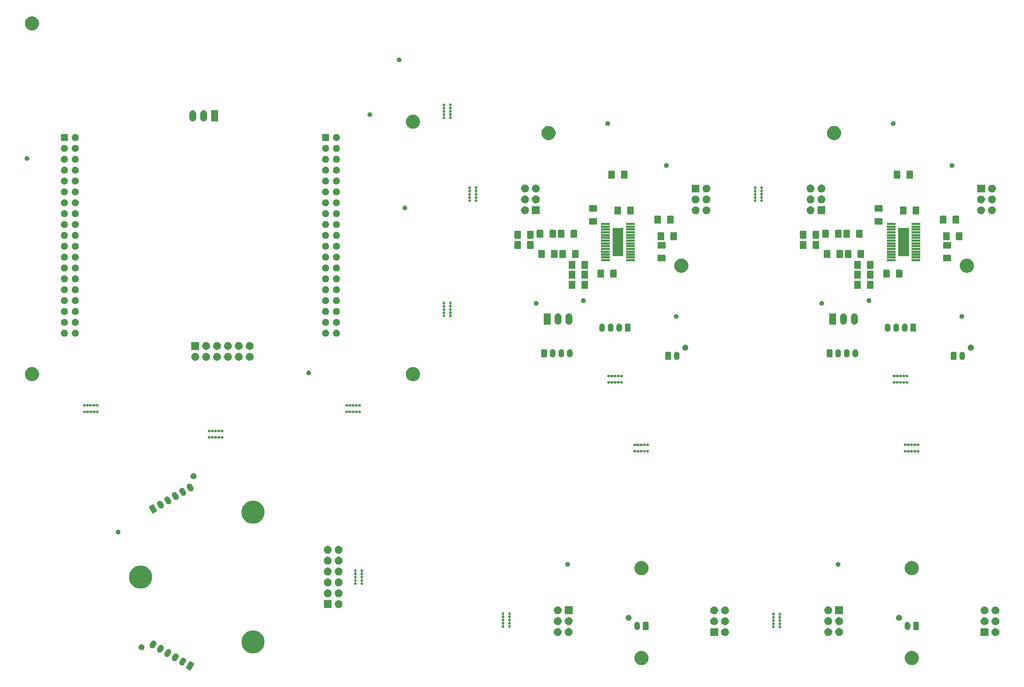
<source format=gbr>
G04 #@! TF.GenerationSoftware,KiCad,Pcbnew,(5.1.5)-3*
G04 #@! TF.CreationDate,2021-05-18T18:36:11+02:00*
G04 #@! TF.ProjectId,MK2EE,4d4b3245-452e-46b6-9963-61645f706362,1*
G04 #@! TF.SameCoordinates,Original*
G04 #@! TF.FileFunction,Soldermask,Bot*
G04 #@! TF.FilePolarity,Negative*
%FSLAX46Y46*%
G04 Gerber Fmt 4.6, Leading zero omitted, Abs format (unit mm)*
G04 Created by KiCad (PCBNEW (5.1.5)-3) date 2021-05-18 18:36:11*
%MOMM*%
%LPD*%
G04 APERTURE LIST*
%ADD10C,0.010000*%
%ADD11C,0.100000*%
G04 APERTURE END LIST*
D10*
G36*
X251100000Y-94400000D02*
G01*
X253050000Y-94400000D01*
X253050000Y-93960000D01*
X251100000Y-93960000D01*
X251100000Y-94400000D01*
G37*
X251100000Y-94400000D02*
X253050000Y-94400000D01*
X253050000Y-93960000D01*
X251100000Y-93960000D01*
X251100000Y-94400000D01*
G36*
X251100000Y-95050000D02*
G01*
X253050000Y-95050000D01*
X253050000Y-94610000D01*
X251100000Y-94610000D01*
X251100000Y-95050000D01*
G37*
X251100000Y-95050000D02*
X253050000Y-95050000D01*
X253050000Y-94610000D01*
X251100000Y-94610000D01*
X251100000Y-95050000D01*
G36*
X251100000Y-95700000D02*
G01*
X253050000Y-95700000D01*
X253050000Y-95260000D01*
X251100000Y-95260000D01*
X251100000Y-95700000D01*
G37*
X251100000Y-95700000D02*
X253050000Y-95700000D01*
X253050000Y-95260000D01*
X251100000Y-95260000D01*
X251100000Y-95700000D01*
G36*
X251100000Y-96350000D02*
G01*
X253050000Y-96350000D01*
X253050000Y-95910000D01*
X251100000Y-95910000D01*
X251100000Y-96350000D01*
G37*
X251100000Y-96350000D02*
X253050000Y-96350000D01*
X253050000Y-95910000D01*
X251100000Y-95910000D01*
X251100000Y-96350000D01*
G36*
X251100000Y-97000000D02*
G01*
X253050000Y-97000000D01*
X253050000Y-96560000D01*
X251100000Y-96560000D01*
X251100000Y-97000000D01*
G37*
X251100000Y-97000000D02*
X253050000Y-97000000D01*
X253050000Y-96560000D01*
X251100000Y-96560000D01*
X251100000Y-97000000D01*
G36*
X251100000Y-97650000D02*
G01*
X253050000Y-97650000D01*
X253050000Y-97210000D01*
X251100000Y-97210000D01*
X251100000Y-97650000D01*
G37*
X251100000Y-97650000D02*
X253050000Y-97650000D01*
X253050000Y-97210000D01*
X251100000Y-97210000D01*
X251100000Y-97650000D01*
G36*
X251100000Y-98300000D02*
G01*
X253050000Y-98300000D01*
X253050000Y-97860000D01*
X251100000Y-97860000D01*
X251100000Y-98300000D01*
G37*
X251100000Y-98300000D02*
X253050000Y-98300000D01*
X253050000Y-97860000D01*
X251100000Y-97860000D01*
X251100000Y-98300000D01*
G36*
X245290000Y-94400000D02*
G01*
X247240000Y-94400000D01*
X247240000Y-93960000D01*
X245290000Y-93960000D01*
X245290000Y-94400000D01*
G37*
X245290000Y-94400000D02*
X247240000Y-94400000D01*
X247240000Y-93960000D01*
X245290000Y-93960000D01*
X245290000Y-94400000D01*
G36*
X245290000Y-95050000D02*
G01*
X247240000Y-95050000D01*
X247240000Y-94610000D01*
X245290000Y-94610000D01*
X245290000Y-95050000D01*
G37*
X245290000Y-95050000D02*
X247240000Y-95050000D01*
X247240000Y-94610000D01*
X245290000Y-94610000D01*
X245290000Y-95050000D01*
G36*
X245290000Y-95700000D02*
G01*
X247240000Y-95700000D01*
X247240000Y-95260000D01*
X245290000Y-95260000D01*
X245290000Y-95700000D01*
G37*
X245290000Y-95700000D02*
X247240000Y-95700000D01*
X247240000Y-95260000D01*
X245290000Y-95260000D01*
X245290000Y-95700000D01*
G36*
X245290000Y-96350000D02*
G01*
X247240000Y-96350000D01*
X247240000Y-95910000D01*
X245290000Y-95910000D01*
X245290000Y-96350000D01*
G37*
X245290000Y-96350000D02*
X247240000Y-96350000D01*
X247240000Y-95910000D01*
X245290000Y-95910000D01*
X245290000Y-96350000D01*
G36*
X245290000Y-97000000D02*
G01*
X247240000Y-97000000D01*
X247240000Y-96560000D01*
X245290000Y-96560000D01*
X245290000Y-97000000D01*
G37*
X245290000Y-97000000D02*
X247240000Y-97000000D01*
X247240000Y-96560000D01*
X245290000Y-96560000D01*
X245290000Y-97000000D01*
G36*
X245290000Y-97650000D02*
G01*
X247240000Y-97650000D01*
X247240000Y-97210000D01*
X245290000Y-97210000D01*
X245290000Y-97650000D01*
G37*
X245290000Y-97650000D02*
X247240000Y-97650000D01*
X247240000Y-97210000D01*
X245290000Y-97210000D01*
X245290000Y-97650000D01*
G36*
X245290000Y-98300000D02*
G01*
X247240000Y-98300000D01*
X247240000Y-97860000D01*
X245290000Y-97860000D01*
X245290000Y-98300000D01*
G37*
X245290000Y-98300000D02*
X247240000Y-98300000D01*
X247240000Y-97860000D01*
X245290000Y-97860000D01*
X245290000Y-98300000D01*
G36*
X251100000Y-98950000D02*
G01*
X253050000Y-98950000D01*
X253050000Y-98510000D01*
X251100000Y-98510000D01*
X251100000Y-98950000D01*
G37*
X251100000Y-98950000D02*
X253050000Y-98950000D01*
X253050000Y-98510000D01*
X251100000Y-98510000D01*
X251100000Y-98950000D01*
G36*
X245290000Y-98950000D02*
G01*
X247240000Y-98950000D01*
X247240000Y-98510000D01*
X245290000Y-98510000D01*
X245290000Y-98950000D01*
G37*
X245290000Y-98950000D02*
X247240000Y-98950000D01*
X247240000Y-98510000D01*
X245290000Y-98510000D01*
X245290000Y-98950000D01*
G36*
X251100000Y-99600000D02*
G01*
X253050000Y-99600000D01*
X253050000Y-99160000D01*
X251100000Y-99160000D01*
X251100000Y-99600000D01*
G37*
X251100000Y-99600000D02*
X253050000Y-99600000D01*
X253050000Y-99160000D01*
X251100000Y-99160000D01*
X251100000Y-99600000D01*
G36*
X245290000Y-99600000D02*
G01*
X247240000Y-99600000D01*
X247240000Y-99160000D01*
X245290000Y-99160000D01*
X245290000Y-99600000D01*
G37*
X245290000Y-99600000D02*
X247240000Y-99600000D01*
X247240000Y-99160000D01*
X245290000Y-99160000D01*
X245290000Y-99600000D01*
G36*
X251100000Y-100250000D02*
G01*
X253050000Y-100250000D01*
X253050000Y-99810000D01*
X251100000Y-99810000D01*
X251100000Y-100250000D01*
G37*
X251100000Y-100250000D02*
X253050000Y-100250000D01*
X253050000Y-99810000D01*
X251100000Y-99810000D01*
X251100000Y-100250000D01*
G36*
X245290000Y-100250000D02*
G01*
X247240000Y-100250000D01*
X247240000Y-99810000D01*
X245290000Y-99810000D01*
X245290000Y-100250000D01*
G37*
X245290000Y-100250000D02*
X247240000Y-100250000D01*
X247240000Y-99810000D01*
X245290000Y-99810000D01*
X245290000Y-100250000D01*
G36*
X251100000Y-100900000D02*
G01*
X253050000Y-100900000D01*
X253050000Y-100460000D01*
X251100000Y-100460000D01*
X251100000Y-100900000D01*
G37*
X251100000Y-100900000D02*
X253050000Y-100900000D01*
X253050000Y-100460000D01*
X251100000Y-100460000D01*
X251100000Y-100900000D01*
G36*
X245290000Y-100900000D02*
G01*
X247240000Y-100900000D01*
X247240000Y-100460000D01*
X245290000Y-100460000D01*
X245290000Y-100900000D01*
G37*
X245290000Y-100900000D02*
X247240000Y-100900000D01*
X247240000Y-100460000D01*
X245290000Y-100460000D01*
X245290000Y-100900000D01*
G36*
X251100000Y-101550000D02*
G01*
X253050000Y-101555000D01*
X253050000Y-101115000D01*
X251100000Y-101110000D01*
X251100000Y-101550000D01*
G37*
X251100000Y-101550000D02*
X253050000Y-101555000D01*
X253050000Y-101115000D01*
X251100000Y-101110000D01*
X251100000Y-101550000D01*
G36*
X245290000Y-101550000D02*
G01*
X247240000Y-101550000D01*
X247240000Y-101110000D01*
X245290000Y-101110000D01*
X245290000Y-101550000D01*
G37*
X245290000Y-101550000D02*
X247240000Y-101550000D01*
X247240000Y-101110000D01*
X245290000Y-101110000D01*
X245290000Y-101550000D01*
G36*
X251100000Y-102200000D02*
G01*
X253060000Y-102200000D01*
X253060000Y-101760000D01*
X251100000Y-101760000D01*
X251100000Y-102200000D01*
G37*
X251100000Y-102200000D02*
X253060000Y-102200000D01*
X253060000Y-101760000D01*
X251100000Y-101760000D01*
X251100000Y-102200000D01*
G36*
X245290000Y-102200000D02*
G01*
X247240000Y-102200000D01*
X247240000Y-101760000D01*
X245290000Y-101760000D01*
X245290000Y-102200000D01*
G37*
X245290000Y-102200000D02*
X247240000Y-102200000D01*
X247240000Y-101760000D01*
X245290000Y-101760000D01*
X245290000Y-102200000D01*
G36*
X251100000Y-102850000D02*
G01*
X253050000Y-102850000D01*
X253050000Y-102410000D01*
X251100000Y-102410000D01*
X251100000Y-102850000D01*
G37*
X251100000Y-102850000D02*
X253050000Y-102850000D01*
X253050000Y-102410000D01*
X251100000Y-102410000D01*
X251100000Y-102850000D01*
G36*
X245290000Y-102850000D02*
G01*
X247240000Y-102850000D01*
X247240000Y-102410000D01*
X245290000Y-102410000D01*
X245290000Y-102850000D01*
G37*
X245290000Y-102850000D02*
X247240000Y-102850000D01*
X247240000Y-102410000D01*
X245290000Y-102410000D01*
X245290000Y-102850000D01*
G36*
X247970000Y-101635000D02*
G01*
X250370000Y-101635000D01*
X250370000Y-95175000D01*
X247970000Y-95175000D01*
X247970000Y-101635000D01*
G37*
X247970000Y-101635000D02*
X250370000Y-101635000D01*
X250370000Y-95175000D01*
X247970000Y-95175000D01*
X247970000Y-101635000D01*
G36*
X184450000Y-94400000D02*
G01*
X186400000Y-94400000D01*
X186400000Y-93960000D01*
X184450000Y-93960000D01*
X184450000Y-94400000D01*
G37*
X184450000Y-94400000D02*
X186400000Y-94400000D01*
X186400000Y-93960000D01*
X184450000Y-93960000D01*
X184450000Y-94400000D01*
G36*
X184450000Y-95050000D02*
G01*
X186400000Y-95050000D01*
X186400000Y-94610000D01*
X184450000Y-94610000D01*
X184450000Y-95050000D01*
G37*
X184450000Y-95050000D02*
X186400000Y-95050000D01*
X186400000Y-94610000D01*
X184450000Y-94610000D01*
X184450000Y-95050000D01*
G36*
X184450000Y-95700000D02*
G01*
X186400000Y-95700000D01*
X186400000Y-95260000D01*
X184450000Y-95260000D01*
X184450000Y-95700000D01*
G37*
X184450000Y-95700000D02*
X186400000Y-95700000D01*
X186400000Y-95260000D01*
X184450000Y-95260000D01*
X184450000Y-95700000D01*
G36*
X184450000Y-96350000D02*
G01*
X186400000Y-96350000D01*
X186400000Y-95910000D01*
X184450000Y-95910000D01*
X184450000Y-96350000D01*
G37*
X184450000Y-96350000D02*
X186400000Y-96350000D01*
X186400000Y-95910000D01*
X184450000Y-95910000D01*
X184450000Y-96350000D01*
G36*
X184450000Y-97000000D02*
G01*
X186400000Y-97000000D01*
X186400000Y-96560000D01*
X184450000Y-96560000D01*
X184450000Y-97000000D01*
G37*
X184450000Y-97000000D02*
X186400000Y-97000000D01*
X186400000Y-96560000D01*
X184450000Y-96560000D01*
X184450000Y-97000000D01*
G36*
X184450000Y-97650000D02*
G01*
X186400000Y-97650000D01*
X186400000Y-97210000D01*
X184450000Y-97210000D01*
X184450000Y-97650000D01*
G37*
X184450000Y-97650000D02*
X186400000Y-97650000D01*
X186400000Y-97210000D01*
X184450000Y-97210000D01*
X184450000Y-97650000D01*
G36*
X184450000Y-98300000D02*
G01*
X186400000Y-98300000D01*
X186400000Y-97860000D01*
X184450000Y-97860000D01*
X184450000Y-98300000D01*
G37*
X184450000Y-98300000D02*
X186400000Y-98300000D01*
X186400000Y-97860000D01*
X184450000Y-97860000D01*
X184450000Y-98300000D01*
G36*
X178640000Y-94400000D02*
G01*
X180590000Y-94400000D01*
X180590000Y-93960000D01*
X178640000Y-93960000D01*
X178640000Y-94400000D01*
G37*
X178640000Y-94400000D02*
X180590000Y-94400000D01*
X180590000Y-93960000D01*
X178640000Y-93960000D01*
X178640000Y-94400000D01*
G36*
X178640000Y-95050000D02*
G01*
X180590000Y-95050000D01*
X180590000Y-94610000D01*
X178640000Y-94610000D01*
X178640000Y-95050000D01*
G37*
X178640000Y-95050000D02*
X180590000Y-95050000D01*
X180590000Y-94610000D01*
X178640000Y-94610000D01*
X178640000Y-95050000D01*
G36*
X178640000Y-95700000D02*
G01*
X180590000Y-95700000D01*
X180590000Y-95260000D01*
X178640000Y-95260000D01*
X178640000Y-95700000D01*
G37*
X178640000Y-95700000D02*
X180590000Y-95700000D01*
X180590000Y-95260000D01*
X178640000Y-95260000D01*
X178640000Y-95700000D01*
G36*
X178640000Y-96350000D02*
G01*
X180590000Y-96350000D01*
X180590000Y-95910000D01*
X178640000Y-95910000D01*
X178640000Y-96350000D01*
G37*
X178640000Y-96350000D02*
X180590000Y-96350000D01*
X180590000Y-95910000D01*
X178640000Y-95910000D01*
X178640000Y-96350000D01*
G36*
X178640000Y-97000000D02*
G01*
X180590000Y-97000000D01*
X180590000Y-96560000D01*
X178640000Y-96560000D01*
X178640000Y-97000000D01*
G37*
X178640000Y-97000000D02*
X180590000Y-97000000D01*
X180590000Y-96560000D01*
X178640000Y-96560000D01*
X178640000Y-97000000D01*
G36*
X178640000Y-97650000D02*
G01*
X180590000Y-97650000D01*
X180590000Y-97210000D01*
X178640000Y-97210000D01*
X178640000Y-97650000D01*
G37*
X178640000Y-97650000D02*
X180590000Y-97650000D01*
X180590000Y-97210000D01*
X178640000Y-97210000D01*
X178640000Y-97650000D01*
G36*
X178640000Y-98300000D02*
G01*
X180590000Y-98300000D01*
X180590000Y-97860000D01*
X178640000Y-97860000D01*
X178640000Y-98300000D01*
G37*
X178640000Y-98300000D02*
X180590000Y-98300000D01*
X180590000Y-97860000D01*
X178640000Y-97860000D01*
X178640000Y-98300000D01*
G36*
X184450000Y-98950000D02*
G01*
X186400000Y-98950000D01*
X186400000Y-98510000D01*
X184450000Y-98510000D01*
X184450000Y-98950000D01*
G37*
X184450000Y-98950000D02*
X186400000Y-98950000D01*
X186400000Y-98510000D01*
X184450000Y-98510000D01*
X184450000Y-98950000D01*
G36*
X178640000Y-98950000D02*
G01*
X180590000Y-98950000D01*
X180590000Y-98510000D01*
X178640000Y-98510000D01*
X178640000Y-98950000D01*
G37*
X178640000Y-98950000D02*
X180590000Y-98950000D01*
X180590000Y-98510000D01*
X178640000Y-98510000D01*
X178640000Y-98950000D01*
G36*
X184450000Y-99600000D02*
G01*
X186400000Y-99600000D01*
X186400000Y-99160000D01*
X184450000Y-99160000D01*
X184450000Y-99600000D01*
G37*
X184450000Y-99600000D02*
X186400000Y-99600000D01*
X186400000Y-99160000D01*
X184450000Y-99160000D01*
X184450000Y-99600000D01*
G36*
X178640000Y-99600000D02*
G01*
X180590000Y-99600000D01*
X180590000Y-99160000D01*
X178640000Y-99160000D01*
X178640000Y-99600000D01*
G37*
X178640000Y-99600000D02*
X180590000Y-99600000D01*
X180590000Y-99160000D01*
X178640000Y-99160000D01*
X178640000Y-99600000D01*
G36*
X184450000Y-100250000D02*
G01*
X186400000Y-100250000D01*
X186400000Y-99810000D01*
X184450000Y-99810000D01*
X184450000Y-100250000D01*
G37*
X184450000Y-100250000D02*
X186400000Y-100250000D01*
X186400000Y-99810000D01*
X184450000Y-99810000D01*
X184450000Y-100250000D01*
G36*
X178640000Y-100250000D02*
G01*
X180590000Y-100250000D01*
X180590000Y-99810000D01*
X178640000Y-99810000D01*
X178640000Y-100250000D01*
G37*
X178640000Y-100250000D02*
X180590000Y-100250000D01*
X180590000Y-99810000D01*
X178640000Y-99810000D01*
X178640000Y-100250000D01*
G36*
X184450000Y-100900000D02*
G01*
X186400000Y-100900000D01*
X186400000Y-100460000D01*
X184450000Y-100460000D01*
X184450000Y-100900000D01*
G37*
X184450000Y-100900000D02*
X186400000Y-100900000D01*
X186400000Y-100460000D01*
X184450000Y-100460000D01*
X184450000Y-100900000D01*
G36*
X178640000Y-100900000D02*
G01*
X180590000Y-100900000D01*
X180590000Y-100460000D01*
X178640000Y-100460000D01*
X178640000Y-100900000D01*
G37*
X178640000Y-100900000D02*
X180590000Y-100900000D01*
X180590000Y-100460000D01*
X178640000Y-100460000D01*
X178640000Y-100900000D01*
G36*
X184450000Y-101550000D02*
G01*
X186400000Y-101555000D01*
X186400000Y-101115000D01*
X184450000Y-101110000D01*
X184450000Y-101550000D01*
G37*
X184450000Y-101550000D02*
X186400000Y-101555000D01*
X186400000Y-101115000D01*
X184450000Y-101110000D01*
X184450000Y-101550000D01*
G36*
X178640000Y-101550000D02*
G01*
X180590000Y-101550000D01*
X180590000Y-101110000D01*
X178640000Y-101110000D01*
X178640000Y-101550000D01*
G37*
X178640000Y-101550000D02*
X180590000Y-101550000D01*
X180590000Y-101110000D01*
X178640000Y-101110000D01*
X178640000Y-101550000D01*
G36*
X184450000Y-102200000D02*
G01*
X186410000Y-102200000D01*
X186410000Y-101760000D01*
X184450000Y-101760000D01*
X184450000Y-102200000D01*
G37*
X184450000Y-102200000D02*
X186410000Y-102200000D01*
X186410000Y-101760000D01*
X184450000Y-101760000D01*
X184450000Y-102200000D01*
G36*
X178640000Y-102200000D02*
G01*
X180590000Y-102200000D01*
X180590000Y-101760000D01*
X178640000Y-101760000D01*
X178640000Y-102200000D01*
G37*
X178640000Y-102200000D02*
X180590000Y-102200000D01*
X180590000Y-101760000D01*
X178640000Y-101760000D01*
X178640000Y-102200000D01*
G36*
X184450000Y-102850000D02*
G01*
X186400000Y-102850000D01*
X186400000Y-102410000D01*
X184450000Y-102410000D01*
X184450000Y-102850000D01*
G37*
X184450000Y-102850000D02*
X186400000Y-102850000D01*
X186400000Y-102410000D01*
X184450000Y-102410000D01*
X184450000Y-102850000D01*
G36*
X178640000Y-102850000D02*
G01*
X180590000Y-102850000D01*
X180590000Y-102410000D01*
X178640000Y-102410000D01*
X178640000Y-102850000D01*
G37*
X178640000Y-102850000D02*
X180590000Y-102850000D01*
X180590000Y-102410000D01*
X178640000Y-102410000D01*
X178640000Y-102850000D01*
G36*
X181320000Y-101635000D02*
G01*
X183720000Y-101635000D01*
X183720000Y-95175000D01*
X181320000Y-95175000D01*
X181320000Y-101635000D01*
G37*
X181320000Y-101635000D02*
X183720000Y-101635000D01*
X183720000Y-95175000D01*
X181320000Y-95175000D01*
X181320000Y-101635000D01*
D11*
G36*
X82704373Y-196404801D02*
G01*
X82742126Y-196413604D01*
X82783055Y-196432149D01*
X83556456Y-196878671D01*
X83592980Y-196904845D01*
X83619475Y-196933134D01*
X83639948Y-196966055D01*
X83653601Y-197002329D01*
X83659914Y-197040571D01*
X83658646Y-197079312D01*
X83649843Y-197117065D01*
X83631300Y-197157989D01*
X83597917Y-197215810D01*
X83597913Y-197215819D01*
X82918162Y-198393182D01*
X82884774Y-198451011D01*
X82858601Y-198487535D01*
X82830315Y-198514028D01*
X82797392Y-198534501D01*
X82761117Y-198548154D01*
X82722876Y-198554467D01*
X82684135Y-198553199D01*
X82646382Y-198544396D01*
X82605453Y-198525851D01*
X81832052Y-198079329D01*
X81795528Y-198053155D01*
X81769033Y-198024866D01*
X81748560Y-197991945D01*
X81734907Y-197955671D01*
X81728594Y-197917429D01*
X81729862Y-197878688D01*
X81738665Y-197840935D01*
X81757208Y-197800011D01*
X81790591Y-197742190D01*
X81790595Y-197742181D01*
X82470346Y-196564818D01*
X82470348Y-196564815D01*
X82503734Y-196506989D01*
X82529907Y-196470465D01*
X82558193Y-196443972D01*
X82591116Y-196423499D01*
X82627391Y-196409846D01*
X82665632Y-196403533D01*
X82704373Y-196404801D01*
G37*
G36*
X81181833Y-195570123D02*
G01*
X81197586Y-195570639D01*
X81322472Y-195599758D01*
X81439277Y-195652682D01*
X81543513Y-195727376D01*
X81618659Y-195807609D01*
X81631176Y-195820973D01*
X81698892Y-195929869D01*
X81744062Y-196049882D01*
X81751015Y-196091997D01*
X81764951Y-196176408D01*
X81760756Y-196304575D01*
X81731636Y-196429461D01*
X81731634Y-196429465D01*
X81731634Y-196429466D01*
X81691974Y-196516999D01*
X81436079Y-196960223D01*
X81359999Y-197091997D01*
X81312710Y-197157989D01*
X81304017Y-197170119D01*
X81210424Y-197257779D01*
X81101526Y-197325496D01*
X80981509Y-197370668D01*
X80854989Y-197391556D01*
X80854987Y-197391556D01*
X80846313Y-197391272D01*
X80726823Y-197387361D01*
X80655227Y-197370667D01*
X80601934Y-197358241D01*
X80601933Y-197358240D01*
X80601931Y-197358240D01*
X80485131Y-197305319D01*
X80443435Y-197275439D01*
X80380893Y-197230623D01*
X80293232Y-197137029D01*
X80275241Y-197108097D01*
X80225515Y-197028131D01*
X80180343Y-196908114D01*
X80159455Y-196781594D01*
X80163650Y-196653428D01*
X80192771Y-196528536D01*
X80232434Y-196440998D01*
X80311198Y-196304575D01*
X80564407Y-195866003D01*
X80620388Y-195787882D01*
X80627104Y-195781592D01*
X80713985Y-195700218D01*
X80822878Y-195632504D01*
X80942898Y-195587331D01*
X81069417Y-195566443D01*
X81181833Y-195570123D01*
G37*
G36*
X188416256Y-194036298D02*
G01*
X188522579Y-194057447D01*
X188823042Y-194181903D01*
X189093451Y-194362585D01*
X189323415Y-194592549D01*
X189453933Y-194787883D01*
X189504098Y-194862960D01*
X189540550Y-194950963D01*
X189628553Y-195163421D01*
X189641920Y-195230620D01*
X189692000Y-195482389D01*
X189692000Y-195807611D01*
X189667681Y-195929869D01*
X189628553Y-196126579D01*
X189554517Y-196305317D01*
X189520534Y-196387361D01*
X189504097Y-196427042D01*
X189323415Y-196697451D01*
X189093451Y-196927415D01*
X188823042Y-197108097D01*
X188823041Y-197108098D01*
X188823040Y-197108098D01*
X188753194Y-197137029D01*
X188522579Y-197232553D01*
X188416256Y-197253702D01*
X188203611Y-197296000D01*
X187878389Y-197296000D01*
X187665744Y-197253702D01*
X187559421Y-197232553D01*
X187328806Y-197137029D01*
X187258960Y-197108098D01*
X187258959Y-197108098D01*
X187258958Y-197108097D01*
X186988549Y-196927415D01*
X186758585Y-196697451D01*
X186577903Y-196427042D01*
X186561467Y-196387361D01*
X186527483Y-196305317D01*
X186453447Y-196126579D01*
X186414319Y-195929869D01*
X186390000Y-195807611D01*
X186390000Y-195482389D01*
X186440080Y-195230620D01*
X186453447Y-195163421D01*
X186541450Y-194950963D01*
X186577902Y-194862960D01*
X186628067Y-194787883D01*
X186758585Y-194592549D01*
X186988549Y-194362585D01*
X187258958Y-194181903D01*
X187559421Y-194057447D01*
X187665744Y-194036298D01*
X187878389Y-193994000D01*
X188203611Y-193994000D01*
X188416256Y-194036298D01*
G37*
G36*
X251526256Y-194036298D02*
G01*
X251632579Y-194057447D01*
X251933042Y-194181903D01*
X252203451Y-194362585D01*
X252433415Y-194592549D01*
X252563933Y-194787883D01*
X252614098Y-194862960D01*
X252650550Y-194950963D01*
X252738553Y-195163421D01*
X252751920Y-195230620D01*
X252802000Y-195482389D01*
X252802000Y-195807611D01*
X252777681Y-195929869D01*
X252738553Y-196126579D01*
X252664517Y-196305317D01*
X252630534Y-196387361D01*
X252614097Y-196427042D01*
X252433415Y-196697451D01*
X252203451Y-196927415D01*
X251933042Y-197108097D01*
X251933041Y-197108098D01*
X251933040Y-197108098D01*
X251863194Y-197137029D01*
X251632579Y-197232553D01*
X251526256Y-197253702D01*
X251313611Y-197296000D01*
X250988389Y-197296000D01*
X250775744Y-197253702D01*
X250669421Y-197232553D01*
X250438806Y-197137029D01*
X250368960Y-197108098D01*
X250368959Y-197108098D01*
X250368958Y-197108097D01*
X250098549Y-196927415D01*
X249868585Y-196697451D01*
X249687903Y-196427042D01*
X249671467Y-196387361D01*
X249637483Y-196305317D01*
X249563447Y-196126579D01*
X249524319Y-195929869D01*
X249500000Y-195807611D01*
X249500000Y-195482389D01*
X249550080Y-195230620D01*
X249563447Y-195163421D01*
X249651450Y-194950963D01*
X249687902Y-194862960D01*
X249738067Y-194787883D01*
X249868585Y-194592549D01*
X250098549Y-194362585D01*
X250368958Y-194181903D01*
X250669421Y-194057447D01*
X250775744Y-194036298D01*
X250988389Y-193994000D01*
X251313611Y-193994000D01*
X251526256Y-194036298D01*
G37*
G36*
X79449782Y-194570123D02*
G01*
X79465535Y-194570639D01*
X79590421Y-194599758D01*
X79707226Y-194652682D01*
X79811462Y-194727376D01*
X79893567Y-194815039D01*
X79899125Y-194820973D01*
X79966841Y-194929869D01*
X80012011Y-195049882D01*
X80018964Y-195091997D01*
X80032900Y-195176408D01*
X80028705Y-195304575D01*
X79999585Y-195429461D01*
X79999583Y-195429465D01*
X79999583Y-195429466D01*
X79959923Y-195516999D01*
X79627948Y-196091997D01*
X79571966Y-196170119D01*
X79478373Y-196257779D01*
X79369475Y-196325496D01*
X79249458Y-196370668D01*
X79122938Y-196391556D01*
X79122936Y-196391556D01*
X79114262Y-196391272D01*
X78994772Y-196387361D01*
X78923176Y-196370667D01*
X78869883Y-196358241D01*
X78869882Y-196358240D01*
X78869880Y-196358240D01*
X78753080Y-196305319D01*
X78711384Y-196275439D01*
X78648842Y-196230623D01*
X78561181Y-196137029D01*
X78554682Y-196126578D01*
X78493464Y-196028131D01*
X78448292Y-195908114D01*
X78427404Y-195781594D01*
X78431599Y-195653428D01*
X78460720Y-195528536D01*
X78500383Y-195440998D01*
X78579147Y-195304575D01*
X78832356Y-194866003D01*
X78888337Y-194787882D01*
X78895053Y-194781592D01*
X78981934Y-194700218D01*
X79090827Y-194632504D01*
X79210847Y-194587331D01*
X79337366Y-194566443D01*
X79449782Y-194570123D01*
G37*
G36*
X77717732Y-193570123D02*
G01*
X77733485Y-193570639D01*
X77858371Y-193599758D01*
X77975176Y-193652682D01*
X78079412Y-193727376D01*
X78146035Y-193798509D01*
X78167075Y-193820973D01*
X78234791Y-193929869D01*
X78279961Y-194049882D01*
X78286914Y-194091997D01*
X78300850Y-194176408D01*
X78296655Y-194304575D01*
X78267535Y-194429461D01*
X78267533Y-194429465D01*
X78267533Y-194429466D01*
X78227873Y-194516999D01*
X77895898Y-195091997D01*
X77839916Y-195170119D01*
X77746323Y-195257779D01*
X77637425Y-195325496D01*
X77517408Y-195370668D01*
X77390888Y-195391556D01*
X77390886Y-195391556D01*
X77382212Y-195391272D01*
X77262722Y-195387361D01*
X77191126Y-195370667D01*
X77137833Y-195358241D01*
X77137832Y-195358240D01*
X77137830Y-195358240D01*
X77021030Y-195305319D01*
X76979334Y-195275439D01*
X76916792Y-195230623D01*
X76829131Y-195137029D01*
X76761414Y-195028131D01*
X76716242Y-194908114D01*
X76695354Y-194781594D01*
X76699549Y-194653428D01*
X76728670Y-194528536D01*
X76768333Y-194440998D01*
X76847097Y-194304575D01*
X77100306Y-193866003D01*
X77156287Y-193787882D01*
X77163003Y-193781592D01*
X77249884Y-193700218D01*
X77358777Y-193632504D01*
X77478797Y-193587331D01*
X77605316Y-193566443D01*
X77717732Y-193570123D01*
G37*
G36*
X98171852Y-189287242D02*
G01*
X98663402Y-189490849D01*
X98810195Y-189588933D01*
X99105787Y-189786441D01*
X99482004Y-190162658D01*
X99580733Y-190310417D01*
X99777596Y-190605043D01*
X99981203Y-191096593D01*
X100085000Y-191618418D01*
X100085000Y-192150472D01*
X99981203Y-192672297D01*
X99777596Y-193163847D01*
X99683566Y-193304572D01*
X99482004Y-193606232D01*
X99105787Y-193982449D01*
X98874441Y-194137029D01*
X98663402Y-194278041D01*
X98171852Y-194481648D01*
X97650027Y-194585445D01*
X97117973Y-194585445D01*
X96596148Y-194481648D01*
X96104598Y-194278041D01*
X95893559Y-194137029D01*
X95662213Y-193982449D01*
X95285996Y-193606232D01*
X95084434Y-193304572D01*
X94990404Y-193163847D01*
X94786797Y-192672297D01*
X94683000Y-192150472D01*
X94683000Y-191618418D01*
X94786797Y-191096593D01*
X94990404Y-190605043D01*
X95187267Y-190310417D01*
X95285996Y-190162658D01*
X95662213Y-189786441D01*
X95957805Y-189588933D01*
X96104598Y-189490849D01*
X96596148Y-189287242D01*
X97117973Y-189183445D01*
X97650027Y-189183445D01*
X98171852Y-189287242D01*
G37*
G36*
X75985681Y-192570123D02*
G01*
X76001434Y-192570639D01*
X76126320Y-192599758D01*
X76243125Y-192652682D01*
X76347361Y-192727376D01*
X76408261Y-192792399D01*
X76435024Y-192820973D01*
X76502740Y-192929869D01*
X76547910Y-193049882D01*
X76554863Y-193091997D01*
X76568799Y-193176408D01*
X76564604Y-193304575D01*
X76535484Y-193429461D01*
X76535482Y-193429465D01*
X76535482Y-193429466D01*
X76495822Y-193516999D01*
X76163847Y-194091997D01*
X76107865Y-194170119D01*
X76014272Y-194257779D01*
X75905374Y-194325496D01*
X75785357Y-194370668D01*
X75658837Y-194391556D01*
X75658835Y-194391556D01*
X75650161Y-194391272D01*
X75530671Y-194387361D01*
X75459075Y-194370667D01*
X75405782Y-194358241D01*
X75405781Y-194358240D01*
X75405779Y-194358240D01*
X75288979Y-194305319D01*
X75247283Y-194275439D01*
X75184741Y-194230623D01*
X75097080Y-194137029D01*
X75029363Y-194028131D01*
X74984191Y-193908114D01*
X74963303Y-193781594D01*
X74967498Y-193653428D01*
X74996619Y-193528536D01*
X75036282Y-193440998D01*
X75115046Y-193304575D01*
X75368255Y-192866003D01*
X75424236Y-192787882D01*
X75430952Y-192781592D01*
X75517833Y-192700218D01*
X75626726Y-192632504D01*
X75746746Y-192587331D01*
X75873265Y-192566443D01*
X75985681Y-192570123D01*
G37*
G36*
X71556422Y-192450386D02*
G01*
X71683998Y-192503230D01*
X71798808Y-192579943D01*
X71896454Y-192677589D01*
X71973167Y-192792399D01*
X72026011Y-192919975D01*
X72052949Y-193055404D01*
X72052949Y-193193492D01*
X72026011Y-193328921D01*
X71973167Y-193456497D01*
X71896454Y-193571307D01*
X71798808Y-193668953D01*
X71683998Y-193745666D01*
X71556422Y-193798510D01*
X71420993Y-193825448D01*
X71282905Y-193825448D01*
X71147476Y-193798510D01*
X71019900Y-193745666D01*
X70905090Y-193668953D01*
X70807444Y-193571307D01*
X70730731Y-193456497D01*
X70677887Y-193328921D01*
X70650949Y-193193492D01*
X70650949Y-193055404D01*
X70677887Y-192919975D01*
X70730731Y-192792399D01*
X70807444Y-192677589D01*
X70905090Y-192579943D01*
X71019900Y-192503230D01*
X71147476Y-192450386D01*
X71282905Y-192423448D01*
X71420993Y-192423448D01*
X71556422Y-192450386D01*
G37*
G36*
X74253630Y-191570123D02*
G01*
X74269383Y-191570639D01*
X74394269Y-191599758D01*
X74511074Y-191652682D01*
X74615310Y-191727376D01*
X74697415Y-191815039D01*
X74702973Y-191820973D01*
X74770689Y-191929869D01*
X74815859Y-192049882D01*
X74829785Y-192134234D01*
X74836748Y-192176408D01*
X74832553Y-192304575D01*
X74803433Y-192429461D01*
X74803431Y-192429465D01*
X74803431Y-192429466D01*
X74763771Y-192516999D01*
X74468670Y-193028130D01*
X74431796Y-193091997D01*
X74380309Y-193163847D01*
X74375814Y-193170119D01*
X74282221Y-193257779D01*
X74173323Y-193325496D01*
X74053306Y-193370668D01*
X73926786Y-193391556D01*
X73926784Y-193391556D01*
X73918110Y-193391272D01*
X73798620Y-193387361D01*
X73727024Y-193370667D01*
X73673731Y-193358241D01*
X73673730Y-193358240D01*
X73673728Y-193358240D01*
X73556928Y-193305319D01*
X73515232Y-193275439D01*
X73452690Y-193230623D01*
X73365029Y-193137029D01*
X73297312Y-193028131D01*
X73252140Y-192908114D01*
X73231252Y-192781594D01*
X73235447Y-192653428D01*
X73264568Y-192528536D01*
X73304231Y-192440998D01*
X73382995Y-192304575D01*
X73636204Y-191866003D01*
X73692185Y-191787882D01*
X73697170Y-191783213D01*
X73785782Y-191700218D01*
X73894675Y-191632504D01*
X74014695Y-191587331D01*
X74141214Y-191566443D01*
X74253630Y-191570123D01*
G37*
G36*
X270932778Y-188720547D02*
G01*
X271099224Y-188789491D01*
X271249022Y-188889583D01*
X271376417Y-189016978D01*
X271476509Y-189166776D01*
X271545453Y-189333222D01*
X271580600Y-189509918D01*
X271580600Y-189690082D01*
X271545453Y-189866778D01*
X271476509Y-190033224D01*
X271376417Y-190183022D01*
X271249022Y-190310417D01*
X271099224Y-190410509D01*
X270932778Y-190479453D01*
X270756082Y-190514600D01*
X270575918Y-190514600D01*
X270399222Y-190479453D01*
X270232776Y-190410509D01*
X270082978Y-190310417D01*
X269955583Y-190183022D01*
X269855491Y-190033224D01*
X269786547Y-189866778D01*
X269751400Y-189690082D01*
X269751400Y-189509918D01*
X269786547Y-189333222D01*
X269855491Y-189166776D01*
X269955583Y-189016978D01*
X270082978Y-188889583D01*
X270232776Y-188789491D01*
X270399222Y-188720547D01*
X270575918Y-188685400D01*
X270756082Y-188685400D01*
X270932778Y-188720547D01*
G37*
G36*
X269040600Y-190514600D02*
G01*
X267211400Y-190514600D01*
X267211400Y-188685400D01*
X269040600Y-188685400D01*
X269040600Y-190514600D01*
G37*
G36*
X205930600Y-190514600D02*
G01*
X204101400Y-190514600D01*
X204101400Y-188685400D01*
X205930600Y-188685400D01*
X205930600Y-190514600D01*
G37*
G36*
X207822778Y-188720547D02*
G01*
X207989224Y-188789491D01*
X208139022Y-188889583D01*
X208266417Y-189016978D01*
X208366509Y-189166776D01*
X208435453Y-189333222D01*
X208470600Y-189509918D01*
X208470600Y-189690082D01*
X208435453Y-189866778D01*
X208366509Y-190033224D01*
X208266417Y-190183022D01*
X208139022Y-190310417D01*
X207989224Y-190410509D01*
X207822778Y-190479453D01*
X207646082Y-190514600D01*
X207465918Y-190514600D01*
X207289222Y-190479453D01*
X207122776Y-190410509D01*
X206972978Y-190310417D01*
X206845583Y-190183022D01*
X206745491Y-190033224D01*
X206676547Y-189866778D01*
X206641400Y-189690082D01*
X206641400Y-189509918D01*
X206676547Y-189333222D01*
X206745491Y-189166776D01*
X206845583Y-189016978D01*
X206972978Y-188889583D01*
X207122776Y-188789491D01*
X207289222Y-188720547D01*
X207465918Y-188685400D01*
X207646082Y-188685400D01*
X207822778Y-188720547D01*
G37*
G36*
X171332778Y-188700547D02*
G01*
X171499224Y-188769491D01*
X171649022Y-188869583D01*
X171776417Y-188996978D01*
X171876509Y-189146776D01*
X171945453Y-189313222D01*
X171980600Y-189489918D01*
X171980600Y-189670082D01*
X171945453Y-189846778D01*
X171876509Y-190013224D01*
X171776417Y-190163022D01*
X171649022Y-190290417D01*
X171499224Y-190390509D01*
X171332778Y-190459453D01*
X171156082Y-190494600D01*
X170975918Y-190494600D01*
X170799222Y-190459453D01*
X170632776Y-190390509D01*
X170482978Y-190290417D01*
X170355583Y-190163022D01*
X170255491Y-190013224D01*
X170186547Y-189846778D01*
X170151400Y-189670082D01*
X170151400Y-189489918D01*
X170186547Y-189313222D01*
X170255491Y-189146776D01*
X170355583Y-188996978D01*
X170482978Y-188869583D01*
X170632776Y-188769491D01*
X170799222Y-188700547D01*
X170975918Y-188665400D01*
X171156082Y-188665400D01*
X171332778Y-188700547D01*
G37*
G36*
X231902778Y-188700547D02*
G01*
X232069224Y-188769491D01*
X232219022Y-188869583D01*
X232346417Y-188996978D01*
X232446509Y-189146776D01*
X232515453Y-189313222D01*
X232550600Y-189489918D01*
X232550600Y-189670082D01*
X232515453Y-189846778D01*
X232446509Y-190013224D01*
X232346417Y-190163022D01*
X232219022Y-190290417D01*
X232069224Y-190390509D01*
X231902778Y-190459453D01*
X231726082Y-190494600D01*
X231545918Y-190494600D01*
X231369222Y-190459453D01*
X231202776Y-190390509D01*
X231052978Y-190290417D01*
X230925583Y-190163022D01*
X230825491Y-190013224D01*
X230756547Y-189846778D01*
X230721400Y-189670082D01*
X230721400Y-189489918D01*
X230756547Y-189313222D01*
X230825491Y-189146776D01*
X230925583Y-188996978D01*
X231052978Y-188869583D01*
X231202776Y-188769491D01*
X231369222Y-188700547D01*
X231545918Y-188665400D01*
X231726082Y-188665400D01*
X231902778Y-188700547D01*
G37*
G36*
X234442778Y-188700547D02*
G01*
X234609224Y-188769491D01*
X234759022Y-188869583D01*
X234886417Y-188996978D01*
X234986509Y-189146776D01*
X235055453Y-189313222D01*
X235090600Y-189489918D01*
X235090600Y-189670082D01*
X235055453Y-189846778D01*
X234986509Y-190013224D01*
X234886417Y-190163022D01*
X234759022Y-190290417D01*
X234609224Y-190390509D01*
X234442778Y-190459453D01*
X234266082Y-190494600D01*
X234085918Y-190494600D01*
X233909222Y-190459453D01*
X233742776Y-190390509D01*
X233592978Y-190290417D01*
X233465583Y-190163022D01*
X233365491Y-190013224D01*
X233296547Y-189846778D01*
X233261400Y-189670082D01*
X233261400Y-189489918D01*
X233296547Y-189313222D01*
X233365491Y-189146776D01*
X233465583Y-188996978D01*
X233592978Y-188869583D01*
X233742776Y-188769491D01*
X233909222Y-188700547D01*
X234085918Y-188665400D01*
X234266082Y-188665400D01*
X234442778Y-188700547D01*
G37*
G36*
X168792778Y-188700547D02*
G01*
X168959224Y-188769491D01*
X169109022Y-188869583D01*
X169236417Y-188996978D01*
X169336509Y-189146776D01*
X169405453Y-189313222D01*
X169440600Y-189489918D01*
X169440600Y-189670082D01*
X169405453Y-189846778D01*
X169336509Y-190013224D01*
X169236417Y-190163022D01*
X169109022Y-190290417D01*
X168959224Y-190390509D01*
X168792778Y-190459453D01*
X168616082Y-190494600D01*
X168435918Y-190494600D01*
X168259222Y-190459453D01*
X168092776Y-190390509D01*
X167942978Y-190290417D01*
X167815583Y-190163022D01*
X167715491Y-190013224D01*
X167646547Y-189846778D01*
X167611400Y-189670082D01*
X167611400Y-189489918D01*
X167646547Y-189313222D01*
X167715491Y-189146776D01*
X167815583Y-188996978D01*
X167942978Y-188869583D01*
X168092776Y-188769491D01*
X168259222Y-188700547D01*
X168435918Y-188665400D01*
X168616082Y-188665400D01*
X168792778Y-188700547D01*
G37*
G36*
X187168618Y-187208420D02*
G01*
X187249400Y-187232925D01*
X187291336Y-187245646D01*
X187404425Y-187306094D01*
X187503554Y-187387446D01*
X187584906Y-187486575D01*
X187645354Y-187599664D01*
X187646170Y-187602354D01*
X187682580Y-187722382D01*
X187692000Y-187818027D01*
X187692000Y-188481973D01*
X187682580Y-188577618D01*
X187657364Y-188660743D01*
X187645354Y-188700336D01*
X187584906Y-188813425D01*
X187503554Y-188912553D01*
X187404424Y-188993906D01*
X187291335Y-189054354D01*
X187259403Y-189064040D01*
X187168617Y-189091580D01*
X187041000Y-189104149D01*
X186913382Y-189091580D01*
X186822596Y-189064040D01*
X186790664Y-189054354D01*
X186677575Y-188993906D01*
X186578447Y-188912554D01*
X186497094Y-188813424D01*
X186436646Y-188700335D01*
X186408030Y-188606000D01*
X186399420Y-188577617D01*
X186390000Y-188481972D01*
X186390000Y-187818027D01*
X186399420Y-187722382D01*
X186429560Y-187623023D01*
X186436645Y-187599667D01*
X186497096Y-187486573D01*
X186578447Y-187387446D01*
X186677576Y-187306094D01*
X186790665Y-187245646D01*
X186832601Y-187232925D01*
X186913383Y-187208420D01*
X187041000Y-187195851D01*
X187168618Y-187208420D01*
G37*
G36*
X250278618Y-187208420D02*
G01*
X250359400Y-187232925D01*
X250401336Y-187245646D01*
X250514425Y-187306094D01*
X250613554Y-187387446D01*
X250694906Y-187486575D01*
X250755354Y-187599664D01*
X250756170Y-187602354D01*
X250792580Y-187722382D01*
X250802000Y-187818027D01*
X250802000Y-188481973D01*
X250792580Y-188577618D01*
X250767364Y-188660743D01*
X250755354Y-188700336D01*
X250694906Y-188813425D01*
X250613554Y-188912553D01*
X250514424Y-188993906D01*
X250401335Y-189054354D01*
X250369403Y-189064040D01*
X250278617Y-189091580D01*
X250151000Y-189104149D01*
X250023382Y-189091580D01*
X249932596Y-189064040D01*
X249900664Y-189054354D01*
X249787575Y-188993906D01*
X249688447Y-188912554D01*
X249607094Y-188813424D01*
X249546646Y-188700335D01*
X249518030Y-188606000D01*
X249509420Y-188577617D01*
X249500000Y-188481972D01*
X249500000Y-187818027D01*
X249509420Y-187722382D01*
X249539560Y-187623023D01*
X249546645Y-187599667D01*
X249607096Y-187486573D01*
X249688447Y-187387446D01*
X249787576Y-187306094D01*
X249900665Y-187245646D01*
X249942601Y-187232925D01*
X250023383Y-187208420D01*
X250151000Y-187195851D01*
X250278618Y-187208420D01*
G37*
G36*
X189532242Y-187203404D02*
G01*
X189569337Y-187214657D01*
X189603515Y-187232925D01*
X189633481Y-187257519D01*
X189658075Y-187287485D01*
X189676343Y-187321663D01*
X189687596Y-187358758D01*
X189692000Y-187403474D01*
X189692000Y-188896526D01*
X189687596Y-188941242D01*
X189676343Y-188978337D01*
X189658075Y-189012515D01*
X189633481Y-189042481D01*
X189603515Y-189067075D01*
X189569337Y-189085343D01*
X189532242Y-189096596D01*
X189487526Y-189101000D01*
X188594474Y-189101000D01*
X188549758Y-189096596D01*
X188512663Y-189085343D01*
X188478485Y-189067075D01*
X188448519Y-189042481D01*
X188423925Y-189012515D01*
X188405657Y-188978337D01*
X188394404Y-188941242D01*
X188390000Y-188896526D01*
X188390000Y-187403474D01*
X188394404Y-187358758D01*
X188405657Y-187321663D01*
X188423925Y-187287485D01*
X188448519Y-187257519D01*
X188478485Y-187232925D01*
X188512663Y-187214657D01*
X188549758Y-187203404D01*
X188594474Y-187199000D01*
X189487526Y-187199000D01*
X189532242Y-187203404D01*
G37*
G36*
X252642242Y-187203404D02*
G01*
X252679337Y-187214657D01*
X252713515Y-187232925D01*
X252743481Y-187257519D01*
X252768075Y-187287485D01*
X252786343Y-187321663D01*
X252797596Y-187358758D01*
X252802000Y-187403474D01*
X252802000Y-188896526D01*
X252797596Y-188941242D01*
X252786343Y-188978337D01*
X252768075Y-189012515D01*
X252743481Y-189042481D01*
X252713515Y-189067075D01*
X252679337Y-189085343D01*
X252642242Y-189096596D01*
X252597526Y-189101000D01*
X251704474Y-189101000D01*
X251659758Y-189096596D01*
X251622663Y-189085343D01*
X251588485Y-189067075D01*
X251558519Y-189042481D01*
X251533925Y-189012515D01*
X251515657Y-188978337D01*
X251504404Y-188941242D01*
X251500000Y-188896526D01*
X251500000Y-187403474D01*
X251504404Y-187358758D01*
X251515657Y-187321663D01*
X251533925Y-187287485D01*
X251558519Y-187257519D01*
X251588485Y-187232925D01*
X251622663Y-187214657D01*
X251659758Y-187203404D01*
X251704474Y-187199000D01*
X252597526Y-187199000D01*
X252642242Y-187203404D01*
G37*
G36*
X220427797Y-185068567D02*
G01*
X220482575Y-185091257D01*
X220482577Y-185091258D01*
X220531876Y-185124198D01*
X220573802Y-185166124D01*
X220583877Y-185181203D01*
X220606743Y-185215425D01*
X220629433Y-185270203D01*
X220641000Y-185328353D01*
X220641000Y-185387647D01*
X220629433Y-185445797D01*
X220623187Y-185460875D01*
X220606742Y-185500577D01*
X220573802Y-185549876D01*
X220531876Y-185591802D01*
X220482577Y-185624742D01*
X220476104Y-185629067D01*
X220457162Y-185644612D01*
X220441617Y-185663554D01*
X220430066Y-185685165D01*
X220422953Y-185708614D01*
X220420551Y-185733000D01*
X220422953Y-185757386D01*
X220430066Y-185780835D01*
X220441617Y-185802446D01*
X220457162Y-185821388D01*
X220476104Y-185836933D01*
X220482577Y-185841258D01*
X220531876Y-185874198D01*
X220573802Y-185916124D01*
X220583877Y-185931203D01*
X220606743Y-185965425D01*
X220629433Y-186020203D01*
X220641000Y-186078353D01*
X220641000Y-186137647D01*
X220629433Y-186195797D01*
X220606743Y-186250575D01*
X220606742Y-186250577D01*
X220573802Y-186299876D01*
X220531876Y-186341802D01*
X220482577Y-186374742D01*
X220476104Y-186379067D01*
X220457162Y-186394612D01*
X220441617Y-186413554D01*
X220430066Y-186435165D01*
X220422953Y-186458614D01*
X220420551Y-186483000D01*
X220422953Y-186507386D01*
X220430066Y-186530835D01*
X220441617Y-186552446D01*
X220457162Y-186571388D01*
X220476104Y-186586933D01*
X220482577Y-186591258D01*
X220531876Y-186624198D01*
X220573802Y-186666124D01*
X220583877Y-186681203D01*
X220606743Y-186715425D01*
X220629433Y-186770203D01*
X220641000Y-186828353D01*
X220641000Y-186887647D01*
X220629433Y-186945797D01*
X220606743Y-187000575D01*
X220606742Y-187000577D01*
X220573802Y-187049876D01*
X220531876Y-187091802D01*
X220498935Y-187113812D01*
X220482576Y-187124743D01*
X220471052Y-187129516D01*
X220449442Y-187141067D01*
X220430500Y-187156612D01*
X220414954Y-187175554D01*
X220403403Y-187197165D01*
X220396290Y-187220614D01*
X220393888Y-187245000D01*
X220396290Y-187269386D01*
X220403403Y-187292835D01*
X220414954Y-187314445D01*
X220430499Y-187333387D01*
X220449441Y-187348933D01*
X220471052Y-187360484D01*
X220482576Y-187365257D01*
X220498935Y-187376188D01*
X220531876Y-187398198D01*
X220573802Y-187440124D01*
X220604838Y-187486574D01*
X220606743Y-187489425D01*
X220629433Y-187544203D01*
X220641000Y-187602353D01*
X220641000Y-187661647D01*
X220629433Y-187719797D01*
X220608466Y-187770416D01*
X220606742Y-187774577D01*
X220573802Y-187823876D01*
X220531876Y-187865802D01*
X220482577Y-187898742D01*
X220479910Y-187900524D01*
X220463925Y-187909069D01*
X220444983Y-187924614D01*
X220429439Y-187943557D01*
X220417888Y-187965168D01*
X220410775Y-187988617D01*
X220408374Y-188013003D01*
X220410776Y-188037389D01*
X220417890Y-188060838D01*
X220429442Y-188082448D01*
X220444987Y-188101390D01*
X220463930Y-188116934D01*
X220479910Y-188125476D01*
X220482577Y-188127258D01*
X220531876Y-188160198D01*
X220573802Y-188202124D01*
X220583877Y-188217203D01*
X220606743Y-188251425D01*
X220629433Y-188306203D01*
X220641000Y-188364353D01*
X220641000Y-188423647D01*
X220629433Y-188481797D01*
X220623187Y-188496875D01*
X220606742Y-188536577D01*
X220573802Y-188585876D01*
X220531876Y-188627802D01*
X220482577Y-188660742D01*
X220482576Y-188660743D01*
X220482575Y-188660743D01*
X220427797Y-188683433D01*
X220369647Y-188695000D01*
X220310353Y-188695000D01*
X220252203Y-188683433D01*
X220197425Y-188660743D01*
X220197424Y-188660743D01*
X220197423Y-188660742D01*
X220148124Y-188627802D01*
X220106198Y-188585876D01*
X220073258Y-188536577D01*
X220056813Y-188496875D01*
X220050567Y-188481797D01*
X220039000Y-188423647D01*
X220039000Y-188364353D01*
X220050567Y-188306203D01*
X220073257Y-188251425D01*
X220096123Y-188217203D01*
X220106198Y-188202124D01*
X220148124Y-188160198D01*
X220197423Y-188127258D01*
X220200090Y-188125476D01*
X220216075Y-188116931D01*
X220235017Y-188101386D01*
X220250561Y-188082443D01*
X220262112Y-188060832D01*
X220269225Y-188037383D01*
X220271626Y-188012997D01*
X220269224Y-187988611D01*
X220262110Y-187965162D01*
X220250558Y-187943552D01*
X220235013Y-187924610D01*
X220216070Y-187909066D01*
X220200090Y-187900524D01*
X220197423Y-187898742D01*
X220148124Y-187865802D01*
X220106198Y-187823876D01*
X220073258Y-187774577D01*
X220071534Y-187770416D01*
X220050567Y-187719797D01*
X220039000Y-187661647D01*
X220039000Y-187602353D01*
X220050567Y-187544203D01*
X220073257Y-187489425D01*
X220075162Y-187486574D01*
X220106198Y-187440124D01*
X220148124Y-187398198D01*
X220181065Y-187376188D01*
X220197424Y-187365257D01*
X220208948Y-187360484D01*
X220230558Y-187348933D01*
X220249500Y-187333388D01*
X220265046Y-187314446D01*
X220276597Y-187292835D01*
X220283710Y-187269386D01*
X220286112Y-187245000D01*
X220283710Y-187220614D01*
X220276597Y-187197165D01*
X220265046Y-187175555D01*
X220249501Y-187156613D01*
X220230559Y-187141067D01*
X220208948Y-187129516D01*
X220197424Y-187124743D01*
X220181065Y-187113812D01*
X220148124Y-187091802D01*
X220106198Y-187049876D01*
X220073258Y-187000577D01*
X220073257Y-187000575D01*
X220050567Y-186945797D01*
X220039000Y-186887647D01*
X220039000Y-186828353D01*
X220050567Y-186770203D01*
X220073257Y-186715425D01*
X220096123Y-186681203D01*
X220106198Y-186666124D01*
X220148124Y-186624198D01*
X220197423Y-186591258D01*
X220203896Y-186586933D01*
X220222838Y-186571388D01*
X220238383Y-186552446D01*
X220249934Y-186530835D01*
X220257047Y-186507386D01*
X220259449Y-186483000D01*
X220257047Y-186458614D01*
X220249934Y-186435165D01*
X220238383Y-186413554D01*
X220222838Y-186394612D01*
X220203896Y-186379067D01*
X220197423Y-186374742D01*
X220148124Y-186341802D01*
X220106198Y-186299876D01*
X220073258Y-186250577D01*
X220073257Y-186250575D01*
X220050567Y-186195797D01*
X220039000Y-186137647D01*
X220039000Y-186078353D01*
X220050567Y-186020203D01*
X220073257Y-185965425D01*
X220096123Y-185931203D01*
X220106198Y-185916124D01*
X220148124Y-185874198D01*
X220197423Y-185841258D01*
X220203896Y-185836933D01*
X220222838Y-185821388D01*
X220238383Y-185802446D01*
X220249934Y-185780835D01*
X220257047Y-185757386D01*
X220259449Y-185733000D01*
X220257047Y-185708614D01*
X220249934Y-185685165D01*
X220238383Y-185663554D01*
X220222838Y-185644612D01*
X220203896Y-185629067D01*
X220197423Y-185624742D01*
X220148124Y-185591802D01*
X220106198Y-185549876D01*
X220073258Y-185500577D01*
X220056813Y-185460875D01*
X220050567Y-185445797D01*
X220039000Y-185387647D01*
X220039000Y-185328353D01*
X220050567Y-185270203D01*
X220073257Y-185215425D01*
X220096123Y-185181203D01*
X220106198Y-185166124D01*
X220148124Y-185124198D01*
X220197423Y-185091258D01*
X220197425Y-185091257D01*
X220252203Y-185068567D01*
X220310353Y-185057000D01*
X220369647Y-185057000D01*
X220427797Y-185068567D01*
G37*
G36*
X218927797Y-185068567D02*
G01*
X218982575Y-185091257D01*
X218982577Y-185091258D01*
X219031876Y-185124198D01*
X219073802Y-185166124D01*
X219083877Y-185181203D01*
X219106743Y-185215425D01*
X219129433Y-185270203D01*
X219141000Y-185328353D01*
X219141000Y-185387647D01*
X219129433Y-185445797D01*
X219123187Y-185460875D01*
X219106742Y-185500577D01*
X219073802Y-185549876D01*
X219031876Y-185591802D01*
X218982577Y-185624742D01*
X218976104Y-185629067D01*
X218957162Y-185644612D01*
X218941617Y-185663554D01*
X218930066Y-185685165D01*
X218922953Y-185708614D01*
X218920551Y-185733000D01*
X218922953Y-185757386D01*
X218930066Y-185780835D01*
X218941617Y-185802446D01*
X218957162Y-185821388D01*
X218976104Y-185836933D01*
X218982577Y-185841258D01*
X219031876Y-185874198D01*
X219073802Y-185916124D01*
X219083877Y-185931203D01*
X219106743Y-185965425D01*
X219129433Y-186020203D01*
X219141000Y-186078353D01*
X219141000Y-186137647D01*
X219129433Y-186195797D01*
X219106743Y-186250575D01*
X219106742Y-186250577D01*
X219073802Y-186299876D01*
X219031876Y-186341802D01*
X218982577Y-186374742D01*
X218976104Y-186379067D01*
X218957162Y-186394612D01*
X218941617Y-186413554D01*
X218930066Y-186435165D01*
X218922953Y-186458614D01*
X218920551Y-186483000D01*
X218922953Y-186507386D01*
X218930066Y-186530835D01*
X218941617Y-186552446D01*
X218957162Y-186571388D01*
X218976104Y-186586933D01*
X218982577Y-186591258D01*
X219031876Y-186624198D01*
X219073802Y-186666124D01*
X219083877Y-186681203D01*
X219106743Y-186715425D01*
X219129433Y-186770203D01*
X219141000Y-186828353D01*
X219141000Y-186887647D01*
X219129433Y-186945797D01*
X219106743Y-187000575D01*
X219106742Y-187000577D01*
X219073802Y-187049876D01*
X219031876Y-187091802D01*
X218998935Y-187113812D01*
X218982576Y-187124743D01*
X218971052Y-187129516D01*
X218949442Y-187141067D01*
X218930500Y-187156612D01*
X218914954Y-187175554D01*
X218903403Y-187197165D01*
X218896290Y-187220614D01*
X218893888Y-187245000D01*
X218896290Y-187269386D01*
X218903403Y-187292835D01*
X218914954Y-187314445D01*
X218930499Y-187333387D01*
X218949441Y-187348933D01*
X218971052Y-187360484D01*
X218982576Y-187365257D01*
X218998935Y-187376188D01*
X219031876Y-187398198D01*
X219073802Y-187440124D01*
X219104838Y-187486574D01*
X219106743Y-187489425D01*
X219129433Y-187544203D01*
X219141000Y-187602353D01*
X219141000Y-187661647D01*
X219129433Y-187719797D01*
X219108466Y-187770416D01*
X219106742Y-187774577D01*
X219073802Y-187823876D01*
X219031876Y-187865802D01*
X218982577Y-187898742D01*
X218979910Y-187900524D01*
X218963925Y-187909069D01*
X218944983Y-187924614D01*
X218929439Y-187943557D01*
X218917888Y-187965168D01*
X218910775Y-187988617D01*
X218908374Y-188013003D01*
X218910776Y-188037389D01*
X218917890Y-188060838D01*
X218929442Y-188082448D01*
X218944987Y-188101390D01*
X218963930Y-188116934D01*
X218979910Y-188125476D01*
X218982577Y-188127258D01*
X219031876Y-188160198D01*
X219073802Y-188202124D01*
X219083877Y-188217203D01*
X219106743Y-188251425D01*
X219129433Y-188306203D01*
X219141000Y-188364353D01*
X219141000Y-188423647D01*
X219129433Y-188481797D01*
X219123187Y-188496875D01*
X219106742Y-188536577D01*
X219073802Y-188585876D01*
X219031876Y-188627802D01*
X218982577Y-188660742D01*
X218982576Y-188660743D01*
X218982575Y-188660743D01*
X218927797Y-188683433D01*
X218869647Y-188695000D01*
X218810353Y-188695000D01*
X218752203Y-188683433D01*
X218697425Y-188660743D01*
X218697424Y-188660743D01*
X218697423Y-188660742D01*
X218648124Y-188627802D01*
X218606198Y-188585876D01*
X218573258Y-188536577D01*
X218556813Y-188496875D01*
X218550567Y-188481797D01*
X218539000Y-188423647D01*
X218539000Y-188364353D01*
X218550567Y-188306203D01*
X218573257Y-188251425D01*
X218596123Y-188217203D01*
X218606198Y-188202124D01*
X218648124Y-188160198D01*
X218697423Y-188127258D01*
X218700090Y-188125476D01*
X218716075Y-188116931D01*
X218735017Y-188101386D01*
X218750561Y-188082443D01*
X218762112Y-188060832D01*
X218769225Y-188037383D01*
X218771626Y-188012997D01*
X218769224Y-187988611D01*
X218762110Y-187965162D01*
X218750558Y-187943552D01*
X218735013Y-187924610D01*
X218716070Y-187909066D01*
X218700090Y-187900524D01*
X218697423Y-187898742D01*
X218648124Y-187865802D01*
X218606198Y-187823876D01*
X218573258Y-187774577D01*
X218571534Y-187770416D01*
X218550567Y-187719797D01*
X218539000Y-187661647D01*
X218539000Y-187602353D01*
X218550567Y-187544203D01*
X218573257Y-187489425D01*
X218575162Y-187486574D01*
X218606198Y-187440124D01*
X218648124Y-187398198D01*
X218681065Y-187376188D01*
X218697424Y-187365257D01*
X218708948Y-187360484D01*
X218730558Y-187348933D01*
X218749500Y-187333388D01*
X218765046Y-187314446D01*
X218776597Y-187292835D01*
X218783710Y-187269386D01*
X218786112Y-187245000D01*
X218783710Y-187220614D01*
X218776597Y-187197165D01*
X218765046Y-187175555D01*
X218749501Y-187156613D01*
X218730559Y-187141067D01*
X218708948Y-187129516D01*
X218697424Y-187124743D01*
X218681065Y-187113812D01*
X218648124Y-187091802D01*
X218606198Y-187049876D01*
X218573258Y-187000577D01*
X218573257Y-187000575D01*
X218550567Y-186945797D01*
X218539000Y-186887647D01*
X218539000Y-186828353D01*
X218550567Y-186770203D01*
X218573257Y-186715425D01*
X218596123Y-186681203D01*
X218606198Y-186666124D01*
X218648124Y-186624198D01*
X218697423Y-186591258D01*
X218703896Y-186586933D01*
X218722838Y-186571388D01*
X218738383Y-186552446D01*
X218749934Y-186530835D01*
X218757047Y-186507386D01*
X218759449Y-186483000D01*
X218757047Y-186458614D01*
X218749934Y-186435165D01*
X218738383Y-186413554D01*
X218722838Y-186394612D01*
X218703896Y-186379067D01*
X218697423Y-186374742D01*
X218648124Y-186341802D01*
X218606198Y-186299876D01*
X218573258Y-186250577D01*
X218573257Y-186250575D01*
X218550567Y-186195797D01*
X218539000Y-186137647D01*
X218539000Y-186078353D01*
X218550567Y-186020203D01*
X218573257Y-185965425D01*
X218596123Y-185931203D01*
X218606198Y-185916124D01*
X218648124Y-185874198D01*
X218697423Y-185841258D01*
X218703896Y-185836933D01*
X218722838Y-185821388D01*
X218738383Y-185802446D01*
X218749934Y-185780835D01*
X218757047Y-185757386D01*
X218759449Y-185733000D01*
X218757047Y-185708614D01*
X218749934Y-185685165D01*
X218738383Y-185663554D01*
X218722838Y-185644612D01*
X218703896Y-185629067D01*
X218697423Y-185624742D01*
X218648124Y-185591802D01*
X218606198Y-185549876D01*
X218573258Y-185500577D01*
X218556813Y-185460875D01*
X218550567Y-185445797D01*
X218539000Y-185387647D01*
X218539000Y-185328353D01*
X218550567Y-185270203D01*
X218573257Y-185215425D01*
X218596123Y-185181203D01*
X218606198Y-185166124D01*
X218648124Y-185124198D01*
X218697423Y-185091258D01*
X218697425Y-185091257D01*
X218752203Y-185068567D01*
X218810353Y-185057000D01*
X218869647Y-185057000D01*
X218927797Y-185068567D01*
G37*
G36*
X155822797Y-184979567D02*
G01*
X155877575Y-185002257D01*
X155877577Y-185002258D01*
X155926876Y-185035198D01*
X155968802Y-185077124D01*
X156000255Y-185124198D01*
X156001743Y-185126425D01*
X156024433Y-185181203D01*
X156036000Y-185239353D01*
X156036000Y-185298647D01*
X156024433Y-185356797D01*
X156006764Y-185399453D01*
X156001742Y-185411577D01*
X155968802Y-185460876D01*
X155926876Y-185502802D01*
X155877577Y-185535742D01*
X155871104Y-185540067D01*
X155852162Y-185555612D01*
X155836617Y-185574554D01*
X155825066Y-185596165D01*
X155817953Y-185619614D01*
X155815551Y-185644000D01*
X155817953Y-185668386D01*
X155825066Y-185691835D01*
X155836617Y-185713446D01*
X155852162Y-185732388D01*
X155871104Y-185747933D01*
X155877577Y-185752258D01*
X155926876Y-185785198D01*
X155968802Y-185827124D01*
X156000255Y-185874198D01*
X156001743Y-185876425D01*
X156024433Y-185931203D01*
X156036000Y-185989353D01*
X156036000Y-186048647D01*
X156024433Y-186106797D01*
X156011654Y-186137647D01*
X156001742Y-186161577D01*
X155968802Y-186210876D01*
X155926876Y-186252802D01*
X155877577Y-186285742D01*
X155871104Y-186290067D01*
X155852162Y-186305612D01*
X155836617Y-186324554D01*
X155825066Y-186346165D01*
X155817953Y-186369614D01*
X155815551Y-186394000D01*
X155817953Y-186418386D01*
X155825066Y-186441835D01*
X155836617Y-186463446D01*
X155852162Y-186482388D01*
X155871104Y-186497933D01*
X155877577Y-186502258D01*
X155926876Y-186535198D01*
X155968802Y-186577124D01*
X156000255Y-186624198D01*
X156001743Y-186626425D01*
X156024433Y-186681203D01*
X156036000Y-186739353D01*
X156036000Y-186798647D01*
X156024433Y-186856797D01*
X156011654Y-186887647D01*
X156001742Y-186911577D01*
X155968802Y-186960876D01*
X155926876Y-187002802D01*
X155893935Y-187024812D01*
X155877576Y-187035743D01*
X155866052Y-187040516D01*
X155844442Y-187052067D01*
X155825500Y-187067612D01*
X155809954Y-187086554D01*
X155798403Y-187108165D01*
X155791290Y-187131614D01*
X155788888Y-187156000D01*
X155791290Y-187180386D01*
X155798403Y-187203835D01*
X155809954Y-187225445D01*
X155825499Y-187244387D01*
X155844441Y-187259933D01*
X155866052Y-187271484D01*
X155877576Y-187276257D01*
X155893935Y-187287188D01*
X155926876Y-187309198D01*
X155968802Y-187351124D01*
X156000255Y-187398198D01*
X156001743Y-187400425D01*
X156024433Y-187455203D01*
X156036000Y-187513353D01*
X156036000Y-187572647D01*
X156024433Y-187630797D01*
X156011654Y-187661647D01*
X156001742Y-187685577D01*
X155968802Y-187734876D01*
X155926876Y-187776802D01*
X155877577Y-187809742D01*
X155874910Y-187811524D01*
X155858925Y-187820069D01*
X155839983Y-187835614D01*
X155824439Y-187854557D01*
X155812888Y-187876168D01*
X155805775Y-187899617D01*
X155803374Y-187924003D01*
X155805776Y-187948389D01*
X155812890Y-187971838D01*
X155824442Y-187993448D01*
X155839987Y-188012390D01*
X155858930Y-188027934D01*
X155874910Y-188036476D01*
X155877577Y-188038258D01*
X155926876Y-188071198D01*
X155968802Y-188113124D01*
X156000255Y-188160198D01*
X156001743Y-188162425D01*
X156024433Y-188217203D01*
X156036000Y-188275353D01*
X156036000Y-188334647D01*
X156024433Y-188392797D01*
X156011654Y-188423647D01*
X156001742Y-188447577D01*
X155968802Y-188496876D01*
X155926876Y-188538802D01*
X155877577Y-188571742D01*
X155877576Y-188571743D01*
X155877575Y-188571743D01*
X155822797Y-188594433D01*
X155764647Y-188606000D01*
X155705353Y-188606000D01*
X155647203Y-188594433D01*
X155592425Y-188571743D01*
X155592424Y-188571743D01*
X155592423Y-188571742D01*
X155543124Y-188538802D01*
X155501198Y-188496876D01*
X155468258Y-188447577D01*
X155458346Y-188423647D01*
X155445567Y-188392797D01*
X155434000Y-188334647D01*
X155434000Y-188275353D01*
X155445567Y-188217203D01*
X155468257Y-188162425D01*
X155469745Y-188160198D01*
X155501198Y-188113124D01*
X155543124Y-188071198D01*
X155592423Y-188038258D01*
X155595090Y-188036476D01*
X155611075Y-188027931D01*
X155630017Y-188012386D01*
X155645561Y-187993443D01*
X155657112Y-187971832D01*
X155664225Y-187948383D01*
X155666626Y-187923997D01*
X155664224Y-187899611D01*
X155657110Y-187876162D01*
X155645558Y-187854552D01*
X155630013Y-187835610D01*
X155611070Y-187820066D01*
X155595090Y-187811524D01*
X155592423Y-187809742D01*
X155543124Y-187776802D01*
X155501198Y-187734876D01*
X155468258Y-187685577D01*
X155458346Y-187661647D01*
X155445567Y-187630797D01*
X155434000Y-187572647D01*
X155434000Y-187513353D01*
X155445567Y-187455203D01*
X155468257Y-187400425D01*
X155469745Y-187398198D01*
X155501198Y-187351124D01*
X155543124Y-187309198D01*
X155576065Y-187287188D01*
X155592424Y-187276257D01*
X155603948Y-187271484D01*
X155625558Y-187259933D01*
X155644500Y-187244388D01*
X155660046Y-187225446D01*
X155671597Y-187203835D01*
X155678710Y-187180386D01*
X155681112Y-187156000D01*
X155678710Y-187131614D01*
X155671597Y-187108165D01*
X155660046Y-187086555D01*
X155644501Y-187067613D01*
X155625559Y-187052067D01*
X155603948Y-187040516D01*
X155592424Y-187035743D01*
X155576065Y-187024812D01*
X155543124Y-187002802D01*
X155501198Y-186960876D01*
X155468258Y-186911577D01*
X155458346Y-186887647D01*
X155445567Y-186856797D01*
X155434000Y-186798647D01*
X155434000Y-186739353D01*
X155445567Y-186681203D01*
X155468257Y-186626425D01*
X155469745Y-186624198D01*
X155501198Y-186577124D01*
X155543124Y-186535198D01*
X155592423Y-186502258D01*
X155598896Y-186497933D01*
X155617838Y-186482388D01*
X155633383Y-186463446D01*
X155644934Y-186441835D01*
X155652047Y-186418386D01*
X155654449Y-186394000D01*
X155652047Y-186369614D01*
X155644934Y-186346165D01*
X155633383Y-186324554D01*
X155617838Y-186305612D01*
X155598896Y-186290067D01*
X155592423Y-186285742D01*
X155543124Y-186252802D01*
X155501198Y-186210876D01*
X155468258Y-186161577D01*
X155458346Y-186137647D01*
X155445567Y-186106797D01*
X155434000Y-186048647D01*
X155434000Y-185989353D01*
X155445567Y-185931203D01*
X155468257Y-185876425D01*
X155469745Y-185874198D01*
X155501198Y-185827124D01*
X155543124Y-185785198D01*
X155592423Y-185752258D01*
X155598896Y-185747933D01*
X155617838Y-185732388D01*
X155633383Y-185713446D01*
X155644934Y-185691835D01*
X155652047Y-185668386D01*
X155654449Y-185644000D01*
X155652047Y-185619614D01*
X155644934Y-185596165D01*
X155633383Y-185574554D01*
X155617838Y-185555612D01*
X155598896Y-185540067D01*
X155592423Y-185535742D01*
X155543124Y-185502802D01*
X155501198Y-185460876D01*
X155468258Y-185411577D01*
X155463236Y-185399453D01*
X155445567Y-185356797D01*
X155434000Y-185298647D01*
X155434000Y-185239353D01*
X155445567Y-185181203D01*
X155468257Y-185126425D01*
X155469745Y-185124198D01*
X155501198Y-185077124D01*
X155543124Y-185035198D01*
X155592423Y-185002258D01*
X155592425Y-185002257D01*
X155647203Y-184979567D01*
X155705353Y-184968000D01*
X155764647Y-184968000D01*
X155822797Y-184979567D01*
G37*
G36*
X157322797Y-184979567D02*
G01*
X157377575Y-185002257D01*
X157377577Y-185002258D01*
X157426876Y-185035198D01*
X157468802Y-185077124D01*
X157500255Y-185124198D01*
X157501743Y-185126425D01*
X157524433Y-185181203D01*
X157536000Y-185239353D01*
X157536000Y-185298647D01*
X157524433Y-185356797D01*
X157506764Y-185399453D01*
X157501742Y-185411577D01*
X157468802Y-185460876D01*
X157426876Y-185502802D01*
X157377577Y-185535742D01*
X157371104Y-185540067D01*
X157352162Y-185555612D01*
X157336617Y-185574554D01*
X157325066Y-185596165D01*
X157317953Y-185619614D01*
X157315551Y-185644000D01*
X157317953Y-185668386D01*
X157325066Y-185691835D01*
X157336617Y-185713446D01*
X157352162Y-185732388D01*
X157371104Y-185747933D01*
X157377577Y-185752258D01*
X157426876Y-185785198D01*
X157468802Y-185827124D01*
X157500255Y-185874198D01*
X157501743Y-185876425D01*
X157524433Y-185931203D01*
X157536000Y-185989353D01*
X157536000Y-186048647D01*
X157524433Y-186106797D01*
X157511654Y-186137647D01*
X157501742Y-186161577D01*
X157468802Y-186210876D01*
X157426876Y-186252802D01*
X157377577Y-186285742D01*
X157371104Y-186290067D01*
X157352162Y-186305612D01*
X157336617Y-186324554D01*
X157325066Y-186346165D01*
X157317953Y-186369614D01*
X157315551Y-186394000D01*
X157317953Y-186418386D01*
X157325066Y-186441835D01*
X157336617Y-186463446D01*
X157352162Y-186482388D01*
X157371104Y-186497933D01*
X157377577Y-186502258D01*
X157426876Y-186535198D01*
X157468802Y-186577124D01*
X157500255Y-186624198D01*
X157501743Y-186626425D01*
X157524433Y-186681203D01*
X157536000Y-186739353D01*
X157536000Y-186798647D01*
X157524433Y-186856797D01*
X157511654Y-186887647D01*
X157501742Y-186911577D01*
X157468802Y-186960876D01*
X157426876Y-187002802D01*
X157393935Y-187024812D01*
X157377576Y-187035743D01*
X157366052Y-187040516D01*
X157344442Y-187052067D01*
X157325500Y-187067612D01*
X157309954Y-187086554D01*
X157298403Y-187108165D01*
X157291290Y-187131614D01*
X157288888Y-187156000D01*
X157291290Y-187180386D01*
X157298403Y-187203835D01*
X157309954Y-187225445D01*
X157325499Y-187244387D01*
X157344441Y-187259933D01*
X157366052Y-187271484D01*
X157377576Y-187276257D01*
X157393935Y-187287188D01*
X157426876Y-187309198D01*
X157468802Y-187351124D01*
X157500255Y-187398198D01*
X157501743Y-187400425D01*
X157524433Y-187455203D01*
X157536000Y-187513353D01*
X157536000Y-187572647D01*
X157524433Y-187630797D01*
X157511654Y-187661647D01*
X157501742Y-187685577D01*
X157468802Y-187734876D01*
X157426876Y-187776802D01*
X157377577Y-187809742D01*
X157374910Y-187811524D01*
X157358925Y-187820069D01*
X157339983Y-187835614D01*
X157324439Y-187854557D01*
X157312888Y-187876168D01*
X157305775Y-187899617D01*
X157303374Y-187924003D01*
X157305776Y-187948389D01*
X157312890Y-187971838D01*
X157324442Y-187993448D01*
X157339987Y-188012390D01*
X157358930Y-188027934D01*
X157374910Y-188036476D01*
X157377577Y-188038258D01*
X157426876Y-188071198D01*
X157468802Y-188113124D01*
X157500255Y-188160198D01*
X157501743Y-188162425D01*
X157524433Y-188217203D01*
X157536000Y-188275353D01*
X157536000Y-188334647D01*
X157524433Y-188392797D01*
X157511654Y-188423647D01*
X157501742Y-188447577D01*
X157468802Y-188496876D01*
X157426876Y-188538802D01*
X157377577Y-188571742D01*
X157377576Y-188571743D01*
X157377575Y-188571743D01*
X157322797Y-188594433D01*
X157264647Y-188606000D01*
X157205353Y-188606000D01*
X157147203Y-188594433D01*
X157092425Y-188571743D01*
X157092424Y-188571743D01*
X157092423Y-188571742D01*
X157043124Y-188538802D01*
X157001198Y-188496876D01*
X156968258Y-188447577D01*
X156958346Y-188423647D01*
X156945567Y-188392797D01*
X156934000Y-188334647D01*
X156934000Y-188275353D01*
X156945567Y-188217203D01*
X156968257Y-188162425D01*
X156969745Y-188160198D01*
X157001198Y-188113124D01*
X157043124Y-188071198D01*
X157092423Y-188038258D01*
X157095090Y-188036476D01*
X157111075Y-188027931D01*
X157130017Y-188012386D01*
X157145561Y-187993443D01*
X157157112Y-187971832D01*
X157164225Y-187948383D01*
X157166626Y-187923997D01*
X157164224Y-187899611D01*
X157157110Y-187876162D01*
X157145558Y-187854552D01*
X157130013Y-187835610D01*
X157111070Y-187820066D01*
X157095090Y-187811524D01*
X157092423Y-187809742D01*
X157043124Y-187776802D01*
X157001198Y-187734876D01*
X156968258Y-187685577D01*
X156958346Y-187661647D01*
X156945567Y-187630797D01*
X156934000Y-187572647D01*
X156934000Y-187513353D01*
X156945567Y-187455203D01*
X156968257Y-187400425D01*
X156969745Y-187398198D01*
X157001198Y-187351124D01*
X157043124Y-187309198D01*
X157076065Y-187287188D01*
X157092424Y-187276257D01*
X157103948Y-187271484D01*
X157125558Y-187259933D01*
X157144500Y-187244388D01*
X157160046Y-187225446D01*
X157171597Y-187203835D01*
X157178710Y-187180386D01*
X157181112Y-187156000D01*
X157178710Y-187131614D01*
X157171597Y-187108165D01*
X157160046Y-187086555D01*
X157144501Y-187067613D01*
X157125559Y-187052067D01*
X157103948Y-187040516D01*
X157092424Y-187035743D01*
X157076065Y-187024812D01*
X157043124Y-187002802D01*
X157001198Y-186960876D01*
X156968258Y-186911577D01*
X156958346Y-186887647D01*
X156945567Y-186856797D01*
X156934000Y-186798647D01*
X156934000Y-186739353D01*
X156945567Y-186681203D01*
X156968257Y-186626425D01*
X156969745Y-186624198D01*
X157001198Y-186577124D01*
X157043124Y-186535198D01*
X157092423Y-186502258D01*
X157098896Y-186497933D01*
X157117838Y-186482388D01*
X157133383Y-186463446D01*
X157144934Y-186441835D01*
X157152047Y-186418386D01*
X157154449Y-186394000D01*
X157152047Y-186369614D01*
X157144934Y-186346165D01*
X157133383Y-186324554D01*
X157117838Y-186305612D01*
X157098896Y-186290067D01*
X157092423Y-186285742D01*
X157043124Y-186252802D01*
X157001198Y-186210876D01*
X156968258Y-186161577D01*
X156958346Y-186137647D01*
X156945567Y-186106797D01*
X156934000Y-186048647D01*
X156934000Y-185989353D01*
X156945567Y-185931203D01*
X156968257Y-185876425D01*
X156969745Y-185874198D01*
X157001198Y-185827124D01*
X157043124Y-185785198D01*
X157092423Y-185752258D01*
X157098896Y-185747933D01*
X157117838Y-185732388D01*
X157133383Y-185713446D01*
X157144934Y-185691835D01*
X157152047Y-185668386D01*
X157154449Y-185644000D01*
X157152047Y-185619614D01*
X157144934Y-185596165D01*
X157133383Y-185574554D01*
X157117838Y-185555612D01*
X157098896Y-185540067D01*
X157092423Y-185535742D01*
X157043124Y-185502802D01*
X157001198Y-185460876D01*
X156968258Y-185411577D01*
X156963236Y-185399453D01*
X156945567Y-185356797D01*
X156934000Y-185298647D01*
X156934000Y-185239353D01*
X156945567Y-185181203D01*
X156968257Y-185126425D01*
X156969745Y-185124198D01*
X157001198Y-185077124D01*
X157043124Y-185035198D01*
X157092423Y-185002258D01*
X157092425Y-185002257D01*
X157147203Y-184979567D01*
X157205353Y-184968000D01*
X157264647Y-184968000D01*
X157322797Y-184979567D01*
G37*
G36*
X205282778Y-186180547D02*
G01*
X205449224Y-186249491D01*
X205599022Y-186349583D01*
X205726417Y-186476978D01*
X205826509Y-186626776D01*
X205895453Y-186793222D01*
X205930600Y-186969918D01*
X205930600Y-187150082D01*
X205895453Y-187326778D01*
X205826509Y-187493224D01*
X205726417Y-187643022D01*
X205599022Y-187770417D01*
X205449224Y-187870509D01*
X205282778Y-187939453D01*
X205106082Y-187974600D01*
X204925918Y-187974600D01*
X204749222Y-187939453D01*
X204582776Y-187870509D01*
X204432978Y-187770417D01*
X204305583Y-187643022D01*
X204205491Y-187493224D01*
X204136547Y-187326778D01*
X204101400Y-187150082D01*
X204101400Y-186969918D01*
X204136547Y-186793222D01*
X204205491Y-186626776D01*
X204305583Y-186476978D01*
X204432978Y-186349583D01*
X204582776Y-186249491D01*
X204749222Y-186180547D01*
X204925918Y-186145400D01*
X205106082Y-186145400D01*
X205282778Y-186180547D01*
G37*
G36*
X207822778Y-186180547D02*
G01*
X207989224Y-186249491D01*
X208139022Y-186349583D01*
X208266417Y-186476978D01*
X208366509Y-186626776D01*
X208435453Y-186793222D01*
X208470600Y-186969918D01*
X208470600Y-187150082D01*
X208435453Y-187326778D01*
X208366509Y-187493224D01*
X208266417Y-187643022D01*
X208139022Y-187770417D01*
X207989224Y-187870509D01*
X207822778Y-187939453D01*
X207646082Y-187974600D01*
X207465918Y-187974600D01*
X207289222Y-187939453D01*
X207122776Y-187870509D01*
X206972978Y-187770417D01*
X206845583Y-187643022D01*
X206745491Y-187493224D01*
X206676547Y-187326778D01*
X206641400Y-187150082D01*
X206641400Y-186969918D01*
X206676547Y-186793222D01*
X206745491Y-186626776D01*
X206845583Y-186476978D01*
X206972978Y-186349583D01*
X207122776Y-186249491D01*
X207289222Y-186180547D01*
X207465918Y-186145400D01*
X207646082Y-186145400D01*
X207822778Y-186180547D01*
G37*
G36*
X268392778Y-186180547D02*
G01*
X268559224Y-186249491D01*
X268709022Y-186349583D01*
X268836417Y-186476978D01*
X268936509Y-186626776D01*
X269005453Y-186793222D01*
X269040600Y-186969918D01*
X269040600Y-187150082D01*
X269005453Y-187326778D01*
X268936509Y-187493224D01*
X268836417Y-187643022D01*
X268709022Y-187770417D01*
X268559224Y-187870509D01*
X268392778Y-187939453D01*
X268216082Y-187974600D01*
X268035918Y-187974600D01*
X267859222Y-187939453D01*
X267692776Y-187870509D01*
X267542978Y-187770417D01*
X267415583Y-187643022D01*
X267315491Y-187493224D01*
X267246547Y-187326778D01*
X267211400Y-187150082D01*
X267211400Y-186969918D01*
X267246547Y-186793222D01*
X267315491Y-186626776D01*
X267415583Y-186476978D01*
X267542978Y-186349583D01*
X267692776Y-186249491D01*
X267859222Y-186180547D01*
X268035918Y-186145400D01*
X268216082Y-186145400D01*
X268392778Y-186180547D01*
G37*
G36*
X270932778Y-186180547D02*
G01*
X271099224Y-186249491D01*
X271249022Y-186349583D01*
X271376417Y-186476978D01*
X271476509Y-186626776D01*
X271545453Y-186793222D01*
X271580600Y-186969918D01*
X271580600Y-187150082D01*
X271545453Y-187326778D01*
X271476509Y-187493224D01*
X271376417Y-187643022D01*
X271249022Y-187770417D01*
X271099224Y-187870509D01*
X270932778Y-187939453D01*
X270756082Y-187974600D01*
X270575918Y-187974600D01*
X270399222Y-187939453D01*
X270232776Y-187870509D01*
X270082978Y-187770417D01*
X269955583Y-187643022D01*
X269855491Y-187493224D01*
X269786547Y-187326778D01*
X269751400Y-187150082D01*
X269751400Y-186969918D01*
X269786547Y-186793222D01*
X269855491Y-186626776D01*
X269955583Y-186476978D01*
X270082978Y-186349583D01*
X270232776Y-186249491D01*
X270399222Y-186180547D01*
X270575918Y-186145400D01*
X270756082Y-186145400D01*
X270932778Y-186180547D01*
G37*
G36*
X168792778Y-186160547D02*
G01*
X168959224Y-186229491D01*
X169109022Y-186329583D01*
X169236417Y-186456978D01*
X169336509Y-186606776D01*
X169405453Y-186773222D01*
X169440600Y-186949918D01*
X169440600Y-187130082D01*
X169405453Y-187306778D01*
X169336509Y-187473224D01*
X169236417Y-187623022D01*
X169109022Y-187750417D01*
X168959224Y-187850509D01*
X168792778Y-187919453D01*
X168616082Y-187954600D01*
X168435918Y-187954600D01*
X168259222Y-187919453D01*
X168092776Y-187850509D01*
X167942978Y-187750417D01*
X167815583Y-187623022D01*
X167715491Y-187473224D01*
X167646547Y-187306778D01*
X167611400Y-187130082D01*
X167611400Y-186949918D01*
X167646547Y-186773222D01*
X167715491Y-186606776D01*
X167815583Y-186456978D01*
X167942978Y-186329583D01*
X168092776Y-186229491D01*
X168259222Y-186160547D01*
X168435918Y-186125400D01*
X168616082Y-186125400D01*
X168792778Y-186160547D01*
G37*
G36*
X234442778Y-186160547D02*
G01*
X234609224Y-186229491D01*
X234759022Y-186329583D01*
X234886417Y-186456978D01*
X234986509Y-186606776D01*
X235055453Y-186773222D01*
X235090600Y-186949918D01*
X235090600Y-187130082D01*
X235055453Y-187306778D01*
X234986509Y-187473224D01*
X234886417Y-187623022D01*
X234759022Y-187750417D01*
X234609224Y-187850509D01*
X234442778Y-187919453D01*
X234266082Y-187954600D01*
X234085918Y-187954600D01*
X233909222Y-187919453D01*
X233742776Y-187850509D01*
X233592978Y-187750417D01*
X233465583Y-187623022D01*
X233365491Y-187473224D01*
X233296547Y-187306778D01*
X233261400Y-187130082D01*
X233261400Y-186949918D01*
X233296547Y-186773222D01*
X233365491Y-186606776D01*
X233465583Y-186456978D01*
X233592978Y-186329583D01*
X233742776Y-186229491D01*
X233909222Y-186160547D01*
X234085918Y-186125400D01*
X234266082Y-186125400D01*
X234442778Y-186160547D01*
G37*
G36*
X171332778Y-186160547D02*
G01*
X171499224Y-186229491D01*
X171649022Y-186329583D01*
X171776417Y-186456978D01*
X171876509Y-186606776D01*
X171945453Y-186773222D01*
X171980600Y-186949918D01*
X171980600Y-187130082D01*
X171945453Y-187306778D01*
X171876509Y-187473224D01*
X171776417Y-187623022D01*
X171649022Y-187750417D01*
X171499224Y-187850509D01*
X171332778Y-187919453D01*
X171156082Y-187954600D01*
X170975918Y-187954600D01*
X170799222Y-187919453D01*
X170632776Y-187850509D01*
X170482978Y-187750417D01*
X170355583Y-187623022D01*
X170255491Y-187473224D01*
X170186547Y-187306778D01*
X170151400Y-187130082D01*
X170151400Y-186949918D01*
X170186547Y-186773222D01*
X170255491Y-186606776D01*
X170355583Y-186456978D01*
X170482978Y-186329583D01*
X170632776Y-186229491D01*
X170799222Y-186160547D01*
X170975918Y-186125400D01*
X171156082Y-186125400D01*
X171332778Y-186160547D01*
G37*
G36*
X231902778Y-186160547D02*
G01*
X232069224Y-186229491D01*
X232219022Y-186329583D01*
X232346417Y-186456978D01*
X232446509Y-186606776D01*
X232515453Y-186773222D01*
X232550600Y-186949918D01*
X232550600Y-187130082D01*
X232515453Y-187306778D01*
X232446509Y-187473224D01*
X232346417Y-187623022D01*
X232219022Y-187750417D01*
X232069224Y-187850509D01*
X231902778Y-187919453D01*
X231726082Y-187954600D01*
X231545918Y-187954600D01*
X231369222Y-187919453D01*
X231202776Y-187850509D01*
X231052978Y-187750417D01*
X230925583Y-187623022D01*
X230825491Y-187473224D01*
X230756547Y-187306778D01*
X230721400Y-187130082D01*
X230721400Y-186949918D01*
X230756547Y-186773222D01*
X230825491Y-186606776D01*
X230925583Y-186456978D01*
X231052978Y-186329583D01*
X231202776Y-186229491D01*
X231369222Y-186160547D01*
X231545918Y-186125400D01*
X231726082Y-186125400D01*
X231902778Y-186160547D01*
G37*
G36*
X185245473Y-185575938D02*
G01*
X185373049Y-185628782D01*
X185487859Y-185705495D01*
X185585505Y-185803141D01*
X185662218Y-185917951D01*
X185715062Y-186045527D01*
X185742000Y-186180956D01*
X185742000Y-186319044D01*
X185715062Y-186454473D01*
X185662218Y-186582049D01*
X185585505Y-186696859D01*
X185487859Y-186794505D01*
X185373049Y-186871218D01*
X185245473Y-186924062D01*
X185110044Y-186951000D01*
X184971956Y-186951000D01*
X184836527Y-186924062D01*
X184708951Y-186871218D01*
X184594141Y-186794505D01*
X184496495Y-186696859D01*
X184419782Y-186582049D01*
X184366938Y-186454473D01*
X184340000Y-186319044D01*
X184340000Y-186180956D01*
X184366938Y-186045527D01*
X184419782Y-185917951D01*
X184496495Y-185803141D01*
X184594141Y-185705495D01*
X184708951Y-185628782D01*
X184836527Y-185575938D01*
X184971956Y-185549000D01*
X185110044Y-185549000D01*
X185245473Y-185575938D01*
G37*
G36*
X248355473Y-185575938D02*
G01*
X248483049Y-185628782D01*
X248597859Y-185705495D01*
X248695505Y-185803141D01*
X248772218Y-185917951D01*
X248825062Y-186045527D01*
X248852000Y-186180956D01*
X248852000Y-186319044D01*
X248825062Y-186454473D01*
X248772218Y-186582049D01*
X248695505Y-186696859D01*
X248597859Y-186794505D01*
X248483049Y-186871218D01*
X248355473Y-186924062D01*
X248220044Y-186951000D01*
X248081956Y-186951000D01*
X247946527Y-186924062D01*
X247818951Y-186871218D01*
X247704141Y-186794505D01*
X247606495Y-186696859D01*
X247529782Y-186582049D01*
X247476938Y-186454473D01*
X247450000Y-186319044D01*
X247450000Y-186180956D01*
X247476938Y-186045527D01*
X247529782Y-185917951D01*
X247606495Y-185803141D01*
X247704141Y-185705495D01*
X247818951Y-185628782D01*
X247946527Y-185575938D01*
X248081956Y-185549000D01*
X248220044Y-185549000D01*
X248355473Y-185575938D01*
G37*
G36*
X268392778Y-183640547D02*
G01*
X268559224Y-183709491D01*
X268709022Y-183809583D01*
X268836417Y-183936978D01*
X268936509Y-184086776D01*
X269005453Y-184253222D01*
X269040600Y-184429918D01*
X269040600Y-184610082D01*
X269005453Y-184786778D01*
X268936509Y-184953224D01*
X268836417Y-185103022D01*
X268709022Y-185230417D01*
X268559224Y-185330509D01*
X268392778Y-185399453D01*
X268216082Y-185434600D01*
X268035918Y-185434600D01*
X267859222Y-185399453D01*
X267692776Y-185330509D01*
X267542978Y-185230417D01*
X267415583Y-185103022D01*
X267315491Y-184953224D01*
X267246547Y-184786778D01*
X267211400Y-184610082D01*
X267211400Y-184429918D01*
X267246547Y-184253222D01*
X267315491Y-184086776D01*
X267415583Y-183936978D01*
X267542978Y-183809583D01*
X267692776Y-183709491D01*
X267859222Y-183640547D01*
X268035918Y-183605400D01*
X268216082Y-183605400D01*
X268392778Y-183640547D01*
G37*
G36*
X270932778Y-183640547D02*
G01*
X271099224Y-183709491D01*
X271249022Y-183809583D01*
X271376417Y-183936978D01*
X271476509Y-184086776D01*
X271545453Y-184253222D01*
X271580600Y-184429918D01*
X271580600Y-184610082D01*
X271545453Y-184786778D01*
X271476509Y-184953224D01*
X271376417Y-185103022D01*
X271249022Y-185230417D01*
X271099224Y-185330509D01*
X270932778Y-185399453D01*
X270756082Y-185434600D01*
X270575918Y-185434600D01*
X270399222Y-185399453D01*
X270232776Y-185330509D01*
X270082978Y-185230417D01*
X269955583Y-185103022D01*
X269855491Y-184953224D01*
X269786547Y-184786778D01*
X269751400Y-184610082D01*
X269751400Y-184429918D01*
X269786547Y-184253222D01*
X269855491Y-184086776D01*
X269955583Y-183936978D01*
X270082978Y-183809583D01*
X270232776Y-183709491D01*
X270399222Y-183640547D01*
X270575918Y-183605400D01*
X270756082Y-183605400D01*
X270932778Y-183640547D01*
G37*
G36*
X205282778Y-183640547D02*
G01*
X205449224Y-183709491D01*
X205599022Y-183809583D01*
X205726417Y-183936978D01*
X205826509Y-184086776D01*
X205895453Y-184253222D01*
X205930600Y-184429918D01*
X205930600Y-184610082D01*
X205895453Y-184786778D01*
X205826509Y-184953224D01*
X205726417Y-185103022D01*
X205599022Y-185230417D01*
X205449224Y-185330509D01*
X205282778Y-185399453D01*
X205106082Y-185434600D01*
X204925918Y-185434600D01*
X204749222Y-185399453D01*
X204582776Y-185330509D01*
X204432978Y-185230417D01*
X204305583Y-185103022D01*
X204205491Y-184953224D01*
X204136547Y-184786778D01*
X204101400Y-184610082D01*
X204101400Y-184429918D01*
X204136547Y-184253222D01*
X204205491Y-184086776D01*
X204305583Y-183936978D01*
X204432978Y-183809583D01*
X204582776Y-183709491D01*
X204749222Y-183640547D01*
X204925918Y-183605400D01*
X205106082Y-183605400D01*
X205282778Y-183640547D01*
G37*
G36*
X207822778Y-183640547D02*
G01*
X207989224Y-183709491D01*
X208139022Y-183809583D01*
X208266417Y-183936978D01*
X208366509Y-184086776D01*
X208435453Y-184253222D01*
X208470600Y-184429918D01*
X208470600Y-184610082D01*
X208435453Y-184786778D01*
X208366509Y-184953224D01*
X208266417Y-185103022D01*
X208139022Y-185230417D01*
X207989224Y-185330509D01*
X207822778Y-185399453D01*
X207646082Y-185434600D01*
X207465918Y-185434600D01*
X207289222Y-185399453D01*
X207122776Y-185330509D01*
X206972978Y-185230417D01*
X206845583Y-185103022D01*
X206745491Y-184953224D01*
X206676547Y-184786778D01*
X206641400Y-184610082D01*
X206641400Y-184429918D01*
X206676547Y-184253222D01*
X206745491Y-184086776D01*
X206845583Y-183936978D01*
X206972978Y-183809583D01*
X207122776Y-183709491D01*
X207289222Y-183640547D01*
X207465918Y-183605400D01*
X207646082Y-183605400D01*
X207822778Y-183640547D01*
G37*
G36*
X168792778Y-183620547D02*
G01*
X168959224Y-183689491D01*
X169109022Y-183789583D01*
X169236417Y-183916978D01*
X169336509Y-184066776D01*
X169405453Y-184233222D01*
X169440600Y-184409918D01*
X169440600Y-184590082D01*
X169405453Y-184766778D01*
X169336509Y-184933224D01*
X169236417Y-185083022D01*
X169109022Y-185210417D01*
X168959224Y-185310509D01*
X168792778Y-185379453D01*
X168616082Y-185414600D01*
X168435918Y-185414600D01*
X168259222Y-185379453D01*
X168092776Y-185310509D01*
X167942978Y-185210417D01*
X167815583Y-185083022D01*
X167715491Y-184933224D01*
X167646547Y-184766778D01*
X167611400Y-184590082D01*
X167611400Y-184409918D01*
X167646547Y-184233222D01*
X167715491Y-184066776D01*
X167815583Y-183916978D01*
X167942978Y-183789583D01*
X168092776Y-183689491D01*
X168259222Y-183620547D01*
X168435918Y-183585400D01*
X168616082Y-183585400D01*
X168792778Y-183620547D01*
G37*
G36*
X235090600Y-185414600D02*
G01*
X233261400Y-185414600D01*
X233261400Y-183585400D01*
X235090600Y-183585400D01*
X235090600Y-185414600D01*
G37*
G36*
X231902778Y-183620547D02*
G01*
X232069224Y-183689491D01*
X232219022Y-183789583D01*
X232346417Y-183916978D01*
X232446509Y-184066776D01*
X232515453Y-184233222D01*
X232550600Y-184409918D01*
X232550600Y-184590082D01*
X232515453Y-184766778D01*
X232446509Y-184933224D01*
X232346417Y-185083022D01*
X232219022Y-185210417D01*
X232069224Y-185310509D01*
X231902778Y-185379453D01*
X231726082Y-185414600D01*
X231545918Y-185414600D01*
X231369222Y-185379453D01*
X231202776Y-185310509D01*
X231052978Y-185210417D01*
X230925583Y-185083022D01*
X230825491Y-184933224D01*
X230756547Y-184766778D01*
X230721400Y-184590082D01*
X230721400Y-184409918D01*
X230756547Y-184233222D01*
X230825491Y-184066776D01*
X230925583Y-183916978D01*
X231052978Y-183789583D01*
X231202776Y-183689491D01*
X231369222Y-183620547D01*
X231545918Y-183585400D01*
X231726082Y-183585400D01*
X231902778Y-183620547D01*
G37*
G36*
X171980600Y-185414600D02*
G01*
X170151400Y-185414600D01*
X170151400Y-183585400D01*
X171980600Y-183585400D01*
X171980600Y-185414600D01*
G37*
G36*
X115723600Y-183968600D02*
G01*
X113894400Y-183968600D01*
X113894400Y-182139400D01*
X115723600Y-182139400D01*
X115723600Y-183968600D01*
G37*
G36*
X117615778Y-182174547D02*
G01*
X117782224Y-182243491D01*
X117932022Y-182343583D01*
X118059417Y-182470978D01*
X118159509Y-182620776D01*
X118228453Y-182787222D01*
X118263600Y-182963918D01*
X118263600Y-183144082D01*
X118228453Y-183320778D01*
X118159509Y-183487224D01*
X118059417Y-183637022D01*
X117932022Y-183764417D01*
X117782224Y-183864509D01*
X117615778Y-183933453D01*
X117439082Y-183968600D01*
X117258918Y-183968600D01*
X117082222Y-183933453D01*
X116915776Y-183864509D01*
X116765978Y-183764417D01*
X116638583Y-183637022D01*
X116538491Y-183487224D01*
X116469547Y-183320778D01*
X116434400Y-183144082D01*
X116434400Y-182963918D01*
X116469547Y-182787222D01*
X116538491Y-182620776D01*
X116638583Y-182470978D01*
X116765978Y-182343583D01*
X116915776Y-182243491D01*
X117082222Y-182174547D01*
X117258918Y-182139400D01*
X117439082Y-182139400D01*
X117615778Y-182174547D01*
G37*
G36*
X115075778Y-179634547D02*
G01*
X115242224Y-179703491D01*
X115392022Y-179803583D01*
X115519417Y-179930978D01*
X115619509Y-180080776D01*
X115688453Y-180247222D01*
X115723600Y-180423918D01*
X115723600Y-180604082D01*
X115688453Y-180780778D01*
X115619509Y-180947224D01*
X115519417Y-181097022D01*
X115392022Y-181224417D01*
X115242224Y-181324509D01*
X115075778Y-181393453D01*
X114899082Y-181428600D01*
X114718918Y-181428600D01*
X114542222Y-181393453D01*
X114375776Y-181324509D01*
X114225978Y-181224417D01*
X114098583Y-181097022D01*
X113998491Y-180947224D01*
X113929547Y-180780778D01*
X113894400Y-180604082D01*
X113894400Y-180423918D01*
X113929547Y-180247222D01*
X113998491Y-180080776D01*
X114098583Y-179930978D01*
X114225978Y-179803583D01*
X114375776Y-179703491D01*
X114542222Y-179634547D01*
X114718918Y-179599400D01*
X114899082Y-179599400D01*
X115075778Y-179634547D01*
G37*
G36*
X117615778Y-179634547D02*
G01*
X117782224Y-179703491D01*
X117932022Y-179803583D01*
X118059417Y-179930978D01*
X118159509Y-180080776D01*
X118228453Y-180247222D01*
X118263600Y-180423918D01*
X118263600Y-180604082D01*
X118228453Y-180780778D01*
X118159509Y-180947224D01*
X118059417Y-181097022D01*
X117932022Y-181224417D01*
X117782224Y-181324509D01*
X117615778Y-181393453D01*
X117439082Y-181428600D01*
X117258918Y-181428600D01*
X117082222Y-181393453D01*
X116915776Y-181324509D01*
X116765978Y-181224417D01*
X116638583Y-181097022D01*
X116538491Y-180947224D01*
X116469547Y-180780778D01*
X116434400Y-180604082D01*
X116434400Y-180423918D01*
X116469547Y-180247222D01*
X116538491Y-180080776D01*
X116638583Y-179930978D01*
X116765978Y-179803583D01*
X116915776Y-179703491D01*
X117082222Y-179634547D01*
X117258918Y-179599400D01*
X117439082Y-179599400D01*
X117615778Y-179634547D01*
G37*
G36*
X71921852Y-174131797D02*
G01*
X72413402Y-174335404D01*
X72413403Y-174335405D01*
X72855787Y-174630996D01*
X73232004Y-175007213D01*
X73338918Y-175167222D01*
X73527596Y-175449598D01*
X73731203Y-175941148D01*
X73835000Y-176462973D01*
X73835000Y-176995027D01*
X73731203Y-177516852D01*
X73527596Y-178008402D01*
X73452078Y-178121423D01*
X73232004Y-178450787D01*
X72855787Y-178827004D01*
X72560195Y-179024512D01*
X72413402Y-179122596D01*
X71921852Y-179326203D01*
X71400027Y-179430000D01*
X70867973Y-179430000D01*
X70346148Y-179326203D01*
X69854598Y-179122596D01*
X69707805Y-179024512D01*
X69412213Y-178827004D01*
X69035996Y-178450787D01*
X68815922Y-178121423D01*
X68740404Y-178008402D01*
X68536797Y-177516852D01*
X68433000Y-176995027D01*
X68433000Y-176462973D01*
X68536797Y-175941148D01*
X68740404Y-175449598D01*
X68929082Y-175167222D01*
X69035996Y-175007213D01*
X69412213Y-174630996D01*
X69854597Y-174335405D01*
X69854598Y-174335404D01*
X70346148Y-174131797D01*
X70867973Y-174028000D01*
X71400027Y-174028000D01*
X71921852Y-174131797D01*
G37*
G36*
X117615778Y-177094547D02*
G01*
X117782224Y-177163491D01*
X117932022Y-177263583D01*
X118059417Y-177390978D01*
X118159509Y-177540776D01*
X118228453Y-177707222D01*
X118263600Y-177883918D01*
X118263600Y-178064082D01*
X118228453Y-178240778D01*
X118159509Y-178407224D01*
X118059417Y-178557022D01*
X117932022Y-178684417D01*
X117782224Y-178784509D01*
X117615778Y-178853453D01*
X117439082Y-178888600D01*
X117258918Y-178888600D01*
X117082222Y-178853453D01*
X116915776Y-178784509D01*
X116765978Y-178684417D01*
X116638583Y-178557022D01*
X116538491Y-178407224D01*
X116469547Y-178240778D01*
X116434400Y-178064082D01*
X116434400Y-177883918D01*
X116469547Y-177707222D01*
X116538491Y-177540776D01*
X116638583Y-177390978D01*
X116765978Y-177263583D01*
X116915776Y-177163491D01*
X117082222Y-177094547D01*
X117258918Y-177059400D01*
X117439082Y-177059400D01*
X117615778Y-177094547D01*
G37*
G36*
X115075778Y-177094547D02*
G01*
X115242224Y-177163491D01*
X115392022Y-177263583D01*
X115519417Y-177390978D01*
X115619509Y-177540776D01*
X115688453Y-177707222D01*
X115723600Y-177883918D01*
X115723600Y-178064082D01*
X115688453Y-178240778D01*
X115619509Y-178407224D01*
X115519417Y-178557022D01*
X115392022Y-178684417D01*
X115242224Y-178784509D01*
X115075778Y-178853453D01*
X114899082Y-178888600D01*
X114718918Y-178888600D01*
X114542222Y-178853453D01*
X114375776Y-178784509D01*
X114225978Y-178684417D01*
X114098583Y-178557022D01*
X113998491Y-178407224D01*
X113929547Y-178240778D01*
X113894400Y-178064082D01*
X113894400Y-177883918D01*
X113929547Y-177707222D01*
X113998491Y-177540776D01*
X114098583Y-177390978D01*
X114225978Y-177263583D01*
X114375776Y-177163491D01*
X114542222Y-177094547D01*
X114718918Y-177059400D01*
X114899082Y-177059400D01*
X115075778Y-177094547D01*
G37*
G36*
X122856797Y-174938567D02*
G01*
X122911575Y-174961257D01*
X122911577Y-174961258D01*
X122960876Y-174994198D01*
X123002802Y-175036124D01*
X123035742Y-175085423D01*
X123035743Y-175085425D01*
X123058433Y-175140203D01*
X123070000Y-175198353D01*
X123070000Y-175257647D01*
X123058433Y-175315797D01*
X123046784Y-175343920D01*
X123035742Y-175370577D01*
X123002802Y-175419876D01*
X122960876Y-175461802D01*
X122911577Y-175494742D01*
X122905104Y-175499067D01*
X122886162Y-175514612D01*
X122870617Y-175533554D01*
X122859066Y-175555165D01*
X122851953Y-175578614D01*
X122849551Y-175603000D01*
X122851953Y-175627386D01*
X122859066Y-175650835D01*
X122870617Y-175672446D01*
X122886162Y-175691388D01*
X122905104Y-175706933D01*
X122911577Y-175711258D01*
X122960876Y-175744198D01*
X123002802Y-175786124D01*
X123035742Y-175835423D01*
X123035743Y-175835425D01*
X123058433Y-175890203D01*
X123070000Y-175948353D01*
X123070000Y-176007647D01*
X123058433Y-176065797D01*
X123042568Y-176104097D01*
X123035742Y-176120577D01*
X123002802Y-176169876D01*
X122960876Y-176211802D01*
X122911927Y-176244508D01*
X122905104Y-176249067D01*
X122886162Y-176264612D01*
X122870617Y-176283554D01*
X122859066Y-176305165D01*
X122851953Y-176328614D01*
X122849551Y-176353000D01*
X122851953Y-176377386D01*
X122859066Y-176400835D01*
X122870617Y-176422446D01*
X122886162Y-176441388D01*
X122905104Y-176456933D01*
X122911577Y-176461258D01*
X122960876Y-176494198D01*
X123002802Y-176536124D01*
X123035742Y-176585423D01*
X123035743Y-176585425D01*
X123058433Y-176640203D01*
X123070000Y-176698353D01*
X123070000Y-176757647D01*
X123058433Y-176815797D01*
X123035743Y-176870575D01*
X123035742Y-176870577D01*
X123002802Y-176919876D01*
X122960876Y-176961802D01*
X122927935Y-176983812D01*
X122911576Y-176994743D01*
X122900052Y-176999516D01*
X122878442Y-177011067D01*
X122859500Y-177026612D01*
X122843954Y-177045554D01*
X122832403Y-177067165D01*
X122825290Y-177090614D01*
X122822888Y-177115000D01*
X122825290Y-177139386D01*
X122832403Y-177162835D01*
X122843954Y-177184445D01*
X122859499Y-177203387D01*
X122878441Y-177218933D01*
X122900052Y-177230484D01*
X122911576Y-177235257D01*
X122911577Y-177235258D01*
X122960876Y-177268198D01*
X123002802Y-177310124D01*
X123035742Y-177359423D01*
X123035743Y-177359425D01*
X123058433Y-177414203D01*
X123070000Y-177472353D01*
X123070000Y-177531647D01*
X123058433Y-177589797D01*
X123035743Y-177644575D01*
X123035742Y-177644577D01*
X123002802Y-177693876D01*
X122960876Y-177735802D01*
X122911577Y-177768742D01*
X122908910Y-177770524D01*
X122892925Y-177779069D01*
X122873983Y-177794614D01*
X122858439Y-177813557D01*
X122846888Y-177835168D01*
X122839775Y-177858617D01*
X122837374Y-177883003D01*
X122839776Y-177907389D01*
X122846890Y-177930838D01*
X122858442Y-177952448D01*
X122873987Y-177971390D01*
X122892930Y-177986934D01*
X122908910Y-177995476D01*
X122911577Y-177997258D01*
X122960876Y-178030198D01*
X123002802Y-178072124D01*
X123035742Y-178121423D01*
X123035743Y-178121425D01*
X123058433Y-178176203D01*
X123070000Y-178234353D01*
X123070000Y-178293647D01*
X123058433Y-178351797D01*
X123035743Y-178406575D01*
X123035742Y-178406577D01*
X123002802Y-178455876D01*
X122960876Y-178497802D01*
X122911577Y-178530742D01*
X122911576Y-178530743D01*
X122911575Y-178530743D01*
X122856797Y-178553433D01*
X122798647Y-178565000D01*
X122739353Y-178565000D01*
X122681203Y-178553433D01*
X122626425Y-178530743D01*
X122626424Y-178530743D01*
X122626423Y-178530742D01*
X122577124Y-178497802D01*
X122535198Y-178455876D01*
X122502258Y-178406577D01*
X122502257Y-178406575D01*
X122479567Y-178351797D01*
X122468000Y-178293647D01*
X122468000Y-178234353D01*
X122479567Y-178176203D01*
X122502257Y-178121425D01*
X122502258Y-178121423D01*
X122535198Y-178072124D01*
X122577124Y-178030198D01*
X122626423Y-177997258D01*
X122629090Y-177995476D01*
X122645075Y-177986931D01*
X122664017Y-177971386D01*
X122679561Y-177952443D01*
X122691112Y-177930832D01*
X122698225Y-177907383D01*
X122700626Y-177882997D01*
X122698224Y-177858611D01*
X122691110Y-177835162D01*
X122679558Y-177813552D01*
X122664013Y-177794610D01*
X122645070Y-177779066D01*
X122629090Y-177770524D01*
X122626423Y-177768742D01*
X122577124Y-177735802D01*
X122535198Y-177693876D01*
X122502258Y-177644577D01*
X122502257Y-177644575D01*
X122479567Y-177589797D01*
X122468000Y-177531647D01*
X122468000Y-177472353D01*
X122479567Y-177414203D01*
X122502257Y-177359425D01*
X122502258Y-177359423D01*
X122535198Y-177310124D01*
X122577124Y-177268198D01*
X122626423Y-177235258D01*
X122626424Y-177235257D01*
X122637948Y-177230484D01*
X122659558Y-177218933D01*
X122678500Y-177203388D01*
X122694046Y-177184446D01*
X122705597Y-177162835D01*
X122712710Y-177139386D01*
X122715112Y-177115000D01*
X122712710Y-177090614D01*
X122705597Y-177067165D01*
X122694046Y-177045555D01*
X122678501Y-177026613D01*
X122659559Y-177011067D01*
X122637948Y-176999516D01*
X122626424Y-176994743D01*
X122610065Y-176983812D01*
X122577124Y-176961802D01*
X122535198Y-176919876D01*
X122502258Y-176870577D01*
X122502257Y-176870575D01*
X122479567Y-176815797D01*
X122468000Y-176757647D01*
X122468000Y-176698353D01*
X122479567Y-176640203D01*
X122502257Y-176585425D01*
X122502258Y-176585423D01*
X122535198Y-176536124D01*
X122577124Y-176494198D01*
X122626423Y-176461258D01*
X122632896Y-176456933D01*
X122651838Y-176441388D01*
X122667383Y-176422446D01*
X122678934Y-176400835D01*
X122686047Y-176377386D01*
X122688449Y-176353000D01*
X122686047Y-176328614D01*
X122678934Y-176305165D01*
X122667383Y-176283554D01*
X122651838Y-176264612D01*
X122632896Y-176249067D01*
X122626073Y-176244508D01*
X122577124Y-176211802D01*
X122535198Y-176169876D01*
X122502258Y-176120577D01*
X122495432Y-176104097D01*
X122479567Y-176065797D01*
X122468000Y-176007647D01*
X122468000Y-175948353D01*
X122479567Y-175890203D01*
X122502257Y-175835425D01*
X122502258Y-175835423D01*
X122535198Y-175786124D01*
X122577124Y-175744198D01*
X122626423Y-175711258D01*
X122632896Y-175706933D01*
X122651838Y-175691388D01*
X122667383Y-175672446D01*
X122678934Y-175650835D01*
X122686047Y-175627386D01*
X122688449Y-175603000D01*
X122686047Y-175578614D01*
X122678934Y-175555165D01*
X122667383Y-175533554D01*
X122651838Y-175514612D01*
X122632896Y-175499067D01*
X122626423Y-175494742D01*
X122577124Y-175461802D01*
X122535198Y-175419876D01*
X122502258Y-175370577D01*
X122491216Y-175343920D01*
X122479567Y-175315797D01*
X122468000Y-175257647D01*
X122468000Y-175198353D01*
X122479567Y-175140203D01*
X122502257Y-175085425D01*
X122502258Y-175085423D01*
X122535198Y-175036124D01*
X122577124Y-174994198D01*
X122626423Y-174961258D01*
X122626425Y-174961257D01*
X122681203Y-174938567D01*
X122739353Y-174927000D01*
X122798647Y-174927000D01*
X122856797Y-174938567D01*
G37*
G36*
X121356797Y-174938567D02*
G01*
X121411575Y-174961257D01*
X121411577Y-174961258D01*
X121460876Y-174994198D01*
X121502802Y-175036124D01*
X121535742Y-175085423D01*
X121535743Y-175085425D01*
X121558433Y-175140203D01*
X121570000Y-175198353D01*
X121570000Y-175257647D01*
X121558433Y-175315797D01*
X121546784Y-175343920D01*
X121535742Y-175370577D01*
X121502802Y-175419876D01*
X121460876Y-175461802D01*
X121411577Y-175494742D01*
X121405104Y-175499067D01*
X121386162Y-175514612D01*
X121370617Y-175533554D01*
X121359066Y-175555165D01*
X121351953Y-175578614D01*
X121349551Y-175603000D01*
X121351953Y-175627386D01*
X121359066Y-175650835D01*
X121370617Y-175672446D01*
X121386162Y-175691388D01*
X121405104Y-175706933D01*
X121411577Y-175711258D01*
X121460876Y-175744198D01*
X121502802Y-175786124D01*
X121535742Y-175835423D01*
X121535743Y-175835425D01*
X121558433Y-175890203D01*
X121570000Y-175948353D01*
X121570000Y-176007647D01*
X121558433Y-176065797D01*
X121542568Y-176104097D01*
X121535742Y-176120577D01*
X121502802Y-176169876D01*
X121460876Y-176211802D01*
X121411927Y-176244508D01*
X121405104Y-176249067D01*
X121386162Y-176264612D01*
X121370617Y-176283554D01*
X121359066Y-176305165D01*
X121351953Y-176328614D01*
X121349551Y-176353000D01*
X121351953Y-176377386D01*
X121359066Y-176400835D01*
X121370617Y-176422446D01*
X121386162Y-176441388D01*
X121405104Y-176456933D01*
X121411577Y-176461258D01*
X121460876Y-176494198D01*
X121502802Y-176536124D01*
X121535742Y-176585423D01*
X121535743Y-176585425D01*
X121558433Y-176640203D01*
X121570000Y-176698353D01*
X121570000Y-176757647D01*
X121558433Y-176815797D01*
X121535743Y-176870575D01*
X121535742Y-176870577D01*
X121502802Y-176919876D01*
X121460876Y-176961802D01*
X121427935Y-176983812D01*
X121411576Y-176994743D01*
X121400052Y-176999516D01*
X121378442Y-177011067D01*
X121359500Y-177026612D01*
X121343954Y-177045554D01*
X121332403Y-177067165D01*
X121325290Y-177090614D01*
X121322888Y-177115000D01*
X121325290Y-177139386D01*
X121332403Y-177162835D01*
X121343954Y-177184445D01*
X121359499Y-177203387D01*
X121378441Y-177218933D01*
X121400052Y-177230484D01*
X121411576Y-177235257D01*
X121411577Y-177235258D01*
X121460876Y-177268198D01*
X121502802Y-177310124D01*
X121535742Y-177359423D01*
X121535743Y-177359425D01*
X121558433Y-177414203D01*
X121570000Y-177472353D01*
X121570000Y-177531647D01*
X121558433Y-177589797D01*
X121535743Y-177644575D01*
X121535742Y-177644577D01*
X121502802Y-177693876D01*
X121460876Y-177735802D01*
X121411577Y-177768742D01*
X121408910Y-177770524D01*
X121392925Y-177779069D01*
X121373983Y-177794614D01*
X121358439Y-177813557D01*
X121346888Y-177835168D01*
X121339775Y-177858617D01*
X121337374Y-177883003D01*
X121339776Y-177907389D01*
X121346890Y-177930838D01*
X121358442Y-177952448D01*
X121373987Y-177971390D01*
X121392930Y-177986934D01*
X121408910Y-177995476D01*
X121411577Y-177997258D01*
X121460876Y-178030198D01*
X121502802Y-178072124D01*
X121535742Y-178121423D01*
X121535743Y-178121425D01*
X121558433Y-178176203D01*
X121570000Y-178234353D01*
X121570000Y-178293647D01*
X121558433Y-178351797D01*
X121535743Y-178406575D01*
X121535742Y-178406577D01*
X121502802Y-178455876D01*
X121460876Y-178497802D01*
X121411577Y-178530742D01*
X121411576Y-178530743D01*
X121411575Y-178530743D01*
X121356797Y-178553433D01*
X121298647Y-178565000D01*
X121239353Y-178565000D01*
X121181203Y-178553433D01*
X121126425Y-178530743D01*
X121126424Y-178530743D01*
X121126423Y-178530742D01*
X121077124Y-178497802D01*
X121035198Y-178455876D01*
X121002258Y-178406577D01*
X121002257Y-178406575D01*
X120979567Y-178351797D01*
X120968000Y-178293647D01*
X120968000Y-178234353D01*
X120979567Y-178176203D01*
X121002257Y-178121425D01*
X121002258Y-178121423D01*
X121035198Y-178072124D01*
X121077124Y-178030198D01*
X121126423Y-177997258D01*
X121129090Y-177995476D01*
X121145075Y-177986931D01*
X121164017Y-177971386D01*
X121179561Y-177952443D01*
X121191112Y-177930832D01*
X121198225Y-177907383D01*
X121200626Y-177882997D01*
X121198224Y-177858611D01*
X121191110Y-177835162D01*
X121179558Y-177813552D01*
X121164013Y-177794610D01*
X121145070Y-177779066D01*
X121129090Y-177770524D01*
X121126423Y-177768742D01*
X121077124Y-177735802D01*
X121035198Y-177693876D01*
X121002258Y-177644577D01*
X121002257Y-177644575D01*
X120979567Y-177589797D01*
X120968000Y-177531647D01*
X120968000Y-177472353D01*
X120979567Y-177414203D01*
X121002257Y-177359425D01*
X121002258Y-177359423D01*
X121035198Y-177310124D01*
X121077124Y-177268198D01*
X121126423Y-177235258D01*
X121126424Y-177235257D01*
X121137948Y-177230484D01*
X121159558Y-177218933D01*
X121178500Y-177203388D01*
X121194046Y-177184446D01*
X121205597Y-177162835D01*
X121212710Y-177139386D01*
X121215112Y-177115000D01*
X121212710Y-177090614D01*
X121205597Y-177067165D01*
X121194046Y-177045555D01*
X121178501Y-177026613D01*
X121159559Y-177011067D01*
X121137948Y-176999516D01*
X121126424Y-176994743D01*
X121110065Y-176983812D01*
X121077124Y-176961802D01*
X121035198Y-176919876D01*
X121002258Y-176870577D01*
X121002257Y-176870575D01*
X120979567Y-176815797D01*
X120968000Y-176757647D01*
X120968000Y-176698353D01*
X120979567Y-176640203D01*
X121002257Y-176585425D01*
X121002258Y-176585423D01*
X121035198Y-176536124D01*
X121077124Y-176494198D01*
X121126423Y-176461258D01*
X121132896Y-176456933D01*
X121151838Y-176441388D01*
X121167383Y-176422446D01*
X121178934Y-176400835D01*
X121186047Y-176377386D01*
X121188449Y-176353000D01*
X121186047Y-176328614D01*
X121178934Y-176305165D01*
X121167383Y-176283554D01*
X121151838Y-176264612D01*
X121132896Y-176249067D01*
X121126073Y-176244508D01*
X121077124Y-176211802D01*
X121035198Y-176169876D01*
X121002258Y-176120577D01*
X120995432Y-176104097D01*
X120979567Y-176065797D01*
X120968000Y-176007647D01*
X120968000Y-175948353D01*
X120979567Y-175890203D01*
X121002257Y-175835425D01*
X121002258Y-175835423D01*
X121035198Y-175786124D01*
X121077124Y-175744198D01*
X121126423Y-175711258D01*
X121132896Y-175706933D01*
X121151838Y-175691388D01*
X121167383Y-175672446D01*
X121178934Y-175650835D01*
X121186047Y-175627386D01*
X121188449Y-175603000D01*
X121186047Y-175578614D01*
X121178934Y-175555165D01*
X121167383Y-175533554D01*
X121151838Y-175514612D01*
X121132896Y-175499067D01*
X121126423Y-175494742D01*
X121077124Y-175461802D01*
X121035198Y-175419876D01*
X121002258Y-175370577D01*
X120991216Y-175343920D01*
X120979567Y-175315797D01*
X120968000Y-175257647D01*
X120968000Y-175198353D01*
X120979567Y-175140203D01*
X121002257Y-175085425D01*
X121002258Y-175085423D01*
X121035198Y-175036124D01*
X121077124Y-174994198D01*
X121126423Y-174961258D01*
X121126425Y-174961257D01*
X121181203Y-174938567D01*
X121239353Y-174927000D01*
X121298647Y-174927000D01*
X121356797Y-174938567D01*
G37*
G36*
X117615778Y-174554547D02*
G01*
X117782224Y-174623491D01*
X117932022Y-174723583D01*
X118059417Y-174850978D01*
X118159509Y-175000776D01*
X118228453Y-175167222D01*
X118263600Y-175343918D01*
X118263600Y-175524082D01*
X118228453Y-175700778D01*
X118159509Y-175867224D01*
X118059417Y-176017022D01*
X117932022Y-176144417D01*
X117782224Y-176244509D01*
X117615778Y-176313453D01*
X117439082Y-176348600D01*
X117258918Y-176348600D01*
X117082222Y-176313453D01*
X116915776Y-176244509D01*
X116765978Y-176144417D01*
X116638583Y-176017022D01*
X116538491Y-175867224D01*
X116469547Y-175700778D01*
X116434400Y-175524082D01*
X116434400Y-175343918D01*
X116469547Y-175167222D01*
X116538491Y-175000776D01*
X116638583Y-174850978D01*
X116765978Y-174723583D01*
X116915776Y-174623491D01*
X117082222Y-174554547D01*
X117258918Y-174519400D01*
X117439082Y-174519400D01*
X117615778Y-174554547D01*
G37*
G36*
X115075778Y-174554547D02*
G01*
X115242224Y-174623491D01*
X115392022Y-174723583D01*
X115519417Y-174850978D01*
X115619509Y-175000776D01*
X115688453Y-175167222D01*
X115723600Y-175343918D01*
X115723600Y-175524082D01*
X115688453Y-175700778D01*
X115619509Y-175867224D01*
X115519417Y-176017022D01*
X115392022Y-176144417D01*
X115242224Y-176244509D01*
X115075778Y-176313453D01*
X114899082Y-176348600D01*
X114718918Y-176348600D01*
X114542222Y-176313453D01*
X114375776Y-176244509D01*
X114225978Y-176144417D01*
X114098583Y-176017022D01*
X113998491Y-175867224D01*
X113929547Y-175700778D01*
X113894400Y-175524082D01*
X113894400Y-175343918D01*
X113929547Y-175167222D01*
X113998491Y-175000776D01*
X114098583Y-174850978D01*
X114225978Y-174723583D01*
X114375776Y-174623491D01*
X114542222Y-174554547D01*
X114718918Y-174519400D01*
X114899082Y-174519400D01*
X115075778Y-174554547D01*
G37*
G36*
X251526256Y-173032298D02*
G01*
X251632579Y-173053447D01*
X251933042Y-173177903D01*
X252203451Y-173358585D01*
X252433415Y-173588549D01*
X252614097Y-173858958D01*
X252727111Y-174131797D01*
X252738553Y-174159422D01*
X252802000Y-174478389D01*
X252802000Y-174803611D01*
X252759702Y-175016256D01*
X252738553Y-175122579D01*
X252720061Y-175167222D01*
X252615409Y-175419876D01*
X252614097Y-175423042D01*
X252433415Y-175693451D01*
X252203451Y-175923415D01*
X251933042Y-176104097D01*
X251632579Y-176228553D01*
X251551191Y-176244742D01*
X251313611Y-176292000D01*
X250988389Y-176292000D01*
X250750809Y-176244742D01*
X250669421Y-176228553D01*
X250368958Y-176104097D01*
X250098549Y-175923415D01*
X249868585Y-175693451D01*
X249687903Y-175423042D01*
X249686592Y-175419876D01*
X249581939Y-175167222D01*
X249563447Y-175122579D01*
X249542298Y-175016256D01*
X249500000Y-174803611D01*
X249500000Y-174478389D01*
X249563447Y-174159422D01*
X249574890Y-174131797D01*
X249687903Y-173858958D01*
X249868585Y-173588549D01*
X250098549Y-173358585D01*
X250368958Y-173177903D01*
X250669421Y-173053447D01*
X250775744Y-173032298D01*
X250988389Y-172990000D01*
X251313611Y-172990000D01*
X251526256Y-173032298D01*
G37*
G36*
X188416256Y-173032298D02*
G01*
X188522579Y-173053447D01*
X188823042Y-173177903D01*
X189093451Y-173358585D01*
X189323415Y-173588549D01*
X189504097Y-173858958D01*
X189617111Y-174131797D01*
X189628553Y-174159422D01*
X189692000Y-174478389D01*
X189692000Y-174803611D01*
X189649702Y-175016256D01*
X189628553Y-175122579D01*
X189610061Y-175167222D01*
X189505409Y-175419876D01*
X189504097Y-175423042D01*
X189323415Y-175693451D01*
X189093451Y-175923415D01*
X188823042Y-176104097D01*
X188522579Y-176228553D01*
X188441191Y-176244742D01*
X188203611Y-176292000D01*
X187878389Y-176292000D01*
X187640809Y-176244742D01*
X187559421Y-176228553D01*
X187258958Y-176104097D01*
X186988549Y-175923415D01*
X186758585Y-175693451D01*
X186577903Y-175423042D01*
X186576592Y-175419876D01*
X186471939Y-175167222D01*
X186453447Y-175122579D01*
X186432298Y-175016256D01*
X186390000Y-174803611D01*
X186390000Y-174478389D01*
X186453447Y-174159422D01*
X186464890Y-174131797D01*
X186577903Y-173858958D01*
X186758585Y-173588549D01*
X186988549Y-173358585D01*
X187258958Y-173177903D01*
X187559421Y-173053447D01*
X187665744Y-173032298D01*
X187878389Y-172990000D01*
X188203611Y-172990000D01*
X188416256Y-173032298D01*
G37*
G36*
X234090721Y-173230174D02*
G01*
X234190995Y-173271709D01*
X234190996Y-173271710D01*
X234281242Y-173332010D01*
X234357990Y-173408758D01*
X234357991Y-173408760D01*
X234418291Y-173499005D01*
X234459826Y-173599279D01*
X234481000Y-173705730D01*
X234481000Y-173814270D01*
X234459826Y-173920721D01*
X234418291Y-174020995D01*
X234418290Y-174020996D01*
X234357990Y-174111242D01*
X234281242Y-174187990D01*
X234235812Y-174218345D01*
X234190995Y-174248291D01*
X234090721Y-174289826D01*
X233984270Y-174311000D01*
X233875730Y-174311000D01*
X233769279Y-174289826D01*
X233669005Y-174248291D01*
X233624188Y-174218345D01*
X233578758Y-174187990D01*
X233502010Y-174111242D01*
X233441710Y-174020996D01*
X233441709Y-174020995D01*
X233400174Y-173920721D01*
X233379000Y-173814270D01*
X233379000Y-173705730D01*
X233400174Y-173599279D01*
X233441709Y-173499005D01*
X233502009Y-173408760D01*
X233502010Y-173408758D01*
X233578758Y-173332010D01*
X233669004Y-173271710D01*
X233669005Y-173271709D01*
X233769279Y-173230174D01*
X233875730Y-173209000D01*
X233984270Y-173209000D01*
X234090721Y-173230174D01*
G37*
G36*
X170980721Y-173230174D02*
G01*
X171080995Y-173271709D01*
X171080996Y-173271710D01*
X171171242Y-173332010D01*
X171247990Y-173408758D01*
X171247991Y-173408760D01*
X171308291Y-173499005D01*
X171349826Y-173599279D01*
X171371000Y-173705730D01*
X171371000Y-173814270D01*
X171349826Y-173920721D01*
X171308291Y-174020995D01*
X171308290Y-174020996D01*
X171247990Y-174111242D01*
X171171242Y-174187990D01*
X171125812Y-174218345D01*
X171080995Y-174248291D01*
X170980721Y-174289826D01*
X170874270Y-174311000D01*
X170765730Y-174311000D01*
X170659279Y-174289826D01*
X170559005Y-174248291D01*
X170514188Y-174218345D01*
X170468758Y-174187990D01*
X170392010Y-174111242D01*
X170331710Y-174020996D01*
X170331709Y-174020995D01*
X170290174Y-173920721D01*
X170269000Y-173814270D01*
X170269000Y-173705730D01*
X170290174Y-173599279D01*
X170331709Y-173499005D01*
X170392009Y-173408760D01*
X170392010Y-173408758D01*
X170468758Y-173332010D01*
X170559004Y-173271710D01*
X170559005Y-173271709D01*
X170659279Y-173230174D01*
X170765730Y-173209000D01*
X170874270Y-173209000D01*
X170980721Y-173230174D01*
G37*
G36*
X115075778Y-172014547D02*
G01*
X115242224Y-172083491D01*
X115392022Y-172183583D01*
X115519417Y-172310978D01*
X115619509Y-172460776D01*
X115688453Y-172627222D01*
X115723600Y-172803918D01*
X115723600Y-172984082D01*
X115688453Y-173160778D01*
X115619509Y-173327224D01*
X115519417Y-173477022D01*
X115392022Y-173604417D01*
X115242224Y-173704509D01*
X115075778Y-173773453D01*
X114899082Y-173808600D01*
X114718918Y-173808600D01*
X114542222Y-173773453D01*
X114375776Y-173704509D01*
X114225978Y-173604417D01*
X114098583Y-173477022D01*
X113998491Y-173327224D01*
X113929547Y-173160778D01*
X113894400Y-172984082D01*
X113894400Y-172803918D01*
X113929547Y-172627222D01*
X113998491Y-172460776D01*
X114098583Y-172310978D01*
X114225978Y-172183583D01*
X114375776Y-172083491D01*
X114542222Y-172014547D01*
X114718918Y-171979400D01*
X114899082Y-171979400D01*
X115075778Y-172014547D01*
G37*
G36*
X117615778Y-172014547D02*
G01*
X117782224Y-172083491D01*
X117932022Y-172183583D01*
X118059417Y-172310978D01*
X118159509Y-172460776D01*
X118228453Y-172627222D01*
X118263600Y-172803918D01*
X118263600Y-172984082D01*
X118228453Y-173160778D01*
X118159509Y-173327224D01*
X118059417Y-173477022D01*
X117932022Y-173604417D01*
X117782224Y-173704509D01*
X117615778Y-173773453D01*
X117439082Y-173808600D01*
X117258918Y-173808600D01*
X117082222Y-173773453D01*
X116915776Y-173704509D01*
X116765978Y-173604417D01*
X116638583Y-173477022D01*
X116538491Y-173327224D01*
X116469547Y-173160778D01*
X116434400Y-172984082D01*
X116434400Y-172803918D01*
X116469547Y-172627222D01*
X116538491Y-172460776D01*
X116638583Y-172310978D01*
X116765978Y-172183583D01*
X116915776Y-172083491D01*
X117082222Y-172014547D01*
X117258918Y-171979400D01*
X117439082Y-171979400D01*
X117615778Y-172014547D01*
G37*
G36*
X117615778Y-169474547D02*
G01*
X117782224Y-169543491D01*
X117932022Y-169643583D01*
X118059417Y-169770978D01*
X118159509Y-169920776D01*
X118228453Y-170087222D01*
X118263600Y-170263918D01*
X118263600Y-170444082D01*
X118228453Y-170620778D01*
X118159509Y-170787224D01*
X118059417Y-170937022D01*
X117932022Y-171064417D01*
X117782224Y-171164509D01*
X117615778Y-171233453D01*
X117439082Y-171268600D01*
X117258918Y-171268600D01*
X117082222Y-171233453D01*
X116915776Y-171164509D01*
X116765978Y-171064417D01*
X116638583Y-170937022D01*
X116538491Y-170787224D01*
X116469547Y-170620778D01*
X116434400Y-170444082D01*
X116434400Y-170263918D01*
X116469547Y-170087222D01*
X116538491Y-169920776D01*
X116638583Y-169770978D01*
X116765978Y-169643583D01*
X116915776Y-169543491D01*
X117082222Y-169474547D01*
X117258918Y-169439400D01*
X117439082Y-169439400D01*
X117615778Y-169474547D01*
G37*
G36*
X115075778Y-169474547D02*
G01*
X115242224Y-169543491D01*
X115392022Y-169643583D01*
X115519417Y-169770978D01*
X115619509Y-169920776D01*
X115688453Y-170087222D01*
X115723600Y-170263918D01*
X115723600Y-170444082D01*
X115688453Y-170620778D01*
X115619509Y-170787224D01*
X115519417Y-170937022D01*
X115392022Y-171064417D01*
X115242224Y-171164509D01*
X115075778Y-171233453D01*
X114899082Y-171268600D01*
X114718918Y-171268600D01*
X114542222Y-171233453D01*
X114375776Y-171164509D01*
X114225978Y-171064417D01*
X114098583Y-170937022D01*
X113998491Y-170787224D01*
X113929547Y-170620778D01*
X113894400Y-170444082D01*
X113894400Y-170263918D01*
X113929547Y-170087222D01*
X113998491Y-169920776D01*
X114098583Y-169770978D01*
X114225978Y-169643583D01*
X114375776Y-169543491D01*
X114542222Y-169474547D01*
X114718918Y-169439400D01*
X114899082Y-169439400D01*
X115075778Y-169474547D01*
G37*
G36*
X66050721Y-165690174D02*
G01*
X66150995Y-165731709D01*
X66150996Y-165731710D01*
X66241242Y-165792010D01*
X66317990Y-165868758D01*
X66317991Y-165868760D01*
X66378291Y-165959005D01*
X66419826Y-166059279D01*
X66441000Y-166165730D01*
X66441000Y-166274270D01*
X66419826Y-166380721D01*
X66378291Y-166480995D01*
X66378290Y-166480996D01*
X66317990Y-166571242D01*
X66241242Y-166647990D01*
X66195812Y-166678345D01*
X66150995Y-166708291D01*
X66050721Y-166749826D01*
X65944270Y-166771000D01*
X65835730Y-166771000D01*
X65729279Y-166749826D01*
X65629005Y-166708291D01*
X65584188Y-166678345D01*
X65538758Y-166647990D01*
X65462010Y-166571242D01*
X65401710Y-166480996D01*
X65401709Y-166480995D01*
X65360174Y-166380721D01*
X65339000Y-166274270D01*
X65339000Y-166165730D01*
X65360174Y-166059279D01*
X65401709Y-165959005D01*
X65462009Y-165868760D01*
X65462010Y-165868758D01*
X65538758Y-165792010D01*
X65629004Y-165731710D01*
X65629005Y-165731709D01*
X65729279Y-165690174D01*
X65835730Y-165669000D01*
X65944270Y-165669000D01*
X66050721Y-165690174D01*
G37*
G36*
X98171852Y-158976352D02*
G01*
X98663402Y-159179959D01*
X98775514Y-159254870D01*
X99105787Y-159475551D01*
X99482004Y-159851768D01*
X99483187Y-159853539D01*
X99777596Y-160294153D01*
X99981203Y-160785703D01*
X100085000Y-161307528D01*
X100085000Y-161839582D01*
X99981203Y-162361407D01*
X99777596Y-162852957D01*
X99777595Y-162852958D01*
X99482004Y-163295342D01*
X99105787Y-163671559D01*
X98810195Y-163869067D01*
X98663402Y-163967151D01*
X98171852Y-164170758D01*
X97650027Y-164274555D01*
X97117973Y-164274555D01*
X96596148Y-164170758D01*
X96104598Y-163967151D01*
X95957805Y-163869067D01*
X95662213Y-163671559D01*
X95285996Y-163295342D01*
X94990405Y-162852958D01*
X94990404Y-162852957D01*
X94786797Y-162361407D01*
X94683000Y-161839582D01*
X94683000Y-161307528D01*
X94786797Y-160785703D01*
X94990404Y-160294153D01*
X95284813Y-159853539D01*
X95285996Y-159851768D01*
X95662213Y-159475551D01*
X95992486Y-159254870D01*
X96104598Y-159179959D01*
X96596148Y-158976352D01*
X97117973Y-158872555D01*
X97650027Y-158872555D01*
X98171852Y-158976352D01*
G37*
G36*
X74100864Y-159734846D02*
G01*
X74137138Y-159748499D01*
X74170059Y-159768972D01*
X74198348Y-159795467D01*
X74224519Y-159831987D01*
X74257907Y-159889816D01*
X74257908Y-159889818D01*
X74937659Y-161067181D01*
X74937663Y-161067190D01*
X74971046Y-161125011D01*
X74989589Y-161165935D01*
X74998392Y-161203688D01*
X74999660Y-161242429D01*
X74993347Y-161280670D01*
X74979694Y-161316945D01*
X74959221Y-161349868D01*
X74932728Y-161378154D01*
X74896200Y-161404330D01*
X74122801Y-161850851D01*
X74081872Y-161869396D01*
X74044119Y-161878199D01*
X74005378Y-161879467D01*
X73967136Y-161873154D01*
X73930862Y-161859501D01*
X73897941Y-161839028D01*
X73869652Y-161812533D01*
X73843481Y-161776013D01*
X73810092Y-161718182D01*
X73130341Y-160540819D01*
X73130337Y-160540810D01*
X73096954Y-160482989D01*
X73078411Y-160442065D01*
X73069608Y-160404312D01*
X73068340Y-160365571D01*
X73074653Y-160327330D01*
X73088306Y-160291055D01*
X73108779Y-160258132D01*
X73135272Y-160229846D01*
X73171800Y-160203670D01*
X73945199Y-159757149D01*
X73986128Y-159738604D01*
X74023881Y-159729801D01*
X74062622Y-159728533D01*
X74100864Y-159734846D01*
G37*
G36*
X75785357Y-158912332D02*
G01*
X75905374Y-158957504D01*
X76014272Y-159025221D01*
X76107865Y-159112881D01*
X76163847Y-159191003D01*
X76495822Y-159766001D01*
X76515869Y-159810247D01*
X76535484Y-159853539D01*
X76564604Y-159978425D01*
X76564604Y-159978428D01*
X76568799Y-160106590D01*
X76547910Y-160233118D01*
X76502740Y-160353131D01*
X76435024Y-160462027D01*
X76435022Y-160462029D01*
X76347361Y-160555624D01*
X76243125Y-160630318D01*
X76126320Y-160683242D01*
X76001434Y-160712361D01*
X75985681Y-160712877D01*
X75873265Y-160716557D01*
X75746746Y-160695669D01*
X75626726Y-160650496D01*
X75517833Y-160582782D01*
X75424235Y-160495117D01*
X75368256Y-160416998D01*
X75360932Y-160404312D01*
X75036282Y-159842002D01*
X75009171Y-159782167D01*
X74996619Y-159754464D01*
X74992045Y-159734846D01*
X74967499Y-159629575D01*
X74967498Y-159629572D01*
X74963303Y-159501406D01*
X74984191Y-159374886D01*
X75029363Y-159254869D01*
X75097080Y-159145971D01*
X75184738Y-159052380D01*
X75184739Y-159052380D01*
X75184741Y-159052377D01*
X75287937Y-158978428D01*
X75288979Y-158977681D01*
X75405779Y-158924760D01*
X75405781Y-158924760D01*
X75405782Y-158924759D01*
X75468225Y-158910199D01*
X75530671Y-158895639D01*
X75650161Y-158891728D01*
X75658835Y-158891444D01*
X75658837Y-158891444D01*
X75785357Y-158912332D01*
G37*
G36*
X77517408Y-157912332D02*
G01*
X77637425Y-157957504D01*
X77746323Y-158025221D01*
X77839916Y-158112881D01*
X77895898Y-158191003D01*
X78227873Y-158766001D01*
X78262308Y-158842002D01*
X78267535Y-158853539D01*
X78296655Y-158978425D01*
X78300850Y-159106592D01*
X78294348Y-159145971D01*
X78279961Y-159233118D01*
X78234791Y-159353131D01*
X78167075Y-159462027D01*
X78167073Y-159462029D01*
X78079412Y-159555624D01*
X77975176Y-159630318D01*
X77858371Y-159683242D01*
X77733485Y-159712361D01*
X77717732Y-159712877D01*
X77605316Y-159716557D01*
X77478797Y-159695669D01*
X77358777Y-159650496D01*
X77249884Y-159582782D01*
X77156286Y-159495117D01*
X77100307Y-159416998D01*
X77075994Y-159374886D01*
X76768333Y-158842002D01*
X76728670Y-158754464D01*
X76699549Y-158629572D01*
X76695354Y-158501406D01*
X76716242Y-158374886D01*
X76761414Y-158254869D01*
X76829131Y-158145971D01*
X76916789Y-158052380D01*
X76916790Y-158052380D01*
X76916792Y-158052377D01*
X77019988Y-157978428D01*
X77021030Y-157977681D01*
X77137830Y-157924760D01*
X77137832Y-157924760D01*
X77137833Y-157924759D01*
X77200276Y-157910200D01*
X77262722Y-157895639D01*
X77382212Y-157891728D01*
X77390886Y-157891444D01*
X77390888Y-157891444D01*
X77517408Y-157912332D01*
G37*
G36*
X79249458Y-156912332D02*
G01*
X79369475Y-156957504D01*
X79478373Y-157025221D01*
X79571966Y-157112881D01*
X79627948Y-157191003D01*
X79959923Y-157766001D01*
X79994358Y-157842002D01*
X79999585Y-157853539D01*
X80028705Y-157978425D01*
X80032900Y-158106592D01*
X80026398Y-158145971D01*
X80012011Y-158233118D01*
X79966841Y-158353131D01*
X79899125Y-158462027D01*
X79899123Y-158462029D01*
X79811462Y-158555624D01*
X79707226Y-158630318D01*
X79590421Y-158683242D01*
X79465535Y-158712361D01*
X79449782Y-158712877D01*
X79337366Y-158716557D01*
X79210847Y-158695669D01*
X79090827Y-158650496D01*
X78981934Y-158582782D01*
X78888336Y-158495117D01*
X78832357Y-158416998D01*
X78808044Y-158374886D01*
X78500383Y-157842002D01*
X78460720Y-157754464D01*
X78431599Y-157629572D01*
X78427404Y-157501406D01*
X78448292Y-157374886D01*
X78493464Y-157254869D01*
X78561181Y-157145971D01*
X78648839Y-157052380D01*
X78648840Y-157052380D01*
X78648842Y-157052377D01*
X78752038Y-156978428D01*
X78753080Y-156977681D01*
X78869880Y-156924760D01*
X78869882Y-156924760D01*
X78869883Y-156924759D01*
X78932326Y-156910200D01*
X78994772Y-156895639D01*
X79114262Y-156891728D01*
X79122936Y-156891444D01*
X79122938Y-156891444D01*
X79249458Y-156912332D01*
G37*
G36*
X80981509Y-155912332D02*
G01*
X81101526Y-155957504D01*
X81210424Y-156025221D01*
X81304017Y-156112881D01*
X81359999Y-156191003D01*
X81691974Y-156766001D01*
X81726409Y-156842002D01*
X81731636Y-156853539D01*
X81760756Y-156978425D01*
X81764951Y-157106592D01*
X81758449Y-157145971D01*
X81744062Y-157233118D01*
X81698892Y-157353131D01*
X81631176Y-157462027D01*
X81631174Y-157462029D01*
X81543513Y-157555624D01*
X81439277Y-157630318D01*
X81322472Y-157683242D01*
X81197586Y-157712361D01*
X81181833Y-157712877D01*
X81069417Y-157716557D01*
X80942898Y-157695669D01*
X80822878Y-157650496D01*
X80713985Y-157582782D01*
X80620387Y-157495117D01*
X80564408Y-157416998D01*
X80540095Y-157374886D01*
X80232434Y-156842002D01*
X80192771Y-156754464D01*
X80163650Y-156629572D01*
X80159455Y-156501406D01*
X80180343Y-156374886D01*
X80225515Y-156254869D01*
X80293232Y-156145971D01*
X80380890Y-156052380D01*
X80380891Y-156052380D01*
X80380893Y-156052377D01*
X80484089Y-155978428D01*
X80485131Y-155977681D01*
X80601931Y-155924760D01*
X80601933Y-155924760D01*
X80601934Y-155924759D01*
X80664377Y-155910199D01*
X80726823Y-155895639D01*
X80846313Y-155891728D01*
X80854987Y-155891444D01*
X80854989Y-155891444D01*
X80981509Y-155912332D01*
G37*
G36*
X82713560Y-154912332D02*
G01*
X82833577Y-154957504D01*
X82942475Y-155025221D01*
X83036068Y-155112881D01*
X83092050Y-155191003D01*
X83424025Y-155766001D01*
X83458460Y-155842002D01*
X83463687Y-155853539D01*
X83492807Y-155978425D01*
X83497002Y-156106592D01*
X83490500Y-156145971D01*
X83476113Y-156233118D01*
X83430943Y-156353131D01*
X83363227Y-156462027D01*
X83363225Y-156462029D01*
X83275564Y-156555624D01*
X83171328Y-156630318D01*
X83054523Y-156683242D01*
X82929637Y-156712361D01*
X82913884Y-156712877D01*
X82801468Y-156716557D01*
X82674949Y-156695669D01*
X82554929Y-156650496D01*
X82446036Y-156582782D01*
X82352438Y-156495117D01*
X82296459Y-156416998D01*
X82272146Y-156374886D01*
X81964485Y-155842002D01*
X81924822Y-155754464D01*
X81895701Y-155629572D01*
X81891506Y-155501406D01*
X81912394Y-155374886D01*
X81957566Y-155254869D01*
X82025283Y-155145971D01*
X82112941Y-155052380D01*
X82112942Y-155052380D01*
X82112944Y-155052377D01*
X82175486Y-155007561D01*
X82217182Y-154977681D01*
X82333982Y-154924760D01*
X82333984Y-154924760D01*
X82333985Y-154924759D01*
X82396428Y-154910199D01*
X82458874Y-154895639D01*
X82578364Y-154891728D01*
X82587038Y-154891444D01*
X82587040Y-154891444D01*
X82713560Y-154912332D01*
G37*
G36*
X83680778Y-152484490D02*
G01*
X83808354Y-152537334D01*
X83923164Y-152614047D01*
X84020810Y-152711693D01*
X84097523Y-152826503D01*
X84150367Y-152954079D01*
X84177305Y-153089508D01*
X84177305Y-153227596D01*
X84150367Y-153363025D01*
X84097523Y-153490601D01*
X84020810Y-153605411D01*
X83923164Y-153703057D01*
X83808354Y-153779770D01*
X83680778Y-153832614D01*
X83545349Y-153859552D01*
X83407261Y-153859552D01*
X83271832Y-153832614D01*
X83144256Y-153779770D01*
X83029446Y-153703057D01*
X82931800Y-153605411D01*
X82855087Y-153490601D01*
X82802243Y-153363025D01*
X82775305Y-153227596D01*
X82775305Y-153089508D01*
X82802243Y-152954079D01*
X82855087Y-152826503D01*
X82931800Y-152711693D01*
X83029446Y-152614047D01*
X83144256Y-152537334D01*
X83271832Y-152484490D01*
X83407261Y-152457552D01*
X83545349Y-152457552D01*
X83680778Y-152484490D01*
G37*
G36*
X249666797Y-147040567D02*
G01*
X249721575Y-147063257D01*
X249721577Y-147063258D01*
X249770876Y-147096198D01*
X249812802Y-147138124D01*
X249845742Y-147187423D01*
X249850067Y-147193896D01*
X249865612Y-147212838D01*
X249884554Y-147228383D01*
X249906165Y-147239934D01*
X249929614Y-147247047D01*
X249954000Y-147249449D01*
X249978386Y-147247047D01*
X250001835Y-147239934D01*
X250023446Y-147228383D01*
X250042388Y-147212838D01*
X250057933Y-147193896D01*
X250062258Y-147187423D01*
X250095198Y-147138124D01*
X250137124Y-147096198D01*
X250186423Y-147063258D01*
X250186425Y-147063257D01*
X250241203Y-147040567D01*
X250299353Y-147029000D01*
X250358647Y-147029000D01*
X250416797Y-147040567D01*
X250471575Y-147063257D01*
X250471577Y-147063258D01*
X250520876Y-147096198D01*
X250562802Y-147138124D01*
X250595742Y-147187423D01*
X250600067Y-147193896D01*
X250615612Y-147212838D01*
X250634554Y-147228383D01*
X250656165Y-147239934D01*
X250679614Y-147247047D01*
X250704000Y-147249449D01*
X250728386Y-147247047D01*
X250751835Y-147239934D01*
X250773446Y-147228383D01*
X250792388Y-147212838D01*
X250807933Y-147193896D01*
X250812258Y-147187423D01*
X250845198Y-147138124D01*
X250887124Y-147096198D01*
X250936423Y-147063258D01*
X250936425Y-147063257D01*
X250991203Y-147040567D01*
X251049353Y-147029000D01*
X251108647Y-147029000D01*
X251166797Y-147040567D01*
X251221575Y-147063257D01*
X251221577Y-147063258D01*
X251270876Y-147096198D01*
X251312802Y-147138124D01*
X251334812Y-147171065D01*
X251345743Y-147187424D01*
X251350516Y-147198948D01*
X251362067Y-147220558D01*
X251377612Y-147239500D01*
X251396554Y-147255046D01*
X251418165Y-147266597D01*
X251441614Y-147273710D01*
X251466000Y-147276112D01*
X251490386Y-147273710D01*
X251513835Y-147266597D01*
X251535445Y-147255046D01*
X251554387Y-147239501D01*
X251569933Y-147220559D01*
X251581484Y-147198948D01*
X251586257Y-147187424D01*
X251597188Y-147171065D01*
X251619198Y-147138124D01*
X251661124Y-147096198D01*
X251710423Y-147063258D01*
X251710425Y-147063257D01*
X251765203Y-147040567D01*
X251823353Y-147029000D01*
X251882647Y-147029000D01*
X251940797Y-147040567D01*
X251995575Y-147063257D01*
X251995577Y-147063258D01*
X252044876Y-147096198D01*
X252086802Y-147138124D01*
X252119742Y-147187423D01*
X252121524Y-147190090D01*
X252130069Y-147206075D01*
X252145614Y-147225017D01*
X252164557Y-147240561D01*
X252186168Y-147252112D01*
X252209617Y-147259225D01*
X252234003Y-147261626D01*
X252258389Y-147259224D01*
X252281838Y-147252110D01*
X252303448Y-147240558D01*
X252322390Y-147225013D01*
X252337934Y-147206070D01*
X252346476Y-147190090D01*
X252348258Y-147187423D01*
X252381198Y-147138124D01*
X252423124Y-147096198D01*
X252472423Y-147063258D01*
X252472425Y-147063257D01*
X252527203Y-147040567D01*
X252585353Y-147029000D01*
X252644647Y-147029000D01*
X252702797Y-147040567D01*
X252757575Y-147063257D01*
X252757577Y-147063258D01*
X252806876Y-147096198D01*
X252848802Y-147138124D01*
X252881742Y-147187423D01*
X252881743Y-147187425D01*
X252904433Y-147242203D01*
X252916000Y-147300353D01*
X252916000Y-147359647D01*
X252904433Y-147417797D01*
X252889468Y-147453925D01*
X252881742Y-147472577D01*
X252848802Y-147521876D01*
X252806876Y-147563802D01*
X252757577Y-147596742D01*
X252757576Y-147596743D01*
X252757575Y-147596743D01*
X252702797Y-147619433D01*
X252644647Y-147631000D01*
X252585353Y-147631000D01*
X252527203Y-147619433D01*
X252472425Y-147596743D01*
X252472424Y-147596743D01*
X252472423Y-147596742D01*
X252423124Y-147563802D01*
X252381198Y-147521876D01*
X252348258Y-147472577D01*
X252346476Y-147469910D01*
X252337931Y-147453925D01*
X252322386Y-147434983D01*
X252303443Y-147419439D01*
X252281832Y-147407888D01*
X252258383Y-147400775D01*
X252233997Y-147398374D01*
X252209611Y-147400776D01*
X252186162Y-147407890D01*
X252164552Y-147419442D01*
X252145610Y-147434987D01*
X252130066Y-147453930D01*
X252121524Y-147469910D01*
X252119742Y-147472577D01*
X252086802Y-147521876D01*
X252044876Y-147563802D01*
X251995577Y-147596742D01*
X251995576Y-147596743D01*
X251995575Y-147596743D01*
X251940797Y-147619433D01*
X251882647Y-147631000D01*
X251823353Y-147631000D01*
X251765203Y-147619433D01*
X251710425Y-147596743D01*
X251710424Y-147596743D01*
X251710423Y-147596742D01*
X251661124Y-147563802D01*
X251619198Y-147521876D01*
X251586258Y-147472577D01*
X251586257Y-147472576D01*
X251581484Y-147461052D01*
X251569933Y-147439442D01*
X251554388Y-147420500D01*
X251535446Y-147404954D01*
X251513835Y-147393403D01*
X251490386Y-147386290D01*
X251466000Y-147383888D01*
X251441614Y-147386290D01*
X251418165Y-147393403D01*
X251396555Y-147404954D01*
X251377613Y-147420499D01*
X251362067Y-147439441D01*
X251350516Y-147461052D01*
X251345743Y-147472576D01*
X251345742Y-147472577D01*
X251312802Y-147521876D01*
X251270876Y-147563802D01*
X251221577Y-147596742D01*
X251221576Y-147596743D01*
X251221575Y-147596743D01*
X251166797Y-147619433D01*
X251108647Y-147631000D01*
X251049353Y-147631000D01*
X250991203Y-147619433D01*
X250936425Y-147596743D01*
X250936424Y-147596743D01*
X250936423Y-147596742D01*
X250887124Y-147563802D01*
X250845198Y-147521876D01*
X250812258Y-147472577D01*
X250807933Y-147466104D01*
X250792388Y-147447162D01*
X250773446Y-147431617D01*
X250751835Y-147420066D01*
X250728386Y-147412953D01*
X250704000Y-147410551D01*
X250679614Y-147412953D01*
X250656165Y-147420066D01*
X250634554Y-147431617D01*
X250615612Y-147447162D01*
X250600067Y-147466104D01*
X250595742Y-147472577D01*
X250562802Y-147521876D01*
X250520876Y-147563802D01*
X250471577Y-147596742D01*
X250471576Y-147596743D01*
X250471575Y-147596743D01*
X250416797Y-147619433D01*
X250358647Y-147631000D01*
X250299353Y-147631000D01*
X250241203Y-147619433D01*
X250186425Y-147596743D01*
X250186424Y-147596743D01*
X250186423Y-147596742D01*
X250137124Y-147563802D01*
X250095198Y-147521876D01*
X250062258Y-147472577D01*
X250057933Y-147466104D01*
X250042388Y-147447162D01*
X250023446Y-147431617D01*
X250001835Y-147420066D01*
X249978386Y-147412953D01*
X249954000Y-147410551D01*
X249929614Y-147412953D01*
X249906165Y-147420066D01*
X249884554Y-147431617D01*
X249865612Y-147447162D01*
X249850067Y-147466104D01*
X249845742Y-147472577D01*
X249812802Y-147521876D01*
X249770876Y-147563802D01*
X249721577Y-147596742D01*
X249721576Y-147596743D01*
X249721575Y-147596743D01*
X249666797Y-147619433D01*
X249608647Y-147631000D01*
X249549353Y-147631000D01*
X249491203Y-147619433D01*
X249436425Y-147596743D01*
X249436424Y-147596743D01*
X249436423Y-147596742D01*
X249387124Y-147563802D01*
X249345198Y-147521876D01*
X249312258Y-147472577D01*
X249304532Y-147453925D01*
X249289567Y-147417797D01*
X249278000Y-147359647D01*
X249278000Y-147300353D01*
X249289567Y-147242203D01*
X249312257Y-147187425D01*
X249312258Y-147187423D01*
X249345198Y-147138124D01*
X249387124Y-147096198D01*
X249436423Y-147063258D01*
X249436425Y-147063257D01*
X249491203Y-147040567D01*
X249549353Y-147029000D01*
X249608647Y-147029000D01*
X249666797Y-147040567D01*
G37*
G36*
X186556797Y-147040567D02*
G01*
X186611575Y-147063257D01*
X186611577Y-147063258D01*
X186660876Y-147096198D01*
X186702802Y-147138124D01*
X186735742Y-147187423D01*
X186740067Y-147193896D01*
X186755612Y-147212838D01*
X186774554Y-147228383D01*
X186796165Y-147239934D01*
X186819614Y-147247047D01*
X186844000Y-147249449D01*
X186868386Y-147247047D01*
X186891835Y-147239934D01*
X186913446Y-147228383D01*
X186932388Y-147212838D01*
X186947933Y-147193896D01*
X186952258Y-147187423D01*
X186985198Y-147138124D01*
X187027124Y-147096198D01*
X187076423Y-147063258D01*
X187076425Y-147063257D01*
X187131203Y-147040567D01*
X187189353Y-147029000D01*
X187248647Y-147029000D01*
X187306797Y-147040567D01*
X187361575Y-147063257D01*
X187361577Y-147063258D01*
X187410876Y-147096198D01*
X187452802Y-147138124D01*
X187485742Y-147187423D01*
X187490067Y-147193896D01*
X187505612Y-147212838D01*
X187524554Y-147228383D01*
X187546165Y-147239934D01*
X187569614Y-147247047D01*
X187594000Y-147249449D01*
X187618386Y-147247047D01*
X187641835Y-147239934D01*
X187663446Y-147228383D01*
X187682388Y-147212838D01*
X187697933Y-147193896D01*
X187702258Y-147187423D01*
X187735198Y-147138124D01*
X187777124Y-147096198D01*
X187826423Y-147063258D01*
X187826425Y-147063257D01*
X187881203Y-147040567D01*
X187939353Y-147029000D01*
X187998647Y-147029000D01*
X188056797Y-147040567D01*
X188111575Y-147063257D01*
X188111577Y-147063258D01*
X188160876Y-147096198D01*
X188202802Y-147138124D01*
X188224812Y-147171065D01*
X188235743Y-147187424D01*
X188240516Y-147198948D01*
X188252067Y-147220558D01*
X188267612Y-147239500D01*
X188286554Y-147255046D01*
X188308165Y-147266597D01*
X188331614Y-147273710D01*
X188356000Y-147276112D01*
X188380386Y-147273710D01*
X188403835Y-147266597D01*
X188425445Y-147255046D01*
X188444387Y-147239501D01*
X188459933Y-147220559D01*
X188471484Y-147198948D01*
X188476257Y-147187424D01*
X188487188Y-147171065D01*
X188509198Y-147138124D01*
X188551124Y-147096198D01*
X188600423Y-147063258D01*
X188600425Y-147063257D01*
X188655203Y-147040567D01*
X188713353Y-147029000D01*
X188772647Y-147029000D01*
X188830797Y-147040567D01*
X188885575Y-147063257D01*
X188885577Y-147063258D01*
X188934876Y-147096198D01*
X188976802Y-147138124D01*
X189009742Y-147187423D01*
X189011524Y-147190090D01*
X189020069Y-147206075D01*
X189035614Y-147225017D01*
X189054557Y-147240561D01*
X189076168Y-147252112D01*
X189099617Y-147259225D01*
X189124003Y-147261626D01*
X189148389Y-147259224D01*
X189171838Y-147252110D01*
X189193448Y-147240558D01*
X189212390Y-147225013D01*
X189227934Y-147206070D01*
X189236476Y-147190090D01*
X189238258Y-147187423D01*
X189271198Y-147138124D01*
X189313124Y-147096198D01*
X189362423Y-147063258D01*
X189362425Y-147063257D01*
X189417203Y-147040567D01*
X189475353Y-147029000D01*
X189534647Y-147029000D01*
X189592797Y-147040567D01*
X189647575Y-147063257D01*
X189647577Y-147063258D01*
X189696876Y-147096198D01*
X189738802Y-147138124D01*
X189771742Y-147187423D01*
X189771743Y-147187425D01*
X189794433Y-147242203D01*
X189806000Y-147300353D01*
X189806000Y-147359647D01*
X189794433Y-147417797D01*
X189779468Y-147453925D01*
X189771742Y-147472577D01*
X189738802Y-147521876D01*
X189696876Y-147563802D01*
X189647577Y-147596742D01*
X189647576Y-147596743D01*
X189647575Y-147596743D01*
X189592797Y-147619433D01*
X189534647Y-147631000D01*
X189475353Y-147631000D01*
X189417203Y-147619433D01*
X189362425Y-147596743D01*
X189362424Y-147596743D01*
X189362423Y-147596742D01*
X189313124Y-147563802D01*
X189271198Y-147521876D01*
X189238258Y-147472577D01*
X189236476Y-147469910D01*
X189227931Y-147453925D01*
X189212386Y-147434983D01*
X189193443Y-147419439D01*
X189171832Y-147407888D01*
X189148383Y-147400775D01*
X189123997Y-147398374D01*
X189099611Y-147400776D01*
X189076162Y-147407890D01*
X189054552Y-147419442D01*
X189035610Y-147434987D01*
X189020066Y-147453930D01*
X189011524Y-147469910D01*
X189009742Y-147472577D01*
X188976802Y-147521876D01*
X188934876Y-147563802D01*
X188885577Y-147596742D01*
X188885576Y-147596743D01*
X188885575Y-147596743D01*
X188830797Y-147619433D01*
X188772647Y-147631000D01*
X188713353Y-147631000D01*
X188655203Y-147619433D01*
X188600425Y-147596743D01*
X188600424Y-147596743D01*
X188600423Y-147596742D01*
X188551124Y-147563802D01*
X188509198Y-147521876D01*
X188476258Y-147472577D01*
X188476257Y-147472576D01*
X188471484Y-147461052D01*
X188459933Y-147439442D01*
X188444388Y-147420500D01*
X188425446Y-147404954D01*
X188403835Y-147393403D01*
X188380386Y-147386290D01*
X188356000Y-147383888D01*
X188331614Y-147386290D01*
X188308165Y-147393403D01*
X188286555Y-147404954D01*
X188267613Y-147420499D01*
X188252067Y-147439441D01*
X188240516Y-147461052D01*
X188235743Y-147472576D01*
X188235742Y-147472577D01*
X188202802Y-147521876D01*
X188160876Y-147563802D01*
X188111577Y-147596742D01*
X188111576Y-147596743D01*
X188111575Y-147596743D01*
X188056797Y-147619433D01*
X187998647Y-147631000D01*
X187939353Y-147631000D01*
X187881203Y-147619433D01*
X187826425Y-147596743D01*
X187826424Y-147596743D01*
X187826423Y-147596742D01*
X187777124Y-147563802D01*
X187735198Y-147521876D01*
X187702258Y-147472577D01*
X187697933Y-147466104D01*
X187682388Y-147447162D01*
X187663446Y-147431617D01*
X187641835Y-147420066D01*
X187618386Y-147412953D01*
X187594000Y-147410551D01*
X187569614Y-147412953D01*
X187546165Y-147420066D01*
X187524554Y-147431617D01*
X187505612Y-147447162D01*
X187490067Y-147466104D01*
X187485742Y-147472577D01*
X187452802Y-147521876D01*
X187410876Y-147563802D01*
X187361577Y-147596742D01*
X187361576Y-147596743D01*
X187361575Y-147596743D01*
X187306797Y-147619433D01*
X187248647Y-147631000D01*
X187189353Y-147631000D01*
X187131203Y-147619433D01*
X187076425Y-147596743D01*
X187076424Y-147596743D01*
X187076423Y-147596742D01*
X187027124Y-147563802D01*
X186985198Y-147521876D01*
X186952258Y-147472577D01*
X186947933Y-147466104D01*
X186932388Y-147447162D01*
X186913446Y-147431617D01*
X186891835Y-147420066D01*
X186868386Y-147412953D01*
X186844000Y-147410551D01*
X186819614Y-147412953D01*
X186796165Y-147420066D01*
X186774554Y-147431617D01*
X186755612Y-147447162D01*
X186740067Y-147466104D01*
X186735742Y-147472577D01*
X186702802Y-147521876D01*
X186660876Y-147563802D01*
X186611577Y-147596742D01*
X186611576Y-147596743D01*
X186611575Y-147596743D01*
X186556797Y-147619433D01*
X186498647Y-147631000D01*
X186439353Y-147631000D01*
X186381203Y-147619433D01*
X186326425Y-147596743D01*
X186326424Y-147596743D01*
X186326423Y-147596742D01*
X186277124Y-147563802D01*
X186235198Y-147521876D01*
X186202258Y-147472577D01*
X186194532Y-147453925D01*
X186179567Y-147417797D01*
X186168000Y-147359647D01*
X186168000Y-147300353D01*
X186179567Y-147242203D01*
X186202257Y-147187425D01*
X186202258Y-147187423D01*
X186235198Y-147138124D01*
X186277124Y-147096198D01*
X186326423Y-147063258D01*
X186326425Y-147063257D01*
X186381203Y-147040567D01*
X186439353Y-147029000D01*
X186498647Y-147029000D01*
X186556797Y-147040567D01*
G37*
G36*
X249666797Y-145540567D02*
G01*
X249721575Y-145563257D01*
X249721577Y-145563258D01*
X249770876Y-145596198D01*
X249812802Y-145638124D01*
X249845742Y-145687423D01*
X249850067Y-145693896D01*
X249865612Y-145712838D01*
X249884554Y-145728383D01*
X249906165Y-145739934D01*
X249929614Y-145747047D01*
X249954000Y-145749449D01*
X249978386Y-145747047D01*
X250001835Y-145739934D01*
X250023446Y-145728383D01*
X250042388Y-145712838D01*
X250057933Y-145693896D01*
X250062258Y-145687423D01*
X250095198Y-145638124D01*
X250137124Y-145596198D01*
X250186423Y-145563258D01*
X250186425Y-145563257D01*
X250241203Y-145540567D01*
X250299353Y-145529000D01*
X250358647Y-145529000D01*
X250416797Y-145540567D01*
X250471575Y-145563257D01*
X250471577Y-145563258D01*
X250520876Y-145596198D01*
X250562802Y-145638124D01*
X250595742Y-145687423D01*
X250600067Y-145693896D01*
X250615612Y-145712838D01*
X250634554Y-145728383D01*
X250656165Y-145739934D01*
X250679614Y-145747047D01*
X250704000Y-145749449D01*
X250728386Y-145747047D01*
X250751835Y-145739934D01*
X250773446Y-145728383D01*
X250792388Y-145712838D01*
X250807933Y-145693896D01*
X250812258Y-145687423D01*
X250845198Y-145638124D01*
X250887124Y-145596198D01*
X250936423Y-145563258D01*
X250936425Y-145563257D01*
X250991203Y-145540567D01*
X251049353Y-145529000D01*
X251108647Y-145529000D01*
X251166797Y-145540567D01*
X251221575Y-145563257D01*
X251221577Y-145563258D01*
X251270876Y-145596198D01*
X251312802Y-145638124D01*
X251334812Y-145671065D01*
X251345743Y-145687424D01*
X251350516Y-145698948D01*
X251362067Y-145720558D01*
X251377612Y-145739500D01*
X251396554Y-145755046D01*
X251418165Y-145766597D01*
X251441614Y-145773710D01*
X251466000Y-145776112D01*
X251490386Y-145773710D01*
X251513835Y-145766597D01*
X251535445Y-145755046D01*
X251554387Y-145739501D01*
X251569933Y-145720559D01*
X251581484Y-145698948D01*
X251586257Y-145687424D01*
X251597188Y-145671065D01*
X251619198Y-145638124D01*
X251661124Y-145596198D01*
X251710423Y-145563258D01*
X251710425Y-145563257D01*
X251765203Y-145540567D01*
X251823353Y-145529000D01*
X251882647Y-145529000D01*
X251940797Y-145540567D01*
X251995575Y-145563257D01*
X251995577Y-145563258D01*
X252044876Y-145596198D01*
X252086802Y-145638124D01*
X252119742Y-145687423D01*
X252121524Y-145690090D01*
X252130069Y-145706075D01*
X252145614Y-145725017D01*
X252164557Y-145740561D01*
X252186168Y-145752112D01*
X252209617Y-145759225D01*
X252234003Y-145761626D01*
X252258389Y-145759224D01*
X252281838Y-145752110D01*
X252303448Y-145740558D01*
X252322390Y-145725013D01*
X252337934Y-145706070D01*
X252346476Y-145690090D01*
X252348258Y-145687423D01*
X252381198Y-145638124D01*
X252423124Y-145596198D01*
X252472423Y-145563258D01*
X252472425Y-145563257D01*
X252527203Y-145540567D01*
X252585353Y-145529000D01*
X252644647Y-145529000D01*
X252702797Y-145540567D01*
X252757575Y-145563257D01*
X252757577Y-145563258D01*
X252806876Y-145596198D01*
X252848802Y-145638124D01*
X252881742Y-145687423D01*
X252881743Y-145687425D01*
X252904433Y-145742203D01*
X252916000Y-145800353D01*
X252916000Y-145859647D01*
X252904433Y-145917797D01*
X252889468Y-145953925D01*
X252881742Y-145972577D01*
X252848802Y-146021876D01*
X252806876Y-146063802D01*
X252757577Y-146096742D01*
X252757576Y-146096743D01*
X252757575Y-146096743D01*
X252702797Y-146119433D01*
X252644647Y-146131000D01*
X252585353Y-146131000D01*
X252527203Y-146119433D01*
X252472425Y-146096743D01*
X252472424Y-146096743D01*
X252472423Y-146096742D01*
X252423124Y-146063802D01*
X252381198Y-146021876D01*
X252348258Y-145972577D01*
X252346476Y-145969910D01*
X252337931Y-145953925D01*
X252322386Y-145934983D01*
X252303443Y-145919439D01*
X252281832Y-145907888D01*
X252258383Y-145900775D01*
X252233997Y-145898374D01*
X252209611Y-145900776D01*
X252186162Y-145907890D01*
X252164552Y-145919442D01*
X252145610Y-145934987D01*
X252130066Y-145953930D01*
X252121524Y-145969910D01*
X252119742Y-145972577D01*
X252086802Y-146021876D01*
X252044876Y-146063802D01*
X251995577Y-146096742D01*
X251995576Y-146096743D01*
X251995575Y-146096743D01*
X251940797Y-146119433D01*
X251882647Y-146131000D01*
X251823353Y-146131000D01*
X251765203Y-146119433D01*
X251710425Y-146096743D01*
X251710424Y-146096743D01*
X251710423Y-146096742D01*
X251661124Y-146063802D01*
X251619198Y-146021876D01*
X251586258Y-145972577D01*
X251586257Y-145972576D01*
X251581484Y-145961052D01*
X251569933Y-145939442D01*
X251554388Y-145920500D01*
X251535446Y-145904954D01*
X251513835Y-145893403D01*
X251490386Y-145886290D01*
X251466000Y-145883888D01*
X251441614Y-145886290D01*
X251418165Y-145893403D01*
X251396555Y-145904954D01*
X251377613Y-145920499D01*
X251362067Y-145939441D01*
X251350516Y-145961052D01*
X251345743Y-145972576D01*
X251345742Y-145972577D01*
X251312802Y-146021876D01*
X251270876Y-146063802D01*
X251221577Y-146096742D01*
X251221576Y-146096743D01*
X251221575Y-146096743D01*
X251166797Y-146119433D01*
X251108647Y-146131000D01*
X251049353Y-146131000D01*
X250991203Y-146119433D01*
X250936425Y-146096743D01*
X250936424Y-146096743D01*
X250936423Y-146096742D01*
X250887124Y-146063802D01*
X250845198Y-146021876D01*
X250812258Y-145972577D01*
X250807933Y-145966104D01*
X250792388Y-145947162D01*
X250773446Y-145931617D01*
X250751835Y-145920066D01*
X250728386Y-145912953D01*
X250704000Y-145910551D01*
X250679614Y-145912953D01*
X250656165Y-145920066D01*
X250634554Y-145931617D01*
X250615612Y-145947162D01*
X250600067Y-145966104D01*
X250595742Y-145972577D01*
X250562802Y-146021876D01*
X250520876Y-146063802D01*
X250471577Y-146096742D01*
X250471576Y-146096743D01*
X250471575Y-146096743D01*
X250416797Y-146119433D01*
X250358647Y-146131000D01*
X250299353Y-146131000D01*
X250241203Y-146119433D01*
X250186425Y-146096743D01*
X250186424Y-146096743D01*
X250186423Y-146096742D01*
X250137124Y-146063802D01*
X250095198Y-146021876D01*
X250062258Y-145972577D01*
X250057933Y-145966104D01*
X250042388Y-145947162D01*
X250023446Y-145931617D01*
X250001835Y-145920066D01*
X249978386Y-145912953D01*
X249954000Y-145910551D01*
X249929614Y-145912953D01*
X249906165Y-145920066D01*
X249884554Y-145931617D01*
X249865612Y-145947162D01*
X249850067Y-145966104D01*
X249845742Y-145972577D01*
X249812802Y-146021876D01*
X249770876Y-146063802D01*
X249721577Y-146096742D01*
X249721576Y-146096743D01*
X249721575Y-146096743D01*
X249666797Y-146119433D01*
X249608647Y-146131000D01*
X249549353Y-146131000D01*
X249491203Y-146119433D01*
X249436425Y-146096743D01*
X249436424Y-146096743D01*
X249436423Y-146096742D01*
X249387124Y-146063802D01*
X249345198Y-146021876D01*
X249312258Y-145972577D01*
X249304532Y-145953925D01*
X249289567Y-145917797D01*
X249278000Y-145859647D01*
X249278000Y-145800353D01*
X249289567Y-145742203D01*
X249312257Y-145687425D01*
X249312258Y-145687423D01*
X249345198Y-145638124D01*
X249387124Y-145596198D01*
X249436423Y-145563258D01*
X249436425Y-145563257D01*
X249491203Y-145540567D01*
X249549353Y-145529000D01*
X249608647Y-145529000D01*
X249666797Y-145540567D01*
G37*
G36*
X186556797Y-145540567D02*
G01*
X186611575Y-145563257D01*
X186611577Y-145563258D01*
X186660876Y-145596198D01*
X186702802Y-145638124D01*
X186735742Y-145687423D01*
X186740067Y-145693896D01*
X186755612Y-145712838D01*
X186774554Y-145728383D01*
X186796165Y-145739934D01*
X186819614Y-145747047D01*
X186844000Y-145749449D01*
X186868386Y-145747047D01*
X186891835Y-145739934D01*
X186913446Y-145728383D01*
X186932388Y-145712838D01*
X186947933Y-145693896D01*
X186952258Y-145687423D01*
X186985198Y-145638124D01*
X187027124Y-145596198D01*
X187076423Y-145563258D01*
X187076425Y-145563257D01*
X187131203Y-145540567D01*
X187189353Y-145529000D01*
X187248647Y-145529000D01*
X187306797Y-145540567D01*
X187361575Y-145563257D01*
X187361577Y-145563258D01*
X187410876Y-145596198D01*
X187452802Y-145638124D01*
X187485742Y-145687423D01*
X187490067Y-145693896D01*
X187505612Y-145712838D01*
X187524554Y-145728383D01*
X187546165Y-145739934D01*
X187569614Y-145747047D01*
X187594000Y-145749449D01*
X187618386Y-145747047D01*
X187641835Y-145739934D01*
X187663446Y-145728383D01*
X187682388Y-145712838D01*
X187697933Y-145693896D01*
X187702258Y-145687423D01*
X187735198Y-145638124D01*
X187777124Y-145596198D01*
X187826423Y-145563258D01*
X187826425Y-145563257D01*
X187881203Y-145540567D01*
X187939353Y-145529000D01*
X187998647Y-145529000D01*
X188056797Y-145540567D01*
X188111575Y-145563257D01*
X188111577Y-145563258D01*
X188160876Y-145596198D01*
X188202802Y-145638124D01*
X188224812Y-145671065D01*
X188235743Y-145687424D01*
X188240516Y-145698948D01*
X188252067Y-145720558D01*
X188267612Y-145739500D01*
X188286554Y-145755046D01*
X188308165Y-145766597D01*
X188331614Y-145773710D01*
X188356000Y-145776112D01*
X188380386Y-145773710D01*
X188403835Y-145766597D01*
X188425445Y-145755046D01*
X188444387Y-145739501D01*
X188459933Y-145720559D01*
X188471484Y-145698948D01*
X188476257Y-145687424D01*
X188487188Y-145671065D01*
X188509198Y-145638124D01*
X188551124Y-145596198D01*
X188600423Y-145563258D01*
X188600425Y-145563257D01*
X188655203Y-145540567D01*
X188713353Y-145529000D01*
X188772647Y-145529000D01*
X188830797Y-145540567D01*
X188885575Y-145563257D01*
X188885577Y-145563258D01*
X188934876Y-145596198D01*
X188976802Y-145638124D01*
X189009742Y-145687423D01*
X189011524Y-145690090D01*
X189020069Y-145706075D01*
X189035614Y-145725017D01*
X189054557Y-145740561D01*
X189076168Y-145752112D01*
X189099617Y-145759225D01*
X189124003Y-145761626D01*
X189148389Y-145759224D01*
X189171838Y-145752110D01*
X189193448Y-145740558D01*
X189212390Y-145725013D01*
X189227934Y-145706070D01*
X189236476Y-145690090D01*
X189238258Y-145687423D01*
X189271198Y-145638124D01*
X189313124Y-145596198D01*
X189362423Y-145563258D01*
X189362425Y-145563257D01*
X189417203Y-145540567D01*
X189475353Y-145529000D01*
X189534647Y-145529000D01*
X189592797Y-145540567D01*
X189647575Y-145563257D01*
X189647577Y-145563258D01*
X189696876Y-145596198D01*
X189738802Y-145638124D01*
X189771742Y-145687423D01*
X189771743Y-145687425D01*
X189794433Y-145742203D01*
X189806000Y-145800353D01*
X189806000Y-145859647D01*
X189794433Y-145917797D01*
X189779468Y-145953925D01*
X189771742Y-145972577D01*
X189738802Y-146021876D01*
X189696876Y-146063802D01*
X189647577Y-146096742D01*
X189647576Y-146096743D01*
X189647575Y-146096743D01*
X189592797Y-146119433D01*
X189534647Y-146131000D01*
X189475353Y-146131000D01*
X189417203Y-146119433D01*
X189362425Y-146096743D01*
X189362424Y-146096743D01*
X189362423Y-146096742D01*
X189313124Y-146063802D01*
X189271198Y-146021876D01*
X189238258Y-145972577D01*
X189236476Y-145969910D01*
X189227931Y-145953925D01*
X189212386Y-145934983D01*
X189193443Y-145919439D01*
X189171832Y-145907888D01*
X189148383Y-145900775D01*
X189123997Y-145898374D01*
X189099611Y-145900776D01*
X189076162Y-145907890D01*
X189054552Y-145919442D01*
X189035610Y-145934987D01*
X189020066Y-145953930D01*
X189011524Y-145969910D01*
X189009742Y-145972577D01*
X188976802Y-146021876D01*
X188934876Y-146063802D01*
X188885577Y-146096742D01*
X188885576Y-146096743D01*
X188885575Y-146096743D01*
X188830797Y-146119433D01*
X188772647Y-146131000D01*
X188713353Y-146131000D01*
X188655203Y-146119433D01*
X188600425Y-146096743D01*
X188600424Y-146096743D01*
X188600423Y-146096742D01*
X188551124Y-146063802D01*
X188509198Y-146021876D01*
X188476258Y-145972577D01*
X188476257Y-145972576D01*
X188471484Y-145961052D01*
X188459933Y-145939442D01*
X188444388Y-145920500D01*
X188425446Y-145904954D01*
X188403835Y-145893403D01*
X188380386Y-145886290D01*
X188356000Y-145883888D01*
X188331614Y-145886290D01*
X188308165Y-145893403D01*
X188286555Y-145904954D01*
X188267613Y-145920499D01*
X188252067Y-145939441D01*
X188240516Y-145961052D01*
X188235743Y-145972576D01*
X188235742Y-145972577D01*
X188202802Y-146021876D01*
X188160876Y-146063802D01*
X188111577Y-146096742D01*
X188111576Y-146096743D01*
X188111575Y-146096743D01*
X188056797Y-146119433D01*
X187998647Y-146131000D01*
X187939353Y-146131000D01*
X187881203Y-146119433D01*
X187826425Y-146096743D01*
X187826424Y-146096743D01*
X187826423Y-146096742D01*
X187777124Y-146063802D01*
X187735198Y-146021876D01*
X187702258Y-145972577D01*
X187697933Y-145966104D01*
X187682388Y-145947162D01*
X187663446Y-145931617D01*
X187641835Y-145920066D01*
X187618386Y-145912953D01*
X187594000Y-145910551D01*
X187569614Y-145912953D01*
X187546165Y-145920066D01*
X187524554Y-145931617D01*
X187505612Y-145947162D01*
X187490067Y-145966104D01*
X187485742Y-145972577D01*
X187452802Y-146021876D01*
X187410876Y-146063802D01*
X187361577Y-146096742D01*
X187361576Y-146096743D01*
X187361575Y-146096743D01*
X187306797Y-146119433D01*
X187248647Y-146131000D01*
X187189353Y-146131000D01*
X187131203Y-146119433D01*
X187076425Y-146096743D01*
X187076424Y-146096743D01*
X187076423Y-146096742D01*
X187027124Y-146063802D01*
X186985198Y-146021876D01*
X186952258Y-145972577D01*
X186947933Y-145966104D01*
X186932388Y-145947162D01*
X186913446Y-145931617D01*
X186891835Y-145920066D01*
X186868386Y-145912953D01*
X186844000Y-145910551D01*
X186819614Y-145912953D01*
X186796165Y-145920066D01*
X186774554Y-145931617D01*
X186755612Y-145947162D01*
X186740067Y-145966104D01*
X186735742Y-145972577D01*
X186702802Y-146021876D01*
X186660876Y-146063802D01*
X186611577Y-146096742D01*
X186611576Y-146096743D01*
X186611575Y-146096743D01*
X186556797Y-146119433D01*
X186498647Y-146131000D01*
X186439353Y-146131000D01*
X186381203Y-146119433D01*
X186326425Y-146096743D01*
X186326424Y-146096743D01*
X186326423Y-146096742D01*
X186277124Y-146063802D01*
X186235198Y-146021876D01*
X186202258Y-145972577D01*
X186194532Y-145953925D01*
X186179567Y-145917797D01*
X186168000Y-145859647D01*
X186168000Y-145800353D01*
X186179567Y-145742203D01*
X186202257Y-145687425D01*
X186202258Y-145687423D01*
X186235198Y-145638124D01*
X186277124Y-145596198D01*
X186326423Y-145563258D01*
X186326425Y-145563257D01*
X186381203Y-145540567D01*
X186439353Y-145529000D01*
X186498647Y-145529000D01*
X186556797Y-145540567D01*
G37*
G36*
X87216797Y-143804567D02*
G01*
X87271575Y-143827257D01*
X87271577Y-143827258D01*
X87320876Y-143860198D01*
X87362802Y-143902124D01*
X87395742Y-143951423D01*
X87400067Y-143957896D01*
X87415612Y-143976838D01*
X87434554Y-143992383D01*
X87456165Y-144003934D01*
X87479614Y-144011047D01*
X87504000Y-144013449D01*
X87528386Y-144011047D01*
X87551835Y-144003934D01*
X87573446Y-143992383D01*
X87592388Y-143976838D01*
X87607933Y-143957896D01*
X87612258Y-143951423D01*
X87645198Y-143902124D01*
X87687124Y-143860198D01*
X87736423Y-143827258D01*
X87736425Y-143827257D01*
X87791203Y-143804567D01*
X87849353Y-143793000D01*
X87908647Y-143793000D01*
X87966797Y-143804567D01*
X88021575Y-143827257D01*
X88021577Y-143827258D01*
X88070876Y-143860198D01*
X88112802Y-143902124D01*
X88145742Y-143951423D01*
X88150067Y-143957896D01*
X88165612Y-143976838D01*
X88184554Y-143992383D01*
X88206165Y-144003934D01*
X88229614Y-144011047D01*
X88254000Y-144013449D01*
X88278386Y-144011047D01*
X88301835Y-144003934D01*
X88323446Y-143992383D01*
X88342388Y-143976838D01*
X88357933Y-143957896D01*
X88362258Y-143951423D01*
X88395198Y-143902124D01*
X88437124Y-143860198D01*
X88486423Y-143827258D01*
X88486425Y-143827257D01*
X88541203Y-143804567D01*
X88599353Y-143793000D01*
X88658647Y-143793000D01*
X88716797Y-143804567D01*
X88771575Y-143827257D01*
X88771577Y-143827258D01*
X88820876Y-143860198D01*
X88862802Y-143902124D01*
X88884812Y-143935065D01*
X88895743Y-143951424D01*
X88900516Y-143962948D01*
X88912067Y-143984558D01*
X88927612Y-144003500D01*
X88946554Y-144019046D01*
X88968165Y-144030597D01*
X88991614Y-144037710D01*
X89016000Y-144040112D01*
X89040386Y-144037710D01*
X89063835Y-144030597D01*
X89085445Y-144019046D01*
X89104387Y-144003501D01*
X89119933Y-143984559D01*
X89131484Y-143962948D01*
X89136257Y-143951424D01*
X89147188Y-143935065D01*
X89169198Y-143902124D01*
X89211124Y-143860198D01*
X89260423Y-143827258D01*
X89260425Y-143827257D01*
X89315203Y-143804567D01*
X89373353Y-143793000D01*
X89432647Y-143793000D01*
X89490797Y-143804567D01*
X89545575Y-143827257D01*
X89545577Y-143827258D01*
X89594876Y-143860198D01*
X89636802Y-143902124D01*
X89669742Y-143951423D01*
X89671524Y-143954090D01*
X89680069Y-143970075D01*
X89695614Y-143989017D01*
X89714557Y-144004561D01*
X89736168Y-144016112D01*
X89759617Y-144023225D01*
X89784003Y-144025626D01*
X89808389Y-144023224D01*
X89831838Y-144016110D01*
X89853448Y-144004558D01*
X89872390Y-143989013D01*
X89887934Y-143970070D01*
X89896476Y-143954090D01*
X89898258Y-143951423D01*
X89931198Y-143902124D01*
X89973124Y-143860198D01*
X90022423Y-143827258D01*
X90022425Y-143827257D01*
X90077203Y-143804567D01*
X90135353Y-143793000D01*
X90194647Y-143793000D01*
X90252797Y-143804567D01*
X90307575Y-143827257D01*
X90307577Y-143827258D01*
X90356876Y-143860198D01*
X90398802Y-143902124D01*
X90431742Y-143951423D01*
X90431743Y-143951425D01*
X90454433Y-144006203D01*
X90466000Y-144064353D01*
X90466000Y-144123647D01*
X90454433Y-144181797D01*
X90439468Y-144217925D01*
X90431742Y-144236577D01*
X90398802Y-144285876D01*
X90356876Y-144327802D01*
X90307577Y-144360742D01*
X90307576Y-144360743D01*
X90307575Y-144360743D01*
X90252797Y-144383433D01*
X90194647Y-144395000D01*
X90135353Y-144395000D01*
X90077203Y-144383433D01*
X90022425Y-144360743D01*
X90022424Y-144360743D01*
X90022423Y-144360742D01*
X89973124Y-144327802D01*
X89931198Y-144285876D01*
X89898258Y-144236577D01*
X89896476Y-144233910D01*
X89887931Y-144217925D01*
X89872386Y-144198983D01*
X89853443Y-144183439D01*
X89831832Y-144171888D01*
X89808383Y-144164775D01*
X89783997Y-144162374D01*
X89759611Y-144164776D01*
X89736162Y-144171890D01*
X89714552Y-144183442D01*
X89695610Y-144198987D01*
X89680066Y-144217930D01*
X89671524Y-144233910D01*
X89669742Y-144236577D01*
X89636802Y-144285876D01*
X89594876Y-144327802D01*
X89545577Y-144360742D01*
X89545576Y-144360743D01*
X89545575Y-144360743D01*
X89490797Y-144383433D01*
X89432647Y-144395000D01*
X89373353Y-144395000D01*
X89315203Y-144383433D01*
X89260425Y-144360743D01*
X89260424Y-144360743D01*
X89260423Y-144360742D01*
X89211124Y-144327802D01*
X89169198Y-144285876D01*
X89136258Y-144236577D01*
X89136257Y-144236576D01*
X89131484Y-144225052D01*
X89119933Y-144203442D01*
X89104388Y-144184500D01*
X89085446Y-144168954D01*
X89063835Y-144157403D01*
X89040386Y-144150290D01*
X89016000Y-144147888D01*
X88991614Y-144150290D01*
X88968165Y-144157403D01*
X88946555Y-144168954D01*
X88927613Y-144184499D01*
X88912067Y-144203441D01*
X88900516Y-144225052D01*
X88895743Y-144236576D01*
X88895742Y-144236577D01*
X88862802Y-144285876D01*
X88820876Y-144327802D01*
X88771577Y-144360742D01*
X88771576Y-144360743D01*
X88771575Y-144360743D01*
X88716797Y-144383433D01*
X88658647Y-144395000D01*
X88599353Y-144395000D01*
X88541203Y-144383433D01*
X88486425Y-144360743D01*
X88486424Y-144360743D01*
X88486423Y-144360742D01*
X88437124Y-144327802D01*
X88395198Y-144285876D01*
X88362258Y-144236577D01*
X88357933Y-144230104D01*
X88342388Y-144211162D01*
X88323446Y-144195617D01*
X88301835Y-144184066D01*
X88278386Y-144176953D01*
X88254000Y-144174551D01*
X88229614Y-144176953D01*
X88206165Y-144184066D01*
X88184554Y-144195617D01*
X88165612Y-144211162D01*
X88150067Y-144230104D01*
X88145742Y-144236577D01*
X88112802Y-144285876D01*
X88070876Y-144327802D01*
X88021577Y-144360742D01*
X88021576Y-144360743D01*
X88021575Y-144360743D01*
X87966797Y-144383433D01*
X87908647Y-144395000D01*
X87849353Y-144395000D01*
X87791203Y-144383433D01*
X87736425Y-144360743D01*
X87736424Y-144360743D01*
X87736423Y-144360742D01*
X87687124Y-144327802D01*
X87645198Y-144285876D01*
X87612258Y-144236577D01*
X87607933Y-144230104D01*
X87592388Y-144211162D01*
X87573446Y-144195617D01*
X87551835Y-144184066D01*
X87528386Y-144176953D01*
X87504000Y-144174551D01*
X87479614Y-144176953D01*
X87456165Y-144184066D01*
X87434554Y-144195617D01*
X87415612Y-144211162D01*
X87400067Y-144230104D01*
X87395742Y-144236577D01*
X87362802Y-144285876D01*
X87320876Y-144327802D01*
X87271577Y-144360742D01*
X87271576Y-144360743D01*
X87271575Y-144360743D01*
X87216797Y-144383433D01*
X87158647Y-144395000D01*
X87099353Y-144395000D01*
X87041203Y-144383433D01*
X86986425Y-144360743D01*
X86986424Y-144360743D01*
X86986423Y-144360742D01*
X86937124Y-144327802D01*
X86895198Y-144285876D01*
X86862258Y-144236577D01*
X86854532Y-144217925D01*
X86839567Y-144181797D01*
X86828000Y-144123647D01*
X86828000Y-144064353D01*
X86839567Y-144006203D01*
X86862257Y-143951425D01*
X86862258Y-143951423D01*
X86895198Y-143902124D01*
X86937124Y-143860198D01*
X86986423Y-143827258D01*
X86986425Y-143827257D01*
X87041203Y-143804567D01*
X87099353Y-143793000D01*
X87158647Y-143793000D01*
X87216797Y-143804567D01*
G37*
G36*
X87216797Y-142304567D02*
G01*
X87271575Y-142327257D01*
X87271577Y-142327258D01*
X87320876Y-142360198D01*
X87362802Y-142402124D01*
X87395742Y-142451423D01*
X87400067Y-142457896D01*
X87415612Y-142476838D01*
X87434554Y-142492383D01*
X87456165Y-142503934D01*
X87479614Y-142511047D01*
X87504000Y-142513449D01*
X87528386Y-142511047D01*
X87551835Y-142503934D01*
X87573446Y-142492383D01*
X87592388Y-142476838D01*
X87607933Y-142457896D01*
X87612258Y-142451423D01*
X87645198Y-142402124D01*
X87687124Y-142360198D01*
X87736423Y-142327258D01*
X87736425Y-142327257D01*
X87791203Y-142304567D01*
X87849353Y-142293000D01*
X87908647Y-142293000D01*
X87966797Y-142304567D01*
X88021575Y-142327257D01*
X88021577Y-142327258D01*
X88070876Y-142360198D01*
X88112802Y-142402124D01*
X88145742Y-142451423D01*
X88150067Y-142457896D01*
X88165612Y-142476838D01*
X88184554Y-142492383D01*
X88206165Y-142503934D01*
X88229614Y-142511047D01*
X88254000Y-142513449D01*
X88278386Y-142511047D01*
X88301835Y-142503934D01*
X88323446Y-142492383D01*
X88342388Y-142476838D01*
X88357933Y-142457896D01*
X88362258Y-142451423D01*
X88395198Y-142402124D01*
X88437124Y-142360198D01*
X88486423Y-142327258D01*
X88486425Y-142327257D01*
X88541203Y-142304567D01*
X88599353Y-142293000D01*
X88658647Y-142293000D01*
X88716797Y-142304567D01*
X88771575Y-142327257D01*
X88771577Y-142327258D01*
X88820876Y-142360198D01*
X88862802Y-142402124D01*
X88884812Y-142435065D01*
X88895743Y-142451424D01*
X88900516Y-142462948D01*
X88912067Y-142484558D01*
X88927612Y-142503500D01*
X88946554Y-142519046D01*
X88968165Y-142530597D01*
X88991614Y-142537710D01*
X89016000Y-142540112D01*
X89040386Y-142537710D01*
X89063835Y-142530597D01*
X89085445Y-142519046D01*
X89104387Y-142503501D01*
X89119933Y-142484559D01*
X89131484Y-142462948D01*
X89136257Y-142451424D01*
X89147188Y-142435065D01*
X89169198Y-142402124D01*
X89211124Y-142360198D01*
X89260423Y-142327258D01*
X89260425Y-142327257D01*
X89315203Y-142304567D01*
X89373353Y-142293000D01*
X89432647Y-142293000D01*
X89490797Y-142304567D01*
X89545575Y-142327257D01*
X89545577Y-142327258D01*
X89594876Y-142360198D01*
X89636802Y-142402124D01*
X89669742Y-142451423D01*
X89671524Y-142454090D01*
X89680069Y-142470075D01*
X89695614Y-142489017D01*
X89714557Y-142504561D01*
X89736168Y-142516112D01*
X89759617Y-142523225D01*
X89784003Y-142525626D01*
X89808389Y-142523224D01*
X89831838Y-142516110D01*
X89853448Y-142504558D01*
X89872390Y-142489013D01*
X89887934Y-142470070D01*
X89896476Y-142454090D01*
X89898258Y-142451423D01*
X89931198Y-142402124D01*
X89973124Y-142360198D01*
X90022423Y-142327258D01*
X90022425Y-142327257D01*
X90077203Y-142304567D01*
X90135353Y-142293000D01*
X90194647Y-142293000D01*
X90252797Y-142304567D01*
X90307575Y-142327257D01*
X90307577Y-142327258D01*
X90356876Y-142360198D01*
X90398802Y-142402124D01*
X90431742Y-142451423D01*
X90431743Y-142451425D01*
X90454433Y-142506203D01*
X90466000Y-142564353D01*
X90466000Y-142623647D01*
X90454433Y-142681797D01*
X90439468Y-142717925D01*
X90431742Y-142736577D01*
X90398802Y-142785876D01*
X90356876Y-142827802D01*
X90307577Y-142860742D01*
X90307576Y-142860743D01*
X90307575Y-142860743D01*
X90252797Y-142883433D01*
X90194647Y-142895000D01*
X90135353Y-142895000D01*
X90077203Y-142883433D01*
X90022425Y-142860743D01*
X90022424Y-142860743D01*
X90022423Y-142860742D01*
X89973124Y-142827802D01*
X89931198Y-142785876D01*
X89898258Y-142736577D01*
X89896476Y-142733910D01*
X89887931Y-142717925D01*
X89872386Y-142698983D01*
X89853443Y-142683439D01*
X89831832Y-142671888D01*
X89808383Y-142664775D01*
X89783997Y-142662374D01*
X89759611Y-142664776D01*
X89736162Y-142671890D01*
X89714552Y-142683442D01*
X89695610Y-142698987D01*
X89680066Y-142717930D01*
X89671524Y-142733910D01*
X89669742Y-142736577D01*
X89636802Y-142785876D01*
X89594876Y-142827802D01*
X89545577Y-142860742D01*
X89545576Y-142860743D01*
X89545575Y-142860743D01*
X89490797Y-142883433D01*
X89432647Y-142895000D01*
X89373353Y-142895000D01*
X89315203Y-142883433D01*
X89260425Y-142860743D01*
X89260424Y-142860743D01*
X89260423Y-142860742D01*
X89211124Y-142827802D01*
X89169198Y-142785876D01*
X89136258Y-142736577D01*
X89136257Y-142736576D01*
X89131484Y-142725052D01*
X89119933Y-142703442D01*
X89104388Y-142684500D01*
X89085446Y-142668954D01*
X89063835Y-142657403D01*
X89040386Y-142650290D01*
X89016000Y-142647888D01*
X88991614Y-142650290D01*
X88968165Y-142657403D01*
X88946555Y-142668954D01*
X88927613Y-142684499D01*
X88912067Y-142703441D01*
X88900516Y-142725052D01*
X88895743Y-142736576D01*
X88895742Y-142736577D01*
X88862802Y-142785876D01*
X88820876Y-142827802D01*
X88771577Y-142860742D01*
X88771576Y-142860743D01*
X88771575Y-142860743D01*
X88716797Y-142883433D01*
X88658647Y-142895000D01*
X88599353Y-142895000D01*
X88541203Y-142883433D01*
X88486425Y-142860743D01*
X88486424Y-142860743D01*
X88486423Y-142860742D01*
X88437124Y-142827802D01*
X88395198Y-142785876D01*
X88362258Y-142736577D01*
X88357933Y-142730104D01*
X88342388Y-142711162D01*
X88323446Y-142695617D01*
X88301835Y-142684066D01*
X88278386Y-142676953D01*
X88254000Y-142674551D01*
X88229614Y-142676953D01*
X88206165Y-142684066D01*
X88184554Y-142695617D01*
X88165612Y-142711162D01*
X88150067Y-142730104D01*
X88145742Y-142736577D01*
X88112802Y-142785876D01*
X88070876Y-142827802D01*
X88021577Y-142860742D01*
X88021576Y-142860743D01*
X88021575Y-142860743D01*
X87966797Y-142883433D01*
X87908647Y-142895000D01*
X87849353Y-142895000D01*
X87791203Y-142883433D01*
X87736425Y-142860743D01*
X87736424Y-142860743D01*
X87736423Y-142860742D01*
X87687124Y-142827802D01*
X87645198Y-142785876D01*
X87612258Y-142736577D01*
X87607933Y-142730104D01*
X87592388Y-142711162D01*
X87573446Y-142695617D01*
X87551835Y-142684066D01*
X87528386Y-142676953D01*
X87504000Y-142674551D01*
X87479614Y-142676953D01*
X87456165Y-142684066D01*
X87434554Y-142695617D01*
X87415612Y-142711162D01*
X87400067Y-142730104D01*
X87395742Y-142736577D01*
X87362802Y-142785876D01*
X87320876Y-142827802D01*
X87271577Y-142860742D01*
X87271576Y-142860743D01*
X87271575Y-142860743D01*
X87216797Y-142883433D01*
X87158647Y-142895000D01*
X87099353Y-142895000D01*
X87041203Y-142883433D01*
X86986425Y-142860743D01*
X86986424Y-142860743D01*
X86986423Y-142860742D01*
X86937124Y-142827802D01*
X86895198Y-142785876D01*
X86862258Y-142736577D01*
X86854532Y-142717925D01*
X86839567Y-142681797D01*
X86828000Y-142623647D01*
X86828000Y-142564353D01*
X86839567Y-142506203D01*
X86862257Y-142451425D01*
X86862258Y-142451423D01*
X86895198Y-142402124D01*
X86937124Y-142360198D01*
X86986423Y-142327258D01*
X86986425Y-142327257D01*
X87041203Y-142304567D01*
X87099353Y-142293000D01*
X87158647Y-142293000D01*
X87216797Y-142304567D01*
G37*
G36*
X119330797Y-137820567D02*
G01*
X119385575Y-137843257D01*
X119385577Y-137843258D01*
X119434876Y-137876198D01*
X119476802Y-137918124D01*
X119509742Y-137967423D01*
X119514067Y-137973896D01*
X119529612Y-137992838D01*
X119548554Y-138008383D01*
X119570165Y-138019934D01*
X119593614Y-138027047D01*
X119618000Y-138029449D01*
X119642386Y-138027047D01*
X119665835Y-138019934D01*
X119687446Y-138008383D01*
X119706388Y-137992838D01*
X119721933Y-137973896D01*
X119726258Y-137967423D01*
X119759198Y-137918124D01*
X119801124Y-137876198D01*
X119850423Y-137843258D01*
X119850425Y-137843257D01*
X119905203Y-137820567D01*
X119963353Y-137809000D01*
X120022647Y-137809000D01*
X120080797Y-137820567D01*
X120135575Y-137843257D01*
X120135577Y-137843258D01*
X120184876Y-137876198D01*
X120226802Y-137918124D01*
X120259742Y-137967423D01*
X120264067Y-137973896D01*
X120279612Y-137992838D01*
X120298554Y-138008383D01*
X120320165Y-138019934D01*
X120343614Y-138027047D01*
X120368000Y-138029449D01*
X120392386Y-138027047D01*
X120415835Y-138019934D01*
X120437446Y-138008383D01*
X120456388Y-137992838D01*
X120471933Y-137973896D01*
X120476258Y-137967423D01*
X120509198Y-137918124D01*
X120551124Y-137876198D01*
X120600423Y-137843258D01*
X120600425Y-137843257D01*
X120655203Y-137820567D01*
X120713353Y-137809000D01*
X120772647Y-137809000D01*
X120830797Y-137820567D01*
X120885575Y-137843257D01*
X120885577Y-137843258D01*
X120934876Y-137876198D01*
X120976802Y-137918124D01*
X120998812Y-137951065D01*
X121009743Y-137967424D01*
X121014516Y-137978948D01*
X121026067Y-138000558D01*
X121041612Y-138019500D01*
X121060554Y-138035046D01*
X121082165Y-138046597D01*
X121105614Y-138053710D01*
X121130000Y-138056112D01*
X121154386Y-138053710D01*
X121177835Y-138046597D01*
X121199445Y-138035046D01*
X121218387Y-138019501D01*
X121233933Y-138000559D01*
X121245484Y-137978948D01*
X121250257Y-137967424D01*
X121261188Y-137951065D01*
X121283198Y-137918124D01*
X121325124Y-137876198D01*
X121374423Y-137843258D01*
X121374425Y-137843257D01*
X121429203Y-137820567D01*
X121487353Y-137809000D01*
X121546647Y-137809000D01*
X121604797Y-137820567D01*
X121659575Y-137843257D01*
X121659577Y-137843258D01*
X121708876Y-137876198D01*
X121750802Y-137918124D01*
X121783742Y-137967423D01*
X121785524Y-137970090D01*
X121794069Y-137986075D01*
X121809614Y-138005017D01*
X121828557Y-138020561D01*
X121850168Y-138032112D01*
X121873617Y-138039225D01*
X121898003Y-138041626D01*
X121922389Y-138039224D01*
X121945838Y-138032110D01*
X121967448Y-138020558D01*
X121986390Y-138005013D01*
X122001934Y-137986070D01*
X122010476Y-137970090D01*
X122012258Y-137967423D01*
X122045198Y-137918124D01*
X122087124Y-137876198D01*
X122136423Y-137843258D01*
X122136425Y-137843257D01*
X122191203Y-137820567D01*
X122249353Y-137809000D01*
X122308647Y-137809000D01*
X122366797Y-137820567D01*
X122421575Y-137843257D01*
X122421577Y-137843258D01*
X122470876Y-137876198D01*
X122512802Y-137918124D01*
X122545742Y-137967423D01*
X122545743Y-137967425D01*
X122568433Y-138022203D01*
X122580000Y-138080353D01*
X122580000Y-138139647D01*
X122568433Y-138197797D01*
X122553468Y-138233925D01*
X122545742Y-138252577D01*
X122512802Y-138301876D01*
X122470876Y-138343802D01*
X122421577Y-138376742D01*
X122421576Y-138376743D01*
X122421575Y-138376743D01*
X122366797Y-138399433D01*
X122308647Y-138411000D01*
X122249353Y-138411000D01*
X122191203Y-138399433D01*
X122136425Y-138376743D01*
X122136424Y-138376743D01*
X122136423Y-138376742D01*
X122087124Y-138343802D01*
X122045198Y-138301876D01*
X122012258Y-138252577D01*
X122010476Y-138249910D01*
X122001931Y-138233925D01*
X121986386Y-138214983D01*
X121967443Y-138199439D01*
X121945832Y-138187888D01*
X121922383Y-138180775D01*
X121897997Y-138178374D01*
X121873611Y-138180776D01*
X121850162Y-138187890D01*
X121828552Y-138199442D01*
X121809610Y-138214987D01*
X121794066Y-138233930D01*
X121785524Y-138249910D01*
X121783742Y-138252577D01*
X121750802Y-138301876D01*
X121708876Y-138343802D01*
X121659577Y-138376742D01*
X121659576Y-138376743D01*
X121659575Y-138376743D01*
X121604797Y-138399433D01*
X121546647Y-138411000D01*
X121487353Y-138411000D01*
X121429203Y-138399433D01*
X121374425Y-138376743D01*
X121374424Y-138376743D01*
X121374423Y-138376742D01*
X121325124Y-138343802D01*
X121283198Y-138301876D01*
X121250258Y-138252577D01*
X121250257Y-138252576D01*
X121245484Y-138241052D01*
X121233933Y-138219442D01*
X121218388Y-138200500D01*
X121199446Y-138184954D01*
X121177835Y-138173403D01*
X121154386Y-138166290D01*
X121130000Y-138163888D01*
X121105614Y-138166290D01*
X121082165Y-138173403D01*
X121060555Y-138184954D01*
X121041613Y-138200499D01*
X121026067Y-138219441D01*
X121014516Y-138241052D01*
X121009743Y-138252576D01*
X121009742Y-138252577D01*
X120976802Y-138301876D01*
X120934876Y-138343802D01*
X120885577Y-138376742D01*
X120885576Y-138376743D01*
X120885575Y-138376743D01*
X120830797Y-138399433D01*
X120772647Y-138411000D01*
X120713353Y-138411000D01*
X120655203Y-138399433D01*
X120600425Y-138376743D01*
X120600424Y-138376743D01*
X120600423Y-138376742D01*
X120551124Y-138343802D01*
X120509198Y-138301876D01*
X120476258Y-138252577D01*
X120471933Y-138246104D01*
X120456388Y-138227162D01*
X120437446Y-138211617D01*
X120415835Y-138200066D01*
X120392386Y-138192953D01*
X120368000Y-138190551D01*
X120343614Y-138192953D01*
X120320165Y-138200066D01*
X120298554Y-138211617D01*
X120279612Y-138227162D01*
X120264067Y-138246104D01*
X120259742Y-138252577D01*
X120226802Y-138301876D01*
X120184876Y-138343802D01*
X120135577Y-138376742D01*
X120135576Y-138376743D01*
X120135575Y-138376743D01*
X120080797Y-138399433D01*
X120022647Y-138411000D01*
X119963353Y-138411000D01*
X119905203Y-138399433D01*
X119850425Y-138376743D01*
X119850424Y-138376743D01*
X119850423Y-138376742D01*
X119801124Y-138343802D01*
X119759198Y-138301876D01*
X119726258Y-138252577D01*
X119721933Y-138246104D01*
X119706388Y-138227162D01*
X119687446Y-138211617D01*
X119665835Y-138200066D01*
X119642386Y-138192953D01*
X119618000Y-138190551D01*
X119593614Y-138192953D01*
X119570165Y-138200066D01*
X119548554Y-138211617D01*
X119529612Y-138227162D01*
X119514067Y-138246104D01*
X119509742Y-138252577D01*
X119476802Y-138301876D01*
X119434876Y-138343802D01*
X119385577Y-138376742D01*
X119385576Y-138376743D01*
X119385575Y-138376743D01*
X119330797Y-138399433D01*
X119272647Y-138411000D01*
X119213353Y-138411000D01*
X119155203Y-138399433D01*
X119100425Y-138376743D01*
X119100424Y-138376743D01*
X119100423Y-138376742D01*
X119051124Y-138343802D01*
X119009198Y-138301876D01*
X118976258Y-138252577D01*
X118968532Y-138233925D01*
X118953567Y-138197797D01*
X118942000Y-138139647D01*
X118942000Y-138080353D01*
X118953567Y-138022203D01*
X118976257Y-137967425D01*
X118976258Y-137967423D01*
X119009198Y-137918124D01*
X119051124Y-137876198D01*
X119100423Y-137843258D01*
X119100425Y-137843257D01*
X119155203Y-137820567D01*
X119213353Y-137809000D01*
X119272647Y-137809000D01*
X119330797Y-137820567D01*
G37*
G36*
X58080797Y-137820567D02*
G01*
X58135575Y-137843257D01*
X58135577Y-137843258D01*
X58184876Y-137876198D01*
X58226802Y-137918124D01*
X58259742Y-137967423D01*
X58264067Y-137973896D01*
X58279612Y-137992838D01*
X58298554Y-138008383D01*
X58320165Y-138019934D01*
X58343614Y-138027047D01*
X58368000Y-138029449D01*
X58392386Y-138027047D01*
X58415835Y-138019934D01*
X58437446Y-138008383D01*
X58456388Y-137992838D01*
X58471933Y-137973896D01*
X58476258Y-137967423D01*
X58509198Y-137918124D01*
X58551124Y-137876198D01*
X58600423Y-137843258D01*
X58600425Y-137843257D01*
X58655203Y-137820567D01*
X58713353Y-137809000D01*
X58772647Y-137809000D01*
X58830797Y-137820567D01*
X58885575Y-137843257D01*
X58885577Y-137843258D01*
X58934876Y-137876198D01*
X58976802Y-137918124D01*
X59009742Y-137967423D01*
X59014067Y-137973896D01*
X59029612Y-137992838D01*
X59048554Y-138008383D01*
X59070165Y-138019934D01*
X59093614Y-138027047D01*
X59118000Y-138029449D01*
X59142386Y-138027047D01*
X59165835Y-138019934D01*
X59187446Y-138008383D01*
X59206388Y-137992838D01*
X59221933Y-137973896D01*
X59226258Y-137967423D01*
X59259198Y-137918124D01*
X59301124Y-137876198D01*
X59350423Y-137843258D01*
X59350425Y-137843257D01*
X59405203Y-137820567D01*
X59463353Y-137809000D01*
X59522647Y-137809000D01*
X59580797Y-137820567D01*
X59635575Y-137843257D01*
X59635577Y-137843258D01*
X59684876Y-137876198D01*
X59726802Y-137918124D01*
X59748812Y-137951065D01*
X59759743Y-137967424D01*
X59764516Y-137978948D01*
X59776067Y-138000558D01*
X59791612Y-138019500D01*
X59810554Y-138035046D01*
X59832165Y-138046597D01*
X59855614Y-138053710D01*
X59880000Y-138056112D01*
X59904386Y-138053710D01*
X59927835Y-138046597D01*
X59949445Y-138035046D01*
X59968387Y-138019501D01*
X59983933Y-138000559D01*
X59995484Y-137978948D01*
X60000257Y-137967424D01*
X60011188Y-137951065D01*
X60033198Y-137918124D01*
X60075124Y-137876198D01*
X60124423Y-137843258D01*
X60124425Y-137843257D01*
X60179203Y-137820567D01*
X60237353Y-137809000D01*
X60296647Y-137809000D01*
X60354797Y-137820567D01*
X60409575Y-137843257D01*
X60409577Y-137843258D01*
X60458876Y-137876198D01*
X60500802Y-137918124D01*
X60533742Y-137967423D01*
X60535524Y-137970090D01*
X60544069Y-137986075D01*
X60559614Y-138005017D01*
X60578557Y-138020561D01*
X60600168Y-138032112D01*
X60623617Y-138039225D01*
X60648003Y-138041626D01*
X60672389Y-138039224D01*
X60695838Y-138032110D01*
X60717448Y-138020558D01*
X60736390Y-138005013D01*
X60751934Y-137986070D01*
X60760476Y-137970090D01*
X60762258Y-137967423D01*
X60795198Y-137918124D01*
X60837124Y-137876198D01*
X60886423Y-137843258D01*
X60886425Y-137843257D01*
X60941203Y-137820567D01*
X60999353Y-137809000D01*
X61058647Y-137809000D01*
X61116797Y-137820567D01*
X61171575Y-137843257D01*
X61171577Y-137843258D01*
X61220876Y-137876198D01*
X61262802Y-137918124D01*
X61295742Y-137967423D01*
X61295743Y-137967425D01*
X61318433Y-138022203D01*
X61330000Y-138080353D01*
X61330000Y-138139647D01*
X61318433Y-138197797D01*
X61303468Y-138233925D01*
X61295742Y-138252577D01*
X61262802Y-138301876D01*
X61220876Y-138343802D01*
X61171577Y-138376742D01*
X61171576Y-138376743D01*
X61171575Y-138376743D01*
X61116797Y-138399433D01*
X61058647Y-138411000D01*
X60999353Y-138411000D01*
X60941203Y-138399433D01*
X60886425Y-138376743D01*
X60886424Y-138376743D01*
X60886423Y-138376742D01*
X60837124Y-138343802D01*
X60795198Y-138301876D01*
X60762258Y-138252577D01*
X60760476Y-138249910D01*
X60751931Y-138233925D01*
X60736386Y-138214983D01*
X60717443Y-138199439D01*
X60695832Y-138187888D01*
X60672383Y-138180775D01*
X60647997Y-138178374D01*
X60623611Y-138180776D01*
X60600162Y-138187890D01*
X60578552Y-138199442D01*
X60559610Y-138214987D01*
X60544066Y-138233930D01*
X60535524Y-138249910D01*
X60533742Y-138252577D01*
X60500802Y-138301876D01*
X60458876Y-138343802D01*
X60409577Y-138376742D01*
X60409576Y-138376743D01*
X60409575Y-138376743D01*
X60354797Y-138399433D01*
X60296647Y-138411000D01*
X60237353Y-138411000D01*
X60179203Y-138399433D01*
X60124425Y-138376743D01*
X60124424Y-138376743D01*
X60124423Y-138376742D01*
X60075124Y-138343802D01*
X60033198Y-138301876D01*
X60000258Y-138252577D01*
X60000257Y-138252576D01*
X59995484Y-138241052D01*
X59983933Y-138219442D01*
X59968388Y-138200500D01*
X59949446Y-138184954D01*
X59927835Y-138173403D01*
X59904386Y-138166290D01*
X59880000Y-138163888D01*
X59855614Y-138166290D01*
X59832165Y-138173403D01*
X59810555Y-138184954D01*
X59791613Y-138200499D01*
X59776067Y-138219441D01*
X59764516Y-138241052D01*
X59759743Y-138252576D01*
X59759742Y-138252577D01*
X59726802Y-138301876D01*
X59684876Y-138343802D01*
X59635577Y-138376742D01*
X59635576Y-138376743D01*
X59635575Y-138376743D01*
X59580797Y-138399433D01*
X59522647Y-138411000D01*
X59463353Y-138411000D01*
X59405203Y-138399433D01*
X59350425Y-138376743D01*
X59350424Y-138376743D01*
X59350423Y-138376742D01*
X59301124Y-138343802D01*
X59259198Y-138301876D01*
X59226258Y-138252577D01*
X59221933Y-138246104D01*
X59206388Y-138227162D01*
X59187446Y-138211617D01*
X59165835Y-138200066D01*
X59142386Y-138192953D01*
X59118000Y-138190551D01*
X59093614Y-138192953D01*
X59070165Y-138200066D01*
X59048554Y-138211617D01*
X59029612Y-138227162D01*
X59014067Y-138246104D01*
X59009742Y-138252577D01*
X58976802Y-138301876D01*
X58934876Y-138343802D01*
X58885577Y-138376742D01*
X58885576Y-138376743D01*
X58885575Y-138376743D01*
X58830797Y-138399433D01*
X58772647Y-138411000D01*
X58713353Y-138411000D01*
X58655203Y-138399433D01*
X58600425Y-138376743D01*
X58600424Y-138376743D01*
X58600423Y-138376742D01*
X58551124Y-138343802D01*
X58509198Y-138301876D01*
X58476258Y-138252577D01*
X58471933Y-138246104D01*
X58456388Y-138227162D01*
X58437446Y-138211617D01*
X58415835Y-138200066D01*
X58392386Y-138192953D01*
X58368000Y-138190551D01*
X58343614Y-138192953D01*
X58320165Y-138200066D01*
X58298554Y-138211617D01*
X58279612Y-138227162D01*
X58264067Y-138246104D01*
X58259742Y-138252577D01*
X58226802Y-138301876D01*
X58184876Y-138343802D01*
X58135577Y-138376742D01*
X58135576Y-138376743D01*
X58135575Y-138376743D01*
X58080797Y-138399433D01*
X58022647Y-138411000D01*
X57963353Y-138411000D01*
X57905203Y-138399433D01*
X57850425Y-138376743D01*
X57850424Y-138376743D01*
X57850423Y-138376742D01*
X57801124Y-138343802D01*
X57759198Y-138301876D01*
X57726258Y-138252577D01*
X57718532Y-138233925D01*
X57703567Y-138197797D01*
X57692000Y-138139647D01*
X57692000Y-138080353D01*
X57703567Y-138022203D01*
X57726257Y-137967425D01*
X57726258Y-137967423D01*
X57759198Y-137918124D01*
X57801124Y-137876198D01*
X57850423Y-137843258D01*
X57850425Y-137843257D01*
X57905203Y-137820567D01*
X57963353Y-137809000D01*
X58022647Y-137809000D01*
X58080797Y-137820567D01*
G37*
G36*
X58080797Y-136320567D02*
G01*
X58135575Y-136343257D01*
X58135577Y-136343258D01*
X58184876Y-136376198D01*
X58226802Y-136418124D01*
X58259742Y-136467423D01*
X58264067Y-136473896D01*
X58279612Y-136492838D01*
X58298554Y-136508383D01*
X58320165Y-136519934D01*
X58343614Y-136527047D01*
X58368000Y-136529449D01*
X58392386Y-136527047D01*
X58415835Y-136519934D01*
X58437446Y-136508383D01*
X58456388Y-136492838D01*
X58471933Y-136473896D01*
X58476258Y-136467423D01*
X58509198Y-136418124D01*
X58551124Y-136376198D01*
X58600423Y-136343258D01*
X58600425Y-136343257D01*
X58655203Y-136320567D01*
X58713353Y-136309000D01*
X58772647Y-136309000D01*
X58830797Y-136320567D01*
X58885575Y-136343257D01*
X58885577Y-136343258D01*
X58934876Y-136376198D01*
X58976802Y-136418124D01*
X59009742Y-136467423D01*
X59014067Y-136473896D01*
X59029612Y-136492838D01*
X59048554Y-136508383D01*
X59070165Y-136519934D01*
X59093614Y-136527047D01*
X59118000Y-136529449D01*
X59142386Y-136527047D01*
X59165835Y-136519934D01*
X59187446Y-136508383D01*
X59206388Y-136492838D01*
X59221933Y-136473896D01*
X59226258Y-136467423D01*
X59259198Y-136418124D01*
X59301124Y-136376198D01*
X59350423Y-136343258D01*
X59350425Y-136343257D01*
X59405203Y-136320567D01*
X59463353Y-136309000D01*
X59522647Y-136309000D01*
X59580797Y-136320567D01*
X59635575Y-136343257D01*
X59635577Y-136343258D01*
X59684876Y-136376198D01*
X59726802Y-136418124D01*
X59748812Y-136451065D01*
X59759743Y-136467424D01*
X59764516Y-136478948D01*
X59776067Y-136500558D01*
X59791612Y-136519500D01*
X59810554Y-136535046D01*
X59832165Y-136546597D01*
X59855614Y-136553710D01*
X59880000Y-136556112D01*
X59904386Y-136553710D01*
X59927835Y-136546597D01*
X59949445Y-136535046D01*
X59968387Y-136519501D01*
X59983933Y-136500559D01*
X59995484Y-136478948D01*
X60000257Y-136467424D01*
X60011188Y-136451065D01*
X60033198Y-136418124D01*
X60075124Y-136376198D01*
X60124423Y-136343258D01*
X60124425Y-136343257D01*
X60179203Y-136320567D01*
X60237353Y-136309000D01*
X60296647Y-136309000D01*
X60354797Y-136320567D01*
X60409575Y-136343257D01*
X60409577Y-136343258D01*
X60458876Y-136376198D01*
X60500802Y-136418124D01*
X60533742Y-136467423D01*
X60535524Y-136470090D01*
X60544069Y-136486075D01*
X60559614Y-136505017D01*
X60578557Y-136520561D01*
X60600168Y-136532112D01*
X60623617Y-136539225D01*
X60648003Y-136541626D01*
X60672389Y-136539224D01*
X60695838Y-136532110D01*
X60717448Y-136520558D01*
X60736390Y-136505013D01*
X60751934Y-136486070D01*
X60760476Y-136470090D01*
X60762258Y-136467423D01*
X60795198Y-136418124D01*
X60837124Y-136376198D01*
X60886423Y-136343258D01*
X60886425Y-136343257D01*
X60941203Y-136320567D01*
X60999353Y-136309000D01*
X61058647Y-136309000D01*
X61116797Y-136320567D01*
X61171575Y-136343257D01*
X61171577Y-136343258D01*
X61220876Y-136376198D01*
X61262802Y-136418124D01*
X61295742Y-136467423D01*
X61295743Y-136467425D01*
X61318433Y-136522203D01*
X61330000Y-136580353D01*
X61330000Y-136639647D01*
X61318433Y-136697797D01*
X61303468Y-136733925D01*
X61295742Y-136752577D01*
X61262802Y-136801876D01*
X61220876Y-136843802D01*
X61171577Y-136876742D01*
X61171576Y-136876743D01*
X61171575Y-136876743D01*
X61116797Y-136899433D01*
X61058647Y-136911000D01*
X60999353Y-136911000D01*
X60941203Y-136899433D01*
X60886425Y-136876743D01*
X60886424Y-136876743D01*
X60886423Y-136876742D01*
X60837124Y-136843802D01*
X60795198Y-136801876D01*
X60762258Y-136752577D01*
X60760476Y-136749910D01*
X60751931Y-136733925D01*
X60736386Y-136714983D01*
X60717443Y-136699439D01*
X60695832Y-136687888D01*
X60672383Y-136680775D01*
X60647997Y-136678374D01*
X60623611Y-136680776D01*
X60600162Y-136687890D01*
X60578552Y-136699442D01*
X60559610Y-136714987D01*
X60544066Y-136733930D01*
X60535524Y-136749910D01*
X60533742Y-136752577D01*
X60500802Y-136801876D01*
X60458876Y-136843802D01*
X60409577Y-136876742D01*
X60409576Y-136876743D01*
X60409575Y-136876743D01*
X60354797Y-136899433D01*
X60296647Y-136911000D01*
X60237353Y-136911000D01*
X60179203Y-136899433D01*
X60124425Y-136876743D01*
X60124424Y-136876743D01*
X60124423Y-136876742D01*
X60075124Y-136843802D01*
X60033198Y-136801876D01*
X60000258Y-136752577D01*
X60000257Y-136752576D01*
X59995484Y-136741052D01*
X59983933Y-136719442D01*
X59968388Y-136700500D01*
X59949446Y-136684954D01*
X59927835Y-136673403D01*
X59904386Y-136666290D01*
X59880000Y-136663888D01*
X59855614Y-136666290D01*
X59832165Y-136673403D01*
X59810555Y-136684954D01*
X59791613Y-136700499D01*
X59776067Y-136719441D01*
X59764516Y-136741052D01*
X59759743Y-136752576D01*
X59759742Y-136752577D01*
X59726802Y-136801876D01*
X59684876Y-136843802D01*
X59635577Y-136876742D01*
X59635576Y-136876743D01*
X59635575Y-136876743D01*
X59580797Y-136899433D01*
X59522647Y-136911000D01*
X59463353Y-136911000D01*
X59405203Y-136899433D01*
X59350425Y-136876743D01*
X59350424Y-136876743D01*
X59350423Y-136876742D01*
X59301124Y-136843802D01*
X59259198Y-136801876D01*
X59226258Y-136752577D01*
X59221933Y-136746104D01*
X59206388Y-136727162D01*
X59187446Y-136711617D01*
X59165835Y-136700066D01*
X59142386Y-136692953D01*
X59118000Y-136690551D01*
X59093614Y-136692953D01*
X59070165Y-136700066D01*
X59048554Y-136711617D01*
X59029612Y-136727162D01*
X59014067Y-136746104D01*
X59009742Y-136752577D01*
X58976802Y-136801876D01*
X58934876Y-136843802D01*
X58885577Y-136876742D01*
X58885576Y-136876743D01*
X58885575Y-136876743D01*
X58830797Y-136899433D01*
X58772647Y-136911000D01*
X58713353Y-136911000D01*
X58655203Y-136899433D01*
X58600425Y-136876743D01*
X58600424Y-136876743D01*
X58600423Y-136876742D01*
X58551124Y-136843802D01*
X58509198Y-136801876D01*
X58476258Y-136752577D01*
X58471933Y-136746104D01*
X58456388Y-136727162D01*
X58437446Y-136711617D01*
X58415835Y-136700066D01*
X58392386Y-136692953D01*
X58368000Y-136690551D01*
X58343614Y-136692953D01*
X58320165Y-136700066D01*
X58298554Y-136711617D01*
X58279612Y-136727162D01*
X58264067Y-136746104D01*
X58259742Y-136752577D01*
X58226802Y-136801876D01*
X58184876Y-136843802D01*
X58135577Y-136876742D01*
X58135576Y-136876743D01*
X58135575Y-136876743D01*
X58080797Y-136899433D01*
X58022647Y-136911000D01*
X57963353Y-136911000D01*
X57905203Y-136899433D01*
X57850425Y-136876743D01*
X57850424Y-136876743D01*
X57850423Y-136876742D01*
X57801124Y-136843802D01*
X57759198Y-136801876D01*
X57726258Y-136752577D01*
X57718532Y-136733925D01*
X57703567Y-136697797D01*
X57692000Y-136639647D01*
X57692000Y-136580353D01*
X57703567Y-136522203D01*
X57726257Y-136467425D01*
X57726258Y-136467423D01*
X57759198Y-136418124D01*
X57801124Y-136376198D01*
X57850423Y-136343258D01*
X57850425Y-136343257D01*
X57905203Y-136320567D01*
X57963353Y-136309000D01*
X58022647Y-136309000D01*
X58080797Y-136320567D01*
G37*
G36*
X119330797Y-136320567D02*
G01*
X119385575Y-136343257D01*
X119385577Y-136343258D01*
X119434876Y-136376198D01*
X119476802Y-136418124D01*
X119509742Y-136467423D01*
X119514067Y-136473896D01*
X119529612Y-136492838D01*
X119548554Y-136508383D01*
X119570165Y-136519934D01*
X119593614Y-136527047D01*
X119618000Y-136529449D01*
X119642386Y-136527047D01*
X119665835Y-136519934D01*
X119687446Y-136508383D01*
X119706388Y-136492838D01*
X119721933Y-136473896D01*
X119726258Y-136467423D01*
X119759198Y-136418124D01*
X119801124Y-136376198D01*
X119850423Y-136343258D01*
X119850425Y-136343257D01*
X119905203Y-136320567D01*
X119963353Y-136309000D01*
X120022647Y-136309000D01*
X120080797Y-136320567D01*
X120135575Y-136343257D01*
X120135577Y-136343258D01*
X120184876Y-136376198D01*
X120226802Y-136418124D01*
X120259742Y-136467423D01*
X120264067Y-136473896D01*
X120279612Y-136492838D01*
X120298554Y-136508383D01*
X120320165Y-136519934D01*
X120343614Y-136527047D01*
X120368000Y-136529449D01*
X120392386Y-136527047D01*
X120415835Y-136519934D01*
X120437446Y-136508383D01*
X120456388Y-136492838D01*
X120471933Y-136473896D01*
X120476258Y-136467423D01*
X120509198Y-136418124D01*
X120551124Y-136376198D01*
X120600423Y-136343258D01*
X120600425Y-136343257D01*
X120655203Y-136320567D01*
X120713353Y-136309000D01*
X120772647Y-136309000D01*
X120830797Y-136320567D01*
X120885575Y-136343257D01*
X120885577Y-136343258D01*
X120934876Y-136376198D01*
X120976802Y-136418124D01*
X120998812Y-136451065D01*
X121009743Y-136467424D01*
X121014516Y-136478948D01*
X121026067Y-136500558D01*
X121041612Y-136519500D01*
X121060554Y-136535046D01*
X121082165Y-136546597D01*
X121105614Y-136553710D01*
X121130000Y-136556112D01*
X121154386Y-136553710D01*
X121177835Y-136546597D01*
X121199445Y-136535046D01*
X121218387Y-136519501D01*
X121233933Y-136500559D01*
X121245484Y-136478948D01*
X121250257Y-136467424D01*
X121261188Y-136451065D01*
X121283198Y-136418124D01*
X121325124Y-136376198D01*
X121374423Y-136343258D01*
X121374425Y-136343257D01*
X121429203Y-136320567D01*
X121487353Y-136309000D01*
X121546647Y-136309000D01*
X121604797Y-136320567D01*
X121659575Y-136343257D01*
X121659577Y-136343258D01*
X121708876Y-136376198D01*
X121750802Y-136418124D01*
X121783742Y-136467423D01*
X121785524Y-136470090D01*
X121794069Y-136486075D01*
X121809614Y-136505017D01*
X121828557Y-136520561D01*
X121850168Y-136532112D01*
X121873617Y-136539225D01*
X121898003Y-136541626D01*
X121922389Y-136539224D01*
X121945838Y-136532110D01*
X121967448Y-136520558D01*
X121986390Y-136505013D01*
X122001934Y-136486070D01*
X122010476Y-136470090D01*
X122012258Y-136467423D01*
X122045198Y-136418124D01*
X122087124Y-136376198D01*
X122136423Y-136343258D01*
X122136425Y-136343257D01*
X122191203Y-136320567D01*
X122249353Y-136309000D01*
X122308647Y-136309000D01*
X122366797Y-136320567D01*
X122421575Y-136343257D01*
X122421577Y-136343258D01*
X122470876Y-136376198D01*
X122512802Y-136418124D01*
X122545742Y-136467423D01*
X122545743Y-136467425D01*
X122568433Y-136522203D01*
X122580000Y-136580353D01*
X122580000Y-136639647D01*
X122568433Y-136697797D01*
X122553468Y-136733925D01*
X122545742Y-136752577D01*
X122512802Y-136801876D01*
X122470876Y-136843802D01*
X122421577Y-136876742D01*
X122421576Y-136876743D01*
X122421575Y-136876743D01*
X122366797Y-136899433D01*
X122308647Y-136911000D01*
X122249353Y-136911000D01*
X122191203Y-136899433D01*
X122136425Y-136876743D01*
X122136424Y-136876743D01*
X122136423Y-136876742D01*
X122087124Y-136843802D01*
X122045198Y-136801876D01*
X122012258Y-136752577D01*
X122010476Y-136749910D01*
X122001931Y-136733925D01*
X121986386Y-136714983D01*
X121967443Y-136699439D01*
X121945832Y-136687888D01*
X121922383Y-136680775D01*
X121897997Y-136678374D01*
X121873611Y-136680776D01*
X121850162Y-136687890D01*
X121828552Y-136699442D01*
X121809610Y-136714987D01*
X121794066Y-136733930D01*
X121785524Y-136749910D01*
X121783742Y-136752577D01*
X121750802Y-136801876D01*
X121708876Y-136843802D01*
X121659577Y-136876742D01*
X121659576Y-136876743D01*
X121659575Y-136876743D01*
X121604797Y-136899433D01*
X121546647Y-136911000D01*
X121487353Y-136911000D01*
X121429203Y-136899433D01*
X121374425Y-136876743D01*
X121374424Y-136876743D01*
X121374423Y-136876742D01*
X121325124Y-136843802D01*
X121283198Y-136801876D01*
X121250258Y-136752577D01*
X121250257Y-136752576D01*
X121245484Y-136741052D01*
X121233933Y-136719442D01*
X121218388Y-136700500D01*
X121199446Y-136684954D01*
X121177835Y-136673403D01*
X121154386Y-136666290D01*
X121130000Y-136663888D01*
X121105614Y-136666290D01*
X121082165Y-136673403D01*
X121060555Y-136684954D01*
X121041613Y-136700499D01*
X121026067Y-136719441D01*
X121014516Y-136741052D01*
X121009743Y-136752576D01*
X121009742Y-136752577D01*
X120976802Y-136801876D01*
X120934876Y-136843802D01*
X120885577Y-136876742D01*
X120885576Y-136876743D01*
X120885575Y-136876743D01*
X120830797Y-136899433D01*
X120772647Y-136911000D01*
X120713353Y-136911000D01*
X120655203Y-136899433D01*
X120600425Y-136876743D01*
X120600424Y-136876743D01*
X120600423Y-136876742D01*
X120551124Y-136843802D01*
X120509198Y-136801876D01*
X120476258Y-136752577D01*
X120471933Y-136746104D01*
X120456388Y-136727162D01*
X120437446Y-136711617D01*
X120415835Y-136700066D01*
X120392386Y-136692953D01*
X120368000Y-136690551D01*
X120343614Y-136692953D01*
X120320165Y-136700066D01*
X120298554Y-136711617D01*
X120279612Y-136727162D01*
X120264067Y-136746104D01*
X120259742Y-136752577D01*
X120226802Y-136801876D01*
X120184876Y-136843802D01*
X120135577Y-136876742D01*
X120135576Y-136876743D01*
X120135575Y-136876743D01*
X120080797Y-136899433D01*
X120022647Y-136911000D01*
X119963353Y-136911000D01*
X119905203Y-136899433D01*
X119850425Y-136876743D01*
X119850424Y-136876743D01*
X119850423Y-136876742D01*
X119801124Y-136843802D01*
X119759198Y-136801876D01*
X119726258Y-136752577D01*
X119721933Y-136746104D01*
X119706388Y-136727162D01*
X119687446Y-136711617D01*
X119665835Y-136700066D01*
X119642386Y-136692953D01*
X119618000Y-136690551D01*
X119593614Y-136692953D01*
X119570165Y-136700066D01*
X119548554Y-136711617D01*
X119529612Y-136727162D01*
X119514067Y-136746104D01*
X119509742Y-136752577D01*
X119476802Y-136801876D01*
X119434876Y-136843802D01*
X119385577Y-136876742D01*
X119385576Y-136876743D01*
X119385575Y-136876743D01*
X119330797Y-136899433D01*
X119272647Y-136911000D01*
X119213353Y-136911000D01*
X119155203Y-136899433D01*
X119100425Y-136876743D01*
X119100424Y-136876743D01*
X119100423Y-136876742D01*
X119051124Y-136843802D01*
X119009198Y-136801876D01*
X118976258Y-136752577D01*
X118968532Y-136733925D01*
X118953567Y-136697797D01*
X118942000Y-136639647D01*
X118942000Y-136580353D01*
X118953567Y-136522203D01*
X118976257Y-136467425D01*
X118976258Y-136467423D01*
X119009198Y-136418124D01*
X119051124Y-136376198D01*
X119100423Y-136343258D01*
X119100425Y-136343257D01*
X119155203Y-136320567D01*
X119213353Y-136309000D01*
X119272647Y-136309000D01*
X119330797Y-136320567D01*
G37*
G36*
X180451797Y-130945567D02*
G01*
X180506575Y-130968257D01*
X180506577Y-130968258D01*
X180555876Y-131001198D01*
X180597802Y-131043124D01*
X180630742Y-131092423D01*
X180635067Y-131098896D01*
X180650612Y-131117838D01*
X180669554Y-131133383D01*
X180691165Y-131144934D01*
X180714614Y-131152047D01*
X180739000Y-131154449D01*
X180763386Y-131152047D01*
X180786835Y-131144934D01*
X180808446Y-131133383D01*
X180827388Y-131117838D01*
X180842933Y-131098896D01*
X180847258Y-131092423D01*
X180880198Y-131043124D01*
X180922124Y-131001198D01*
X180971423Y-130968258D01*
X180971425Y-130968257D01*
X181026203Y-130945567D01*
X181084353Y-130934000D01*
X181143647Y-130934000D01*
X181201797Y-130945567D01*
X181256575Y-130968257D01*
X181256577Y-130968258D01*
X181305876Y-131001198D01*
X181347802Y-131043124D01*
X181380742Y-131092423D01*
X181385067Y-131098896D01*
X181400612Y-131117838D01*
X181419554Y-131133383D01*
X181441165Y-131144934D01*
X181464614Y-131152047D01*
X181489000Y-131154449D01*
X181513386Y-131152047D01*
X181536835Y-131144934D01*
X181558446Y-131133383D01*
X181577388Y-131117838D01*
X181592933Y-131098896D01*
X181597258Y-131092423D01*
X181630198Y-131043124D01*
X181672124Y-131001198D01*
X181721423Y-130968258D01*
X181721425Y-130968257D01*
X181776203Y-130945567D01*
X181834353Y-130934000D01*
X181893647Y-130934000D01*
X181951797Y-130945567D01*
X182006575Y-130968257D01*
X182006577Y-130968258D01*
X182055876Y-131001198D01*
X182097802Y-131043124D01*
X182119812Y-131076065D01*
X182130743Y-131092424D01*
X182135516Y-131103948D01*
X182147067Y-131125558D01*
X182162612Y-131144500D01*
X182181554Y-131160046D01*
X182203165Y-131171597D01*
X182226614Y-131178710D01*
X182251000Y-131181112D01*
X182275386Y-131178710D01*
X182298835Y-131171597D01*
X182320445Y-131160046D01*
X182339387Y-131144501D01*
X182354933Y-131125559D01*
X182366484Y-131103948D01*
X182371257Y-131092424D01*
X182382188Y-131076065D01*
X182404198Y-131043124D01*
X182446124Y-131001198D01*
X182495423Y-130968258D01*
X182495425Y-130968257D01*
X182550203Y-130945567D01*
X182608353Y-130934000D01*
X182667647Y-130934000D01*
X182725797Y-130945567D01*
X182780575Y-130968257D01*
X182780577Y-130968258D01*
X182829876Y-131001198D01*
X182871802Y-131043124D01*
X182904742Y-131092423D01*
X182906524Y-131095090D01*
X182915069Y-131111075D01*
X182930614Y-131130017D01*
X182949557Y-131145561D01*
X182971168Y-131157112D01*
X182994617Y-131164225D01*
X183019003Y-131166626D01*
X183043389Y-131164224D01*
X183066838Y-131157110D01*
X183088448Y-131145558D01*
X183107390Y-131130013D01*
X183122934Y-131111070D01*
X183131476Y-131095090D01*
X183133258Y-131092423D01*
X183166198Y-131043124D01*
X183208124Y-131001198D01*
X183257423Y-130968258D01*
X183257425Y-130968257D01*
X183312203Y-130945567D01*
X183370353Y-130934000D01*
X183429647Y-130934000D01*
X183487797Y-130945567D01*
X183542575Y-130968257D01*
X183542577Y-130968258D01*
X183591876Y-131001198D01*
X183633802Y-131043124D01*
X183666742Y-131092423D01*
X183666743Y-131092425D01*
X183689433Y-131147203D01*
X183701000Y-131205353D01*
X183701000Y-131264647D01*
X183689433Y-131322797D01*
X183674468Y-131358925D01*
X183666742Y-131377577D01*
X183633802Y-131426876D01*
X183591876Y-131468802D01*
X183542577Y-131501742D01*
X183542576Y-131501743D01*
X183542575Y-131501743D01*
X183487797Y-131524433D01*
X183429647Y-131536000D01*
X183370353Y-131536000D01*
X183312203Y-131524433D01*
X183257425Y-131501743D01*
X183257424Y-131501743D01*
X183257423Y-131501742D01*
X183208124Y-131468802D01*
X183166198Y-131426876D01*
X183133258Y-131377577D01*
X183131476Y-131374910D01*
X183122931Y-131358925D01*
X183107386Y-131339983D01*
X183088443Y-131324439D01*
X183066832Y-131312888D01*
X183043383Y-131305775D01*
X183018997Y-131303374D01*
X182994611Y-131305776D01*
X182971162Y-131312890D01*
X182949552Y-131324442D01*
X182930610Y-131339987D01*
X182915066Y-131358930D01*
X182906524Y-131374910D01*
X182904742Y-131377577D01*
X182871802Y-131426876D01*
X182829876Y-131468802D01*
X182780577Y-131501742D01*
X182780576Y-131501743D01*
X182780575Y-131501743D01*
X182725797Y-131524433D01*
X182667647Y-131536000D01*
X182608353Y-131536000D01*
X182550203Y-131524433D01*
X182495425Y-131501743D01*
X182495424Y-131501743D01*
X182495423Y-131501742D01*
X182446124Y-131468802D01*
X182404198Y-131426876D01*
X182371258Y-131377577D01*
X182371257Y-131377576D01*
X182366484Y-131366052D01*
X182354933Y-131344442D01*
X182339388Y-131325500D01*
X182320446Y-131309954D01*
X182298835Y-131298403D01*
X182275386Y-131291290D01*
X182251000Y-131288888D01*
X182226614Y-131291290D01*
X182203165Y-131298403D01*
X182181555Y-131309954D01*
X182162613Y-131325499D01*
X182147067Y-131344441D01*
X182135516Y-131366052D01*
X182130743Y-131377576D01*
X182130742Y-131377577D01*
X182097802Y-131426876D01*
X182055876Y-131468802D01*
X182006577Y-131501742D01*
X182006576Y-131501743D01*
X182006575Y-131501743D01*
X181951797Y-131524433D01*
X181893647Y-131536000D01*
X181834353Y-131536000D01*
X181776203Y-131524433D01*
X181721425Y-131501743D01*
X181721424Y-131501743D01*
X181721423Y-131501742D01*
X181672124Y-131468802D01*
X181630198Y-131426876D01*
X181597258Y-131377577D01*
X181592933Y-131371104D01*
X181577388Y-131352162D01*
X181558446Y-131336617D01*
X181536835Y-131325066D01*
X181513386Y-131317953D01*
X181489000Y-131315551D01*
X181464614Y-131317953D01*
X181441165Y-131325066D01*
X181419554Y-131336617D01*
X181400612Y-131352162D01*
X181385067Y-131371104D01*
X181380742Y-131377577D01*
X181347802Y-131426876D01*
X181305876Y-131468802D01*
X181256577Y-131501742D01*
X181256576Y-131501743D01*
X181256575Y-131501743D01*
X181201797Y-131524433D01*
X181143647Y-131536000D01*
X181084353Y-131536000D01*
X181026203Y-131524433D01*
X180971425Y-131501743D01*
X180971424Y-131501743D01*
X180971423Y-131501742D01*
X180922124Y-131468802D01*
X180880198Y-131426876D01*
X180847258Y-131377577D01*
X180842933Y-131371104D01*
X180827388Y-131352162D01*
X180808446Y-131336617D01*
X180786835Y-131325066D01*
X180763386Y-131317953D01*
X180739000Y-131315551D01*
X180714614Y-131317953D01*
X180691165Y-131325066D01*
X180669554Y-131336617D01*
X180650612Y-131352162D01*
X180635067Y-131371104D01*
X180630742Y-131377577D01*
X180597802Y-131426876D01*
X180555876Y-131468802D01*
X180506577Y-131501742D01*
X180506576Y-131501743D01*
X180506575Y-131501743D01*
X180451797Y-131524433D01*
X180393647Y-131536000D01*
X180334353Y-131536000D01*
X180276203Y-131524433D01*
X180221425Y-131501743D01*
X180221424Y-131501743D01*
X180221423Y-131501742D01*
X180172124Y-131468802D01*
X180130198Y-131426876D01*
X180097258Y-131377577D01*
X180089532Y-131358925D01*
X180074567Y-131322797D01*
X180063000Y-131264647D01*
X180063000Y-131205353D01*
X180074567Y-131147203D01*
X180097257Y-131092425D01*
X180097258Y-131092423D01*
X180130198Y-131043124D01*
X180172124Y-131001198D01*
X180221423Y-130968258D01*
X180221425Y-130968257D01*
X180276203Y-130945567D01*
X180334353Y-130934000D01*
X180393647Y-130934000D01*
X180451797Y-130945567D01*
G37*
G36*
X247101797Y-130945567D02*
G01*
X247156575Y-130968257D01*
X247156577Y-130968258D01*
X247205876Y-131001198D01*
X247247802Y-131043124D01*
X247280742Y-131092423D01*
X247285067Y-131098896D01*
X247300612Y-131117838D01*
X247319554Y-131133383D01*
X247341165Y-131144934D01*
X247364614Y-131152047D01*
X247389000Y-131154449D01*
X247413386Y-131152047D01*
X247436835Y-131144934D01*
X247458446Y-131133383D01*
X247477388Y-131117838D01*
X247492933Y-131098896D01*
X247497258Y-131092423D01*
X247530198Y-131043124D01*
X247572124Y-131001198D01*
X247621423Y-130968258D01*
X247621425Y-130968257D01*
X247676203Y-130945567D01*
X247734353Y-130934000D01*
X247793647Y-130934000D01*
X247851797Y-130945567D01*
X247906575Y-130968257D01*
X247906577Y-130968258D01*
X247955876Y-131001198D01*
X247997802Y-131043124D01*
X248030742Y-131092423D01*
X248035067Y-131098896D01*
X248050612Y-131117838D01*
X248069554Y-131133383D01*
X248091165Y-131144934D01*
X248114614Y-131152047D01*
X248139000Y-131154449D01*
X248163386Y-131152047D01*
X248186835Y-131144934D01*
X248208446Y-131133383D01*
X248227388Y-131117838D01*
X248242933Y-131098896D01*
X248247258Y-131092423D01*
X248280198Y-131043124D01*
X248322124Y-131001198D01*
X248371423Y-130968258D01*
X248371425Y-130968257D01*
X248426203Y-130945567D01*
X248484353Y-130934000D01*
X248543647Y-130934000D01*
X248601797Y-130945567D01*
X248656575Y-130968257D01*
X248656577Y-130968258D01*
X248705876Y-131001198D01*
X248747802Y-131043124D01*
X248769812Y-131076065D01*
X248780743Y-131092424D01*
X248785516Y-131103948D01*
X248797067Y-131125558D01*
X248812612Y-131144500D01*
X248831554Y-131160046D01*
X248853165Y-131171597D01*
X248876614Y-131178710D01*
X248901000Y-131181112D01*
X248925386Y-131178710D01*
X248948835Y-131171597D01*
X248970445Y-131160046D01*
X248989387Y-131144501D01*
X249004933Y-131125559D01*
X249016484Y-131103948D01*
X249021257Y-131092424D01*
X249032188Y-131076065D01*
X249054198Y-131043124D01*
X249096124Y-131001198D01*
X249145423Y-130968258D01*
X249145425Y-130968257D01*
X249200203Y-130945567D01*
X249258353Y-130934000D01*
X249317647Y-130934000D01*
X249375797Y-130945567D01*
X249430575Y-130968257D01*
X249430577Y-130968258D01*
X249479876Y-131001198D01*
X249521802Y-131043124D01*
X249554742Y-131092423D01*
X249556524Y-131095090D01*
X249565069Y-131111075D01*
X249580614Y-131130017D01*
X249599557Y-131145561D01*
X249621168Y-131157112D01*
X249644617Y-131164225D01*
X249669003Y-131166626D01*
X249693389Y-131164224D01*
X249716838Y-131157110D01*
X249738448Y-131145558D01*
X249757390Y-131130013D01*
X249772934Y-131111070D01*
X249781476Y-131095090D01*
X249783258Y-131092423D01*
X249816198Y-131043124D01*
X249858124Y-131001198D01*
X249907423Y-130968258D01*
X249907425Y-130968257D01*
X249962203Y-130945567D01*
X250020353Y-130934000D01*
X250079647Y-130934000D01*
X250137797Y-130945567D01*
X250192575Y-130968257D01*
X250192577Y-130968258D01*
X250241876Y-131001198D01*
X250283802Y-131043124D01*
X250316742Y-131092423D01*
X250316743Y-131092425D01*
X250339433Y-131147203D01*
X250351000Y-131205353D01*
X250351000Y-131264647D01*
X250339433Y-131322797D01*
X250324468Y-131358925D01*
X250316742Y-131377577D01*
X250283802Y-131426876D01*
X250241876Y-131468802D01*
X250192577Y-131501742D01*
X250192576Y-131501743D01*
X250192575Y-131501743D01*
X250137797Y-131524433D01*
X250079647Y-131536000D01*
X250020353Y-131536000D01*
X249962203Y-131524433D01*
X249907425Y-131501743D01*
X249907424Y-131501743D01*
X249907423Y-131501742D01*
X249858124Y-131468802D01*
X249816198Y-131426876D01*
X249783258Y-131377577D01*
X249781476Y-131374910D01*
X249772931Y-131358925D01*
X249757386Y-131339983D01*
X249738443Y-131324439D01*
X249716832Y-131312888D01*
X249693383Y-131305775D01*
X249668997Y-131303374D01*
X249644611Y-131305776D01*
X249621162Y-131312890D01*
X249599552Y-131324442D01*
X249580610Y-131339987D01*
X249565066Y-131358930D01*
X249556524Y-131374910D01*
X249554742Y-131377577D01*
X249521802Y-131426876D01*
X249479876Y-131468802D01*
X249430577Y-131501742D01*
X249430576Y-131501743D01*
X249430575Y-131501743D01*
X249375797Y-131524433D01*
X249317647Y-131536000D01*
X249258353Y-131536000D01*
X249200203Y-131524433D01*
X249145425Y-131501743D01*
X249145424Y-131501743D01*
X249145423Y-131501742D01*
X249096124Y-131468802D01*
X249054198Y-131426876D01*
X249021258Y-131377577D01*
X249021257Y-131377576D01*
X249016484Y-131366052D01*
X249004933Y-131344442D01*
X248989388Y-131325500D01*
X248970446Y-131309954D01*
X248948835Y-131298403D01*
X248925386Y-131291290D01*
X248901000Y-131288888D01*
X248876614Y-131291290D01*
X248853165Y-131298403D01*
X248831555Y-131309954D01*
X248812613Y-131325499D01*
X248797067Y-131344441D01*
X248785516Y-131366052D01*
X248780743Y-131377576D01*
X248780742Y-131377577D01*
X248747802Y-131426876D01*
X248705876Y-131468802D01*
X248656577Y-131501742D01*
X248656576Y-131501743D01*
X248656575Y-131501743D01*
X248601797Y-131524433D01*
X248543647Y-131536000D01*
X248484353Y-131536000D01*
X248426203Y-131524433D01*
X248371425Y-131501743D01*
X248371424Y-131501743D01*
X248371423Y-131501742D01*
X248322124Y-131468802D01*
X248280198Y-131426876D01*
X248247258Y-131377577D01*
X248242933Y-131371104D01*
X248227388Y-131352162D01*
X248208446Y-131336617D01*
X248186835Y-131325066D01*
X248163386Y-131317953D01*
X248139000Y-131315551D01*
X248114614Y-131317953D01*
X248091165Y-131325066D01*
X248069554Y-131336617D01*
X248050612Y-131352162D01*
X248035067Y-131371104D01*
X248030742Y-131377577D01*
X247997802Y-131426876D01*
X247955876Y-131468802D01*
X247906577Y-131501742D01*
X247906576Y-131501743D01*
X247906575Y-131501743D01*
X247851797Y-131524433D01*
X247793647Y-131536000D01*
X247734353Y-131536000D01*
X247676203Y-131524433D01*
X247621425Y-131501743D01*
X247621424Y-131501743D01*
X247621423Y-131501742D01*
X247572124Y-131468802D01*
X247530198Y-131426876D01*
X247497258Y-131377577D01*
X247492933Y-131371104D01*
X247477388Y-131352162D01*
X247458446Y-131336617D01*
X247436835Y-131325066D01*
X247413386Y-131317953D01*
X247389000Y-131315551D01*
X247364614Y-131317953D01*
X247341165Y-131325066D01*
X247319554Y-131336617D01*
X247300612Y-131352162D01*
X247285067Y-131371104D01*
X247280742Y-131377577D01*
X247247802Y-131426876D01*
X247205876Y-131468802D01*
X247156577Y-131501742D01*
X247156576Y-131501743D01*
X247156575Y-131501743D01*
X247101797Y-131524433D01*
X247043647Y-131536000D01*
X246984353Y-131536000D01*
X246926203Y-131524433D01*
X246871425Y-131501743D01*
X246871424Y-131501743D01*
X246871423Y-131501742D01*
X246822124Y-131468802D01*
X246780198Y-131426876D01*
X246747258Y-131377577D01*
X246739532Y-131358925D01*
X246724567Y-131322797D01*
X246713000Y-131264647D01*
X246713000Y-131205353D01*
X246724567Y-131147203D01*
X246747257Y-131092425D01*
X246747258Y-131092423D01*
X246780198Y-131043124D01*
X246822124Y-131001198D01*
X246871423Y-130968258D01*
X246871425Y-130968257D01*
X246926203Y-130945567D01*
X246984353Y-130934000D01*
X247043647Y-130934000D01*
X247101797Y-130945567D01*
G37*
G36*
X46150256Y-127699298D02*
G01*
X46256579Y-127720447D01*
X46557042Y-127844903D01*
X46827451Y-128025585D01*
X47057415Y-128255549D01*
X47213519Y-128489175D01*
X47238098Y-128525960D01*
X47265042Y-128591009D01*
X47334214Y-128758004D01*
X47362553Y-128826422D01*
X47426000Y-129145389D01*
X47426000Y-129470611D01*
X47418704Y-129507290D01*
X47362553Y-129789579D01*
X47238097Y-130090042D01*
X47057415Y-130360451D01*
X46827451Y-130590415D01*
X46557042Y-130771097D01*
X46256579Y-130895553D01*
X46150256Y-130916702D01*
X45937611Y-130959000D01*
X45612389Y-130959000D01*
X45399744Y-130916702D01*
X45293421Y-130895553D01*
X44992958Y-130771097D01*
X44722549Y-130590415D01*
X44492585Y-130360451D01*
X44311903Y-130090042D01*
X44187447Y-129789579D01*
X44131296Y-129507290D01*
X44124000Y-129470611D01*
X44124000Y-129145389D01*
X44187447Y-128826422D01*
X44215787Y-128758004D01*
X44284958Y-128591009D01*
X44311902Y-128525960D01*
X44336481Y-128489175D01*
X44492585Y-128255549D01*
X44722549Y-128025585D01*
X44992958Y-127844903D01*
X45293421Y-127720447D01*
X45399744Y-127699298D01*
X45612389Y-127657000D01*
X45937611Y-127657000D01*
X46150256Y-127699298D01*
G37*
G36*
X135078256Y-127699298D02*
G01*
X135184579Y-127720447D01*
X135485042Y-127844903
... [293055 chars truncated]
</source>
